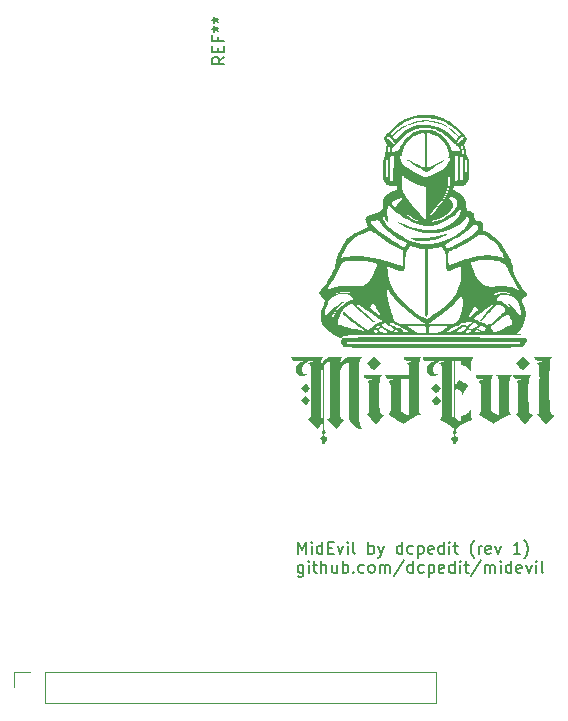
<source format=gto>
G04 #@! TF.GenerationSoftware,KiCad,Pcbnew,7.0.7*
G04 #@! TF.CreationDate,2023-09-16T21:00:12-07:00*
G04 #@! TF.ProjectId,pcb,7063622e-6b69-4636-9164-5f7063625858,rev?*
G04 #@! TF.SameCoordinates,Original*
G04 #@! TF.FileFunction,Legend,Top*
G04 #@! TF.FilePolarity,Positive*
%FSLAX46Y46*%
G04 Gerber Fmt 4.6, Leading zero omitted, Abs format (unit mm)*
G04 Created by KiCad (PCBNEW 7.0.7) date 2023-09-16 21:00:12*
%MOMM*%
%LPD*%
G01*
G04 APERTURE LIST*
%ADD10C,0.150000*%
%ADD11C,0.120000*%
%ADD12O,1.800000X1.800000*%
%ADD13O,1.500000X1.500000*%
%ADD14O,1.700000X1.700000*%
%ADD15R,1.700000X1.700000*%
%ADD16C,0.800000*%
%ADD17C,3.987800*%
%ADD18C,3.048000*%
%ADD19C,1.750000*%
%ADD20C,3.000000*%
G04 APERTURE END LIST*
D10*
X-16808220Y-352970819D02*
X-16808220Y-351970819D01*
X-16808220Y-351970819D02*
X-16474887Y-352685104D01*
X-16474887Y-352685104D02*
X-16141554Y-351970819D01*
X-16141554Y-351970819D02*
X-16141554Y-352970819D01*
X-15665363Y-352970819D02*
X-15665363Y-352304152D01*
X-15665363Y-351970819D02*
X-15712982Y-352018438D01*
X-15712982Y-352018438D02*
X-15665363Y-352066057D01*
X-15665363Y-352066057D02*
X-15617744Y-352018438D01*
X-15617744Y-352018438D02*
X-15665363Y-351970819D01*
X-15665363Y-351970819D02*
X-15665363Y-352066057D01*
X-14760602Y-352970819D02*
X-14760602Y-351970819D01*
X-14760602Y-352923200D02*
X-14855840Y-352970819D01*
X-14855840Y-352970819D02*
X-15046316Y-352970819D01*
X-15046316Y-352970819D02*
X-15141554Y-352923200D01*
X-15141554Y-352923200D02*
X-15189173Y-352875580D01*
X-15189173Y-352875580D02*
X-15236792Y-352780342D01*
X-15236792Y-352780342D02*
X-15236792Y-352494628D01*
X-15236792Y-352494628D02*
X-15189173Y-352399390D01*
X-15189173Y-352399390D02*
X-15141554Y-352351771D01*
X-15141554Y-352351771D02*
X-15046316Y-352304152D01*
X-15046316Y-352304152D02*
X-14855840Y-352304152D01*
X-14855840Y-352304152D02*
X-14760602Y-352351771D01*
X-14284411Y-352447009D02*
X-13951078Y-352447009D01*
X-13808221Y-352970819D02*
X-14284411Y-352970819D01*
X-14284411Y-352970819D02*
X-14284411Y-351970819D01*
X-14284411Y-351970819D02*
X-13808221Y-351970819D01*
X-13474887Y-352304152D02*
X-13236792Y-352970819D01*
X-13236792Y-352970819D02*
X-12998697Y-352304152D01*
X-12617744Y-352970819D02*
X-12617744Y-352304152D01*
X-12617744Y-351970819D02*
X-12665363Y-352018438D01*
X-12665363Y-352018438D02*
X-12617744Y-352066057D01*
X-12617744Y-352066057D02*
X-12570125Y-352018438D01*
X-12570125Y-352018438D02*
X-12617744Y-351970819D01*
X-12617744Y-351970819D02*
X-12617744Y-352066057D01*
X-11998697Y-352970819D02*
X-12093935Y-352923200D01*
X-12093935Y-352923200D02*
X-12141554Y-352827961D01*
X-12141554Y-352827961D02*
X-12141554Y-351970819D01*
X-10855839Y-352970819D02*
X-10855839Y-351970819D01*
X-10855839Y-352351771D02*
X-10760601Y-352304152D01*
X-10760601Y-352304152D02*
X-10570125Y-352304152D01*
X-10570125Y-352304152D02*
X-10474887Y-352351771D01*
X-10474887Y-352351771D02*
X-10427268Y-352399390D01*
X-10427268Y-352399390D02*
X-10379649Y-352494628D01*
X-10379649Y-352494628D02*
X-10379649Y-352780342D01*
X-10379649Y-352780342D02*
X-10427268Y-352875580D01*
X-10427268Y-352875580D02*
X-10474887Y-352923200D01*
X-10474887Y-352923200D02*
X-10570125Y-352970819D01*
X-10570125Y-352970819D02*
X-10760601Y-352970819D01*
X-10760601Y-352970819D02*
X-10855839Y-352923200D01*
X-10046315Y-352304152D02*
X-9808220Y-352970819D01*
X-9570125Y-352304152D02*
X-9808220Y-352970819D01*
X-9808220Y-352970819D02*
X-9903458Y-353208914D01*
X-9903458Y-353208914D02*
X-9951077Y-353256533D01*
X-9951077Y-353256533D02*
X-10046315Y-353304152D01*
X-7998696Y-352970819D02*
X-7998696Y-351970819D01*
X-7998696Y-352923200D02*
X-8093934Y-352970819D01*
X-8093934Y-352970819D02*
X-8284410Y-352970819D01*
X-8284410Y-352970819D02*
X-8379648Y-352923200D01*
X-8379648Y-352923200D02*
X-8427267Y-352875580D01*
X-8427267Y-352875580D02*
X-8474886Y-352780342D01*
X-8474886Y-352780342D02*
X-8474886Y-352494628D01*
X-8474886Y-352494628D02*
X-8427267Y-352399390D01*
X-8427267Y-352399390D02*
X-8379648Y-352351771D01*
X-8379648Y-352351771D02*
X-8284410Y-352304152D01*
X-8284410Y-352304152D02*
X-8093934Y-352304152D01*
X-8093934Y-352304152D02*
X-7998696Y-352351771D01*
X-7093934Y-352923200D02*
X-7189172Y-352970819D01*
X-7189172Y-352970819D02*
X-7379648Y-352970819D01*
X-7379648Y-352970819D02*
X-7474886Y-352923200D01*
X-7474886Y-352923200D02*
X-7522505Y-352875580D01*
X-7522505Y-352875580D02*
X-7570124Y-352780342D01*
X-7570124Y-352780342D02*
X-7570124Y-352494628D01*
X-7570124Y-352494628D02*
X-7522505Y-352399390D01*
X-7522505Y-352399390D02*
X-7474886Y-352351771D01*
X-7474886Y-352351771D02*
X-7379648Y-352304152D01*
X-7379648Y-352304152D02*
X-7189172Y-352304152D01*
X-7189172Y-352304152D02*
X-7093934Y-352351771D01*
X-6665362Y-352304152D02*
X-6665362Y-353304152D01*
X-6665362Y-352351771D02*
X-6570124Y-352304152D01*
X-6570124Y-352304152D02*
X-6379648Y-352304152D01*
X-6379648Y-352304152D02*
X-6284410Y-352351771D01*
X-6284410Y-352351771D02*
X-6236791Y-352399390D01*
X-6236791Y-352399390D02*
X-6189172Y-352494628D01*
X-6189172Y-352494628D02*
X-6189172Y-352780342D01*
X-6189172Y-352780342D02*
X-6236791Y-352875580D01*
X-6236791Y-352875580D02*
X-6284410Y-352923200D01*
X-6284410Y-352923200D02*
X-6379648Y-352970819D01*
X-6379648Y-352970819D02*
X-6570124Y-352970819D01*
X-6570124Y-352970819D02*
X-6665362Y-352923200D01*
X-5379648Y-352923200D02*
X-5474886Y-352970819D01*
X-5474886Y-352970819D02*
X-5665362Y-352970819D01*
X-5665362Y-352970819D02*
X-5760600Y-352923200D01*
X-5760600Y-352923200D02*
X-5808219Y-352827961D01*
X-5808219Y-352827961D02*
X-5808219Y-352447009D01*
X-5808219Y-352447009D02*
X-5760600Y-352351771D01*
X-5760600Y-352351771D02*
X-5665362Y-352304152D01*
X-5665362Y-352304152D02*
X-5474886Y-352304152D01*
X-5474886Y-352304152D02*
X-5379648Y-352351771D01*
X-5379648Y-352351771D02*
X-5332029Y-352447009D01*
X-5332029Y-352447009D02*
X-5332029Y-352542247D01*
X-5332029Y-352542247D02*
X-5808219Y-352637485D01*
X-4474886Y-352970819D02*
X-4474886Y-351970819D01*
X-4474886Y-352923200D02*
X-4570124Y-352970819D01*
X-4570124Y-352970819D02*
X-4760600Y-352970819D01*
X-4760600Y-352970819D02*
X-4855838Y-352923200D01*
X-4855838Y-352923200D02*
X-4903457Y-352875580D01*
X-4903457Y-352875580D02*
X-4951076Y-352780342D01*
X-4951076Y-352780342D02*
X-4951076Y-352494628D01*
X-4951076Y-352494628D02*
X-4903457Y-352399390D01*
X-4903457Y-352399390D02*
X-4855838Y-352351771D01*
X-4855838Y-352351771D02*
X-4760600Y-352304152D01*
X-4760600Y-352304152D02*
X-4570124Y-352304152D01*
X-4570124Y-352304152D02*
X-4474886Y-352351771D01*
X-3998695Y-352970819D02*
X-3998695Y-352304152D01*
X-3998695Y-351970819D02*
X-4046314Y-352018438D01*
X-4046314Y-352018438D02*
X-3998695Y-352066057D01*
X-3998695Y-352066057D02*
X-3951076Y-352018438D01*
X-3951076Y-352018438D02*
X-3998695Y-351970819D01*
X-3998695Y-351970819D02*
X-3998695Y-352066057D01*
X-3665362Y-352304152D02*
X-3284410Y-352304152D01*
X-3522505Y-351970819D02*
X-3522505Y-352827961D01*
X-3522505Y-352827961D02*
X-3474886Y-352923200D01*
X-3474886Y-352923200D02*
X-3379648Y-352970819D01*
X-3379648Y-352970819D02*
X-3284410Y-352970819D01*
X-1903457Y-353351771D02*
X-1951076Y-353304152D01*
X-1951076Y-353304152D02*
X-2046314Y-353161295D01*
X-2046314Y-353161295D02*
X-2093933Y-353066057D01*
X-2093933Y-353066057D02*
X-2141552Y-352923200D01*
X-2141552Y-352923200D02*
X-2189171Y-352685104D01*
X-2189171Y-352685104D02*
X-2189171Y-352494628D01*
X-2189171Y-352494628D02*
X-2141552Y-352256533D01*
X-2141552Y-352256533D02*
X-2093933Y-352113676D01*
X-2093933Y-352113676D02*
X-2046314Y-352018438D01*
X-2046314Y-352018438D02*
X-1951076Y-351875580D01*
X-1951076Y-351875580D02*
X-1903457Y-351827961D01*
X-1522504Y-352970819D02*
X-1522504Y-352304152D01*
X-1522504Y-352494628D02*
X-1474885Y-352399390D01*
X-1474885Y-352399390D02*
X-1427266Y-352351771D01*
X-1427266Y-352351771D02*
X-1332028Y-352304152D01*
X-1332028Y-352304152D02*
X-1236790Y-352304152D01*
X-522504Y-352923200D02*
X-617742Y-352970819D01*
X-617742Y-352970819D02*
X-808218Y-352970819D01*
X-808218Y-352970819D02*
X-903456Y-352923200D01*
X-903456Y-352923200D02*
X-951075Y-352827961D01*
X-951075Y-352827961D02*
X-951075Y-352447009D01*
X-951075Y-352447009D02*
X-903456Y-352351771D01*
X-903456Y-352351771D02*
X-808218Y-352304152D01*
X-808218Y-352304152D02*
X-617742Y-352304152D01*
X-617742Y-352304152D02*
X-522504Y-352351771D01*
X-522504Y-352351771D02*
X-474885Y-352447009D01*
X-474885Y-352447009D02*
X-474885Y-352542247D01*
X-474885Y-352542247D02*
X-951075Y-352637485D01*
X-141551Y-352304152D02*
X96543Y-352970819D01*
X96543Y-352970819D02*
X334638Y-352304152D01*
X2001305Y-352970819D02*
X1429877Y-352970819D01*
X1715591Y-352970819D02*
X1715591Y-351970819D01*
X1715591Y-351970819D02*
X1620353Y-352113676D01*
X1620353Y-352113676D02*
X1525115Y-352208914D01*
X1525115Y-352208914D02*
X1429877Y-352256533D01*
X2334639Y-353351771D02*
X2382258Y-353304152D01*
X2382258Y-353304152D02*
X2477496Y-353161295D01*
X2477496Y-353161295D02*
X2525115Y-353066057D01*
X2525115Y-353066057D02*
X2572734Y-352923200D01*
X2572734Y-352923200D02*
X2620353Y-352685104D01*
X2620353Y-352685104D02*
X2620353Y-352494628D01*
X2620353Y-352494628D02*
X2572734Y-352256533D01*
X2572734Y-352256533D02*
X2525115Y-352113676D01*
X2525115Y-352113676D02*
X2477496Y-352018438D01*
X2477496Y-352018438D02*
X2382258Y-351875580D01*
X2382258Y-351875580D02*
X2334639Y-351827961D01*
X-16379649Y-353914152D02*
X-16379649Y-354723676D01*
X-16379649Y-354723676D02*
X-16427268Y-354818914D01*
X-16427268Y-354818914D02*
X-16474887Y-354866533D01*
X-16474887Y-354866533D02*
X-16570125Y-354914152D01*
X-16570125Y-354914152D02*
X-16712982Y-354914152D01*
X-16712982Y-354914152D02*
X-16808220Y-354866533D01*
X-16379649Y-354533200D02*
X-16474887Y-354580819D01*
X-16474887Y-354580819D02*
X-16665363Y-354580819D01*
X-16665363Y-354580819D02*
X-16760601Y-354533200D01*
X-16760601Y-354533200D02*
X-16808220Y-354485580D01*
X-16808220Y-354485580D02*
X-16855839Y-354390342D01*
X-16855839Y-354390342D02*
X-16855839Y-354104628D01*
X-16855839Y-354104628D02*
X-16808220Y-354009390D01*
X-16808220Y-354009390D02*
X-16760601Y-353961771D01*
X-16760601Y-353961771D02*
X-16665363Y-353914152D01*
X-16665363Y-353914152D02*
X-16474887Y-353914152D01*
X-16474887Y-353914152D02*
X-16379649Y-353961771D01*
X-15903458Y-354580819D02*
X-15903458Y-353914152D01*
X-15903458Y-353580819D02*
X-15951077Y-353628438D01*
X-15951077Y-353628438D02*
X-15903458Y-353676057D01*
X-15903458Y-353676057D02*
X-15855839Y-353628438D01*
X-15855839Y-353628438D02*
X-15903458Y-353580819D01*
X-15903458Y-353580819D02*
X-15903458Y-353676057D01*
X-15570125Y-353914152D02*
X-15189173Y-353914152D01*
X-15427268Y-353580819D02*
X-15427268Y-354437961D01*
X-15427268Y-354437961D02*
X-15379649Y-354533200D01*
X-15379649Y-354533200D02*
X-15284411Y-354580819D01*
X-15284411Y-354580819D02*
X-15189173Y-354580819D01*
X-14855839Y-354580819D02*
X-14855839Y-353580819D01*
X-14427268Y-354580819D02*
X-14427268Y-354057009D01*
X-14427268Y-354057009D02*
X-14474887Y-353961771D01*
X-14474887Y-353961771D02*
X-14570125Y-353914152D01*
X-14570125Y-353914152D02*
X-14712982Y-353914152D01*
X-14712982Y-353914152D02*
X-14808220Y-353961771D01*
X-14808220Y-353961771D02*
X-14855839Y-354009390D01*
X-13522506Y-353914152D02*
X-13522506Y-354580819D01*
X-13951077Y-353914152D02*
X-13951077Y-354437961D01*
X-13951077Y-354437961D02*
X-13903458Y-354533200D01*
X-13903458Y-354533200D02*
X-13808220Y-354580819D01*
X-13808220Y-354580819D02*
X-13665363Y-354580819D01*
X-13665363Y-354580819D02*
X-13570125Y-354533200D01*
X-13570125Y-354533200D02*
X-13522506Y-354485580D01*
X-13046315Y-354580819D02*
X-13046315Y-353580819D01*
X-13046315Y-353961771D02*
X-12951077Y-353914152D01*
X-12951077Y-353914152D02*
X-12760601Y-353914152D01*
X-12760601Y-353914152D02*
X-12665363Y-353961771D01*
X-12665363Y-353961771D02*
X-12617744Y-354009390D01*
X-12617744Y-354009390D02*
X-12570125Y-354104628D01*
X-12570125Y-354104628D02*
X-12570125Y-354390342D01*
X-12570125Y-354390342D02*
X-12617744Y-354485580D01*
X-12617744Y-354485580D02*
X-12665363Y-354533200D01*
X-12665363Y-354533200D02*
X-12760601Y-354580819D01*
X-12760601Y-354580819D02*
X-12951077Y-354580819D01*
X-12951077Y-354580819D02*
X-13046315Y-354533200D01*
X-12141553Y-354485580D02*
X-12093934Y-354533200D01*
X-12093934Y-354533200D02*
X-12141553Y-354580819D01*
X-12141553Y-354580819D02*
X-12189172Y-354533200D01*
X-12189172Y-354533200D02*
X-12141553Y-354485580D01*
X-12141553Y-354485580D02*
X-12141553Y-354580819D01*
X-11236792Y-354533200D02*
X-11332030Y-354580819D01*
X-11332030Y-354580819D02*
X-11522506Y-354580819D01*
X-11522506Y-354580819D02*
X-11617744Y-354533200D01*
X-11617744Y-354533200D02*
X-11665363Y-354485580D01*
X-11665363Y-354485580D02*
X-11712982Y-354390342D01*
X-11712982Y-354390342D02*
X-11712982Y-354104628D01*
X-11712982Y-354104628D02*
X-11665363Y-354009390D01*
X-11665363Y-354009390D02*
X-11617744Y-353961771D01*
X-11617744Y-353961771D02*
X-11522506Y-353914152D01*
X-11522506Y-353914152D02*
X-11332030Y-353914152D01*
X-11332030Y-353914152D02*
X-11236792Y-353961771D01*
X-10665363Y-354580819D02*
X-10760601Y-354533200D01*
X-10760601Y-354533200D02*
X-10808220Y-354485580D01*
X-10808220Y-354485580D02*
X-10855839Y-354390342D01*
X-10855839Y-354390342D02*
X-10855839Y-354104628D01*
X-10855839Y-354104628D02*
X-10808220Y-354009390D01*
X-10808220Y-354009390D02*
X-10760601Y-353961771D01*
X-10760601Y-353961771D02*
X-10665363Y-353914152D01*
X-10665363Y-353914152D02*
X-10522506Y-353914152D01*
X-10522506Y-353914152D02*
X-10427268Y-353961771D01*
X-10427268Y-353961771D02*
X-10379649Y-354009390D01*
X-10379649Y-354009390D02*
X-10332030Y-354104628D01*
X-10332030Y-354104628D02*
X-10332030Y-354390342D01*
X-10332030Y-354390342D02*
X-10379649Y-354485580D01*
X-10379649Y-354485580D02*
X-10427268Y-354533200D01*
X-10427268Y-354533200D02*
X-10522506Y-354580819D01*
X-10522506Y-354580819D02*
X-10665363Y-354580819D01*
X-9903458Y-354580819D02*
X-9903458Y-353914152D01*
X-9903458Y-354009390D02*
X-9855839Y-353961771D01*
X-9855839Y-353961771D02*
X-9760601Y-353914152D01*
X-9760601Y-353914152D02*
X-9617744Y-353914152D01*
X-9617744Y-353914152D02*
X-9522506Y-353961771D01*
X-9522506Y-353961771D02*
X-9474887Y-354057009D01*
X-9474887Y-354057009D02*
X-9474887Y-354580819D01*
X-9474887Y-354057009D02*
X-9427268Y-353961771D01*
X-9427268Y-353961771D02*
X-9332030Y-353914152D01*
X-9332030Y-353914152D02*
X-9189173Y-353914152D01*
X-9189173Y-353914152D02*
X-9093934Y-353961771D01*
X-9093934Y-353961771D02*
X-9046315Y-354057009D01*
X-9046315Y-354057009D02*
X-9046315Y-354580819D01*
X-7855840Y-353533200D02*
X-8712982Y-354818914D01*
X-7093935Y-354580819D02*
X-7093935Y-353580819D01*
X-7093935Y-354533200D02*
X-7189173Y-354580819D01*
X-7189173Y-354580819D02*
X-7379649Y-354580819D01*
X-7379649Y-354580819D02*
X-7474887Y-354533200D01*
X-7474887Y-354533200D02*
X-7522506Y-354485580D01*
X-7522506Y-354485580D02*
X-7570125Y-354390342D01*
X-7570125Y-354390342D02*
X-7570125Y-354104628D01*
X-7570125Y-354104628D02*
X-7522506Y-354009390D01*
X-7522506Y-354009390D02*
X-7474887Y-353961771D01*
X-7474887Y-353961771D02*
X-7379649Y-353914152D01*
X-7379649Y-353914152D02*
X-7189173Y-353914152D01*
X-7189173Y-353914152D02*
X-7093935Y-353961771D01*
X-6189173Y-354533200D02*
X-6284411Y-354580819D01*
X-6284411Y-354580819D02*
X-6474887Y-354580819D01*
X-6474887Y-354580819D02*
X-6570125Y-354533200D01*
X-6570125Y-354533200D02*
X-6617744Y-354485580D01*
X-6617744Y-354485580D02*
X-6665363Y-354390342D01*
X-6665363Y-354390342D02*
X-6665363Y-354104628D01*
X-6665363Y-354104628D02*
X-6617744Y-354009390D01*
X-6617744Y-354009390D02*
X-6570125Y-353961771D01*
X-6570125Y-353961771D02*
X-6474887Y-353914152D01*
X-6474887Y-353914152D02*
X-6284411Y-353914152D01*
X-6284411Y-353914152D02*
X-6189173Y-353961771D01*
X-5760601Y-353914152D02*
X-5760601Y-354914152D01*
X-5760601Y-353961771D02*
X-5665363Y-353914152D01*
X-5665363Y-353914152D02*
X-5474887Y-353914152D01*
X-5474887Y-353914152D02*
X-5379649Y-353961771D01*
X-5379649Y-353961771D02*
X-5332030Y-354009390D01*
X-5332030Y-354009390D02*
X-5284411Y-354104628D01*
X-5284411Y-354104628D02*
X-5284411Y-354390342D01*
X-5284411Y-354390342D02*
X-5332030Y-354485580D01*
X-5332030Y-354485580D02*
X-5379649Y-354533200D01*
X-5379649Y-354533200D02*
X-5474887Y-354580819D01*
X-5474887Y-354580819D02*
X-5665363Y-354580819D01*
X-5665363Y-354580819D02*
X-5760601Y-354533200D01*
X-4474887Y-354533200D02*
X-4570125Y-354580819D01*
X-4570125Y-354580819D02*
X-4760601Y-354580819D01*
X-4760601Y-354580819D02*
X-4855839Y-354533200D01*
X-4855839Y-354533200D02*
X-4903458Y-354437961D01*
X-4903458Y-354437961D02*
X-4903458Y-354057009D01*
X-4903458Y-354057009D02*
X-4855839Y-353961771D01*
X-4855839Y-353961771D02*
X-4760601Y-353914152D01*
X-4760601Y-353914152D02*
X-4570125Y-353914152D01*
X-4570125Y-353914152D02*
X-4474887Y-353961771D01*
X-4474887Y-353961771D02*
X-4427268Y-354057009D01*
X-4427268Y-354057009D02*
X-4427268Y-354152247D01*
X-4427268Y-354152247D02*
X-4903458Y-354247485D01*
X-3570125Y-354580819D02*
X-3570125Y-353580819D01*
X-3570125Y-354533200D02*
X-3665363Y-354580819D01*
X-3665363Y-354580819D02*
X-3855839Y-354580819D01*
X-3855839Y-354580819D02*
X-3951077Y-354533200D01*
X-3951077Y-354533200D02*
X-3998696Y-354485580D01*
X-3998696Y-354485580D02*
X-4046315Y-354390342D01*
X-4046315Y-354390342D02*
X-4046315Y-354104628D01*
X-4046315Y-354104628D02*
X-3998696Y-354009390D01*
X-3998696Y-354009390D02*
X-3951077Y-353961771D01*
X-3951077Y-353961771D02*
X-3855839Y-353914152D01*
X-3855839Y-353914152D02*
X-3665363Y-353914152D01*
X-3665363Y-353914152D02*
X-3570125Y-353961771D01*
X-3093934Y-354580819D02*
X-3093934Y-353914152D01*
X-3093934Y-353580819D02*
X-3141553Y-353628438D01*
X-3141553Y-353628438D02*
X-3093934Y-353676057D01*
X-3093934Y-353676057D02*
X-3046315Y-353628438D01*
X-3046315Y-353628438D02*
X-3093934Y-353580819D01*
X-3093934Y-353580819D02*
X-3093934Y-353676057D01*
X-2760601Y-353914152D02*
X-2379649Y-353914152D01*
X-2617744Y-353580819D02*
X-2617744Y-354437961D01*
X-2617744Y-354437961D02*
X-2570125Y-354533200D01*
X-2570125Y-354533200D02*
X-2474887Y-354580819D01*
X-2474887Y-354580819D02*
X-2379649Y-354580819D01*
X-1332030Y-353533200D02*
X-2189172Y-354818914D01*
X-998696Y-354580819D02*
X-998696Y-353914152D01*
X-998696Y-354009390D02*
X-951077Y-353961771D01*
X-951077Y-353961771D02*
X-855839Y-353914152D01*
X-855839Y-353914152D02*
X-712982Y-353914152D01*
X-712982Y-353914152D02*
X-617744Y-353961771D01*
X-617744Y-353961771D02*
X-570125Y-354057009D01*
X-570125Y-354057009D02*
X-570125Y-354580819D01*
X-570125Y-354057009D02*
X-522506Y-353961771D01*
X-522506Y-353961771D02*
X-427268Y-353914152D01*
X-427268Y-353914152D02*
X-284411Y-353914152D01*
X-284411Y-353914152D02*
X-189172Y-353961771D01*
X-189172Y-353961771D02*
X-141553Y-354057009D01*
X-141553Y-354057009D02*
X-141553Y-354580819D01*
X334636Y-354580819D02*
X334636Y-353914152D01*
X334636Y-353580819D02*
X287017Y-353628438D01*
X287017Y-353628438D02*
X334636Y-353676057D01*
X334636Y-353676057D02*
X382255Y-353628438D01*
X382255Y-353628438D02*
X334636Y-353580819D01*
X334636Y-353580819D02*
X334636Y-353676057D01*
X1239397Y-354580819D02*
X1239397Y-353580819D01*
X1239397Y-354533200D02*
X1144159Y-354580819D01*
X1144159Y-354580819D02*
X953683Y-354580819D01*
X953683Y-354580819D02*
X858445Y-354533200D01*
X858445Y-354533200D02*
X810826Y-354485580D01*
X810826Y-354485580D02*
X763207Y-354390342D01*
X763207Y-354390342D02*
X763207Y-354104628D01*
X763207Y-354104628D02*
X810826Y-354009390D01*
X810826Y-354009390D02*
X858445Y-353961771D01*
X858445Y-353961771D02*
X953683Y-353914152D01*
X953683Y-353914152D02*
X1144159Y-353914152D01*
X1144159Y-353914152D02*
X1239397Y-353961771D01*
X2096540Y-354533200D02*
X2001302Y-354580819D01*
X2001302Y-354580819D02*
X1810826Y-354580819D01*
X1810826Y-354580819D02*
X1715588Y-354533200D01*
X1715588Y-354533200D02*
X1667969Y-354437961D01*
X1667969Y-354437961D02*
X1667969Y-354057009D01*
X1667969Y-354057009D02*
X1715588Y-353961771D01*
X1715588Y-353961771D02*
X1810826Y-353914152D01*
X1810826Y-353914152D02*
X2001302Y-353914152D01*
X2001302Y-353914152D02*
X2096540Y-353961771D01*
X2096540Y-353961771D02*
X2144159Y-354057009D01*
X2144159Y-354057009D02*
X2144159Y-354152247D01*
X2144159Y-354152247D02*
X1667969Y-354247485D01*
X2477493Y-353914152D02*
X2715588Y-354580819D01*
X2715588Y-354580819D02*
X2953683Y-353914152D01*
X3334636Y-354580819D02*
X3334636Y-353914152D01*
X3334636Y-353580819D02*
X3287017Y-353628438D01*
X3287017Y-353628438D02*
X3334636Y-353676057D01*
X3334636Y-353676057D02*
X3382255Y-353628438D01*
X3382255Y-353628438D02*
X3334636Y-353580819D01*
X3334636Y-353580819D02*
X3334636Y-353676057D01*
X3953683Y-354580819D02*
X3858445Y-354533200D01*
X3858445Y-354533200D02*
X3810826Y-354437961D01*
X3810826Y-354437961D02*
X3810826Y-353580819D01*
X-23063930Y-310895833D02*
X-23540121Y-311229166D01*
X-23063930Y-311467261D02*
X-24063930Y-311467261D01*
X-24063930Y-311467261D02*
X-24063930Y-311086309D01*
X-24063930Y-311086309D02*
X-24016311Y-310991071D01*
X-24016311Y-310991071D02*
X-23968692Y-310943452D01*
X-23968692Y-310943452D02*
X-23873454Y-310895833D01*
X-23873454Y-310895833D02*
X-23730597Y-310895833D01*
X-23730597Y-310895833D02*
X-23635359Y-310943452D01*
X-23635359Y-310943452D02*
X-23587740Y-310991071D01*
X-23587740Y-310991071D02*
X-23540121Y-311086309D01*
X-23540121Y-311086309D02*
X-23540121Y-311467261D01*
X-23587740Y-310467261D02*
X-23587740Y-310133928D01*
X-23063930Y-309991071D02*
X-23063930Y-310467261D01*
X-23063930Y-310467261D02*
X-24063930Y-310467261D01*
X-24063930Y-310467261D02*
X-24063930Y-309991071D01*
X-23587740Y-309229166D02*
X-23587740Y-309562499D01*
X-23063930Y-309562499D02*
X-24063930Y-309562499D01*
X-24063930Y-309562499D02*
X-24063930Y-309086309D01*
X-24063930Y-308562499D02*
X-23825835Y-308562499D01*
X-23921073Y-308800594D02*
X-23825835Y-308562499D01*
X-23825835Y-308562499D02*
X-23921073Y-308324404D01*
X-23635359Y-308705356D02*
X-23825835Y-308562499D01*
X-23825835Y-308562499D02*
X-23635359Y-308419642D01*
X-24063930Y-307800594D02*
X-23825835Y-307800594D01*
X-23921073Y-308038689D02*
X-23825835Y-307800594D01*
X-23825835Y-307800594D02*
X-23921073Y-307562499D01*
X-23635359Y-307943451D02*
X-23825835Y-307800594D01*
X-23825835Y-307800594D02*
X-23635359Y-307657737D01*
D11*
X-38248750Y-365617500D02*
X-5168750Y-365617500D01*
X-38248750Y-365617500D02*
X-38248750Y-362957500D01*
X-5168750Y-365617500D02*
X-5168750Y-362957500D01*
X-40848750Y-364287500D02*
X-40848750Y-362957500D01*
X-40848750Y-362957500D02*
X-39518750Y-362957500D01*
X-38248750Y-362957500D02*
X-5168750Y-362957500D01*
G36*
X-15781753Y-336283813D02*
G01*
X-15542010Y-336284629D01*
X-15322973Y-336285922D01*
X-15129338Y-336287639D01*
X-14965804Y-336289726D01*
X-14837065Y-336292128D01*
X-14747821Y-336294792D01*
X-14702767Y-336297663D01*
X-14698150Y-336298944D01*
X-14713041Y-336326568D01*
X-14749945Y-336375668D01*
X-14761108Y-336389179D01*
X-14810705Y-336463239D01*
X-14846667Y-336556014D01*
X-14872000Y-336678099D01*
X-14889712Y-336840093D01*
X-14889980Y-336843449D01*
X-14905157Y-337034331D01*
X-14821301Y-336881626D01*
X-14727787Y-336738384D01*
X-14611222Y-336600837D01*
X-14482860Y-336479840D01*
X-14353957Y-336386251D01*
X-14258167Y-336338466D01*
X-14203247Y-336319568D01*
X-14148405Y-336305540D01*
X-14085012Y-336295671D01*
X-14004438Y-336289248D01*
X-13898052Y-336285558D01*
X-13757223Y-336283891D01*
X-13592529Y-336283529D01*
X-13074188Y-336283529D01*
X-13146041Y-336417147D01*
X-13205606Y-336559496D01*
X-13249462Y-336726515D01*
X-13271471Y-336892882D01*
X-13272899Y-336940724D01*
X-13272899Y-337028649D01*
X-13202909Y-336897890D01*
X-13067720Y-336687445D01*
X-12909958Y-336516784D01*
X-12733395Y-336389517D01*
X-12612263Y-336332503D01*
X-12561560Y-336315471D01*
X-12506226Y-336302836D01*
X-12437943Y-336293970D01*
X-12348392Y-336288242D01*
X-12229253Y-336285025D01*
X-12072209Y-336283690D01*
X-11964353Y-336283529D01*
X-11445330Y-336283529D01*
X-11517183Y-336417147D01*
X-11564106Y-336523134D01*
X-11603152Y-336643428D01*
X-11616539Y-336701781D01*
X-11621048Y-336752359D01*
X-11625153Y-336849400D01*
X-11628852Y-336988465D01*
X-11632144Y-337165116D01*
X-11635027Y-337374916D01*
X-11637501Y-337613426D01*
X-11639564Y-337876208D01*
X-11641214Y-338158825D01*
X-11642451Y-338456838D01*
X-11643272Y-338765809D01*
X-11643678Y-339081301D01*
X-11643665Y-339398875D01*
X-11643234Y-339714094D01*
X-11642383Y-340022519D01*
X-11641110Y-340319713D01*
X-11639413Y-340601237D01*
X-11637293Y-340862654D01*
X-11634747Y-341099525D01*
X-11631775Y-341307413D01*
X-11628374Y-341481880D01*
X-11624543Y-341618487D01*
X-11620282Y-341712797D01*
X-11618035Y-341742239D01*
X-11594929Y-341928732D01*
X-11564702Y-342072521D01*
X-11524600Y-342181620D01*
X-11471863Y-342264039D01*
X-11421249Y-342314086D01*
X-11329648Y-342389590D01*
X-11404129Y-342418335D01*
X-11534335Y-342442135D01*
X-11674314Y-342419603D01*
X-11820299Y-342353473D01*
X-11968522Y-342246481D01*
X-12115217Y-342101360D01*
X-12256614Y-341920845D01*
X-12388947Y-341707673D01*
X-12392809Y-341700672D01*
X-12483921Y-341534913D01*
X-12483921Y-339122795D01*
X-12483921Y-336710677D01*
X-12553911Y-336728124D01*
X-12699171Y-336786224D01*
X-12847127Y-336884339D01*
X-12987526Y-337013259D01*
X-13110113Y-337163770D01*
X-13192716Y-337301941D01*
X-13272899Y-337462401D01*
X-13272899Y-339349894D01*
X-13272935Y-339720913D01*
X-13272841Y-340044539D01*
X-13272314Y-340324286D01*
X-13271051Y-340563661D01*
X-13268748Y-340766177D01*
X-13265104Y-340935342D01*
X-13259816Y-341074669D01*
X-13252579Y-341187666D01*
X-13243092Y-341277845D01*
X-13231052Y-341348715D01*
X-13216155Y-341403787D01*
X-13198099Y-341446571D01*
X-13176580Y-341480578D01*
X-13151296Y-341509318D01*
X-13121944Y-341536301D01*
X-13088221Y-341565038D01*
X-13081226Y-341571046D01*
X-12970752Y-341666395D01*
X-13257793Y-342032212D01*
X-13350178Y-342148607D01*
X-13432470Y-342249747D01*
X-13499349Y-342329297D01*
X-13545493Y-342380922D01*
X-13565287Y-342398330D01*
X-13587854Y-342380552D01*
X-13639489Y-342330642D01*
X-13714894Y-342254019D01*
X-13808770Y-342156100D01*
X-13915816Y-342042302D01*
X-13959524Y-341995290D01*
X-14333307Y-341591946D01*
X-14254857Y-341539211D01*
X-14191888Y-341477810D01*
X-14147227Y-341401635D01*
X-14146029Y-341398279D01*
X-14141700Y-341361202D01*
X-14137613Y-341278671D01*
X-14133781Y-341155018D01*
X-14130216Y-340994576D01*
X-14126933Y-340801677D01*
X-14123943Y-340580653D01*
X-14121261Y-340335835D01*
X-14118899Y-340071556D01*
X-14116870Y-339792147D01*
X-14115188Y-339501942D01*
X-14113866Y-339205271D01*
X-14112916Y-338906467D01*
X-14112352Y-338609862D01*
X-14112188Y-338319789D01*
X-14112435Y-338040578D01*
X-14113107Y-337776562D01*
X-14114217Y-337532074D01*
X-14115779Y-337311445D01*
X-14117806Y-337119006D01*
X-14120309Y-336959092D01*
X-14123304Y-336836032D01*
X-14126802Y-336754160D01*
X-14130817Y-336717807D01*
X-14131867Y-336716337D01*
X-14217667Y-336733300D01*
X-14322775Y-336777894D01*
X-14430025Y-336842252D01*
X-14467905Y-336870361D01*
X-14596346Y-336971887D01*
X-14596346Y-339741499D01*
X-14596332Y-340176459D01*
X-14596255Y-340563382D01*
X-14596063Y-340905131D01*
X-14595705Y-341204572D01*
X-14595128Y-341464567D01*
X-14594281Y-341687982D01*
X-14593112Y-341877682D01*
X-14591570Y-342036529D01*
X-14589602Y-342167389D01*
X-14587157Y-342273125D01*
X-14584183Y-342356603D01*
X-14580628Y-342420686D01*
X-14576441Y-342468238D01*
X-14571570Y-342502124D01*
X-14565962Y-342525209D01*
X-14559566Y-342540356D01*
X-14552331Y-342550429D01*
X-14545444Y-342557177D01*
X-14506189Y-342617705D01*
X-14494543Y-342671706D01*
X-14513132Y-342741328D01*
X-14545444Y-342786235D01*
X-14585920Y-342851455D01*
X-14596297Y-342911071D01*
X-14589283Y-342961136D01*
X-14561640Y-343003969D01*
X-14503356Y-343052508D01*
X-14467383Y-343077673D01*
X-14397034Y-343127507D01*
X-14345082Y-343167813D01*
X-14325374Y-343186771D01*
X-14333815Y-343213613D01*
X-14363987Y-343272435D01*
X-14409503Y-343352788D01*
X-14463980Y-343444221D01*
X-14521030Y-343536283D01*
X-14574268Y-343618522D01*
X-14617310Y-343680490D01*
X-14643768Y-343711734D01*
X-14647248Y-343713547D01*
X-14664966Y-343693794D01*
X-14703861Y-343639141D01*
X-14758226Y-343557909D01*
X-14822351Y-343458421D01*
X-14823544Y-343456539D01*
X-14987115Y-343198383D01*
X-14912622Y-343137531D01*
X-14840868Y-343083071D01*
X-14770246Y-343035423D01*
X-14768140Y-343034136D01*
X-14713057Y-342974862D01*
X-14696863Y-342898913D01*
X-14720958Y-342824047D01*
X-14749052Y-342792140D01*
X-14790824Y-342726427D01*
X-14796635Y-342645439D01*
X-14766547Y-342569863D01*
X-14748309Y-342549222D01*
X-14727575Y-342526228D01*
X-14713567Y-342496703D01*
X-14705256Y-342451531D01*
X-14701617Y-342381595D01*
X-14701621Y-342277780D01*
X-14703770Y-342153807D01*
X-14710875Y-341806507D01*
X-14922632Y-342084767D01*
X-15002365Y-342188440D01*
X-15072972Y-342278204D01*
X-15127866Y-342345831D01*
X-15160457Y-342383093D01*
X-15164415Y-342386753D01*
X-15188808Y-342381089D01*
X-15238481Y-342343428D01*
X-15315254Y-342272069D01*
X-15420950Y-342165310D01*
X-15557388Y-342021447D01*
X-15572507Y-342005260D01*
X-15950572Y-341600042D01*
X-15852467Y-341515243D01*
X-15754362Y-341430444D01*
X-15749092Y-339746532D01*
X-14875203Y-339746532D01*
X-14875054Y-340062618D01*
X-14874559Y-340334706D01*
X-14873652Y-340566244D01*
X-14872270Y-340760685D01*
X-14870347Y-340921478D01*
X-14867817Y-341052075D01*
X-14864615Y-341155926D01*
X-14860678Y-341236483D01*
X-14855938Y-341297197D01*
X-14850332Y-341341517D01*
X-14843794Y-341372895D01*
X-14837159Y-341392684D01*
X-14801843Y-341463066D01*
X-14760385Y-341526728D01*
X-14723328Y-341568719D01*
X-14706931Y-341577317D01*
X-14705634Y-341552474D01*
X-14704423Y-341480377D01*
X-14703310Y-341364675D01*
X-14702307Y-341209014D01*
X-14701427Y-341017042D01*
X-14700682Y-340792409D01*
X-14700084Y-340538760D01*
X-14699646Y-340259745D01*
X-14699380Y-339959011D01*
X-14699299Y-339640207D01*
X-14699385Y-339356726D01*
X-14700620Y-337136135D01*
X-14787228Y-337301566D01*
X-14873836Y-337466996D01*
X-14875071Y-339382994D01*
X-14875203Y-339746532D01*
X-15749092Y-339746532D01*
X-15747562Y-339257838D01*
X-15746463Y-338847679D01*
X-15745907Y-338486015D01*
X-15745919Y-338170442D01*
X-15746524Y-337898558D01*
X-15747748Y-337667958D01*
X-15749614Y-337476238D01*
X-15752150Y-337320994D01*
X-15755378Y-337199824D01*
X-15759325Y-337110322D01*
X-15764016Y-337050086D01*
X-15769476Y-337016712D01*
X-15770985Y-337012233D01*
X-15814656Y-336947063D01*
X-15876974Y-336893157D01*
X-15952740Y-336847081D01*
X-15713571Y-336732973D01*
X-15474402Y-336618866D01*
X-15603400Y-336616629D01*
X-15796223Y-336634746D01*
X-15977225Y-336692192D01*
X-16139972Y-336783374D01*
X-16278027Y-336902705D01*
X-16384956Y-337044592D01*
X-16454325Y-337203446D01*
X-16479698Y-337373677D01*
X-16479713Y-337377918D01*
X-16462504Y-337527400D01*
X-16412376Y-337642244D01*
X-16331578Y-337719628D01*
X-16222359Y-337756729D01*
X-16175566Y-337759682D01*
X-16115376Y-337769539D01*
X-16099219Y-337794908D01*
X-16125140Y-337829482D01*
X-16191185Y-337866955D01*
X-16211373Y-337875141D01*
X-16342321Y-337904850D01*
X-16492433Y-337907818D01*
X-16639211Y-337885265D01*
X-16746108Y-337846135D01*
X-16826610Y-337791891D01*
X-16904556Y-337720369D01*
X-16922997Y-337699191D01*
X-16966198Y-337638393D01*
X-16991454Y-337577186D01*
X-17004860Y-337496437D01*
X-17010016Y-337426050D01*
X-17003524Y-337252547D01*
X-16960660Y-337102645D01*
X-16878036Y-336971387D01*
X-16752263Y-336853817D01*
X-16579953Y-336744978D01*
X-16524837Y-336716358D01*
X-16321113Y-336614391D01*
X-16744374Y-336614391D01*
X-17167635Y-336614391D01*
X-17256408Y-336531676D01*
X-17318399Y-336458194D01*
X-17357043Y-336381818D01*
X-17361019Y-336366245D01*
X-17376857Y-336283529D01*
X-16037504Y-336283529D01*
X-15781753Y-336283813D01*
G37*
G36*
X-1981585Y-336355875D02*
G01*
X-2040259Y-336427173D01*
X-2084322Y-336507470D01*
X-2115590Y-336604875D01*
X-2135882Y-336727495D01*
X-2147015Y-336883437D01*
X-2150807Y-337080808D01*
X-2150855Y-337110957D01*
X-2152067Y-337250663D01*
X-2155422Y-337370668D01*
X-2160496Y-337462581D01*
X-2166866Y-337518013D01*
X-2172006Y-337530624D01*
X-2197831Y-337510575D01*
X-2228764Y-337464089D01*
X-2305396Y-337360786D01*
X-2418948Y-337257582D01*
X-2556177Y-337163198D01*
X-2703837Y-337086357D01*
X-2848682Y-337035783D01*
X-2893418Y-337026376D01*
X-3003461Y-337007710D01*
X-3011333Y-336884591D01*
X-3010749Y-336793698D01*
X-2999949Y-336711238D01*
X-2993568Y-336687932D01*
X-2967932Y-336614391D01*
X-3233843Y-336614391D01*
X-3499753Y-336614391D01*
X-3499753Y-337632427D01*
X-3499529Y-337854460D01*
X-3498889Y-338059793D01*
X-3497882Y-338243040D01*
X-3496557Y-338398813D01*
X-3494965Y-338521724D01*
X-3493154Y-338606386D01*
X-3491173Y-338647411D01*
X-3490451Y-338650463D01*
X-3471350Y-338632161D01*
X-3427489Y-338582911D01*
X-3366299Y-338511196D01*
X-3323258Y-338459582D01*
X-3253759Y-338378012D01*
X-3195219Y-338313832D01*
X-3155669Y-338275609D01*
X-3144362Y-338268700D01*
X-3118684Y-338280451D01*
X-3057761Y-338312371D01*
X-2970591Y-338359459D01*
X-2866174Y-338416714D01*
X-2753509Y-338479136D01*
X-2641593Y-338541723D01*
X-2539426Y-338599475D01*
X-2456005Y-338647390D01*
X-2400331Y-338680469D01*
X-2383261Y-338691664D01*
X-2393782Y-338712936D01*
X-2430273Y-338762152D01*
X-2485075Y-338829047D01*
X-2490335Y-338835222D01*
X-2639101Y-339032535D01*
X-2764452Y-339244852D01*
X-2845322Y-339426716D01*
X-2901657Y-339579421D01*
X-2914382Y-339428400D01*
X-2927108Y-339277378D01*
X-3194342Y-339105277D01*
X-3297624Y-339039591D01*
X-3385536Y-338985235D01*
X-3449238Y-338947566D01*
X-3479890Y-338931939D01*
X-3480665Y-338931800D01*
X-3484365Y-338956180D01*
X-3487809Y-339026686D01*
X-3490929Y-339138540D01*
X-3493655Y-339286968D01*
X-3495920Y-339467192D01*
X-3497653Y-339674437D01*
X-3498788Y-339903926D01*
X-3499253Y-340150883D01*
X-3499254Y-340222057D01*
X-3498756Y-341513690D01*
X-3281454Y-341650081D01*
X-3189491Y-341706240D01*
X-3114632Y-341749010D01*
X-3066442Y-341773098D01*
X-3053768Y-341776088D01*
X-3047660Y-341747854D01*
X-3039669Y-341680344D01*
X-3031039Y-341585085D01*
X-3026028Y-341518805D01*
X-3008673Y-341271906D01*
X-2937031Y-341271906D01*
X-2874237Y-341262989D01*
X-2786650Y-341239954D01*
X-2718192Y-341216832D01*
X-2595341Y-341153861D01*
X-2468678Y-341060646D01*
X-2353351Y-340950648D01*
X-2264507Y-340837326D01*
X-2237694Y-340789851D01*
X-2189032Y-340689442D01*
X-2176306Y-341059996D01*
X-2163581Y-341430550D01*
X-2069528Y-341511794D01*
X-1975474Y-341593038D01*
X-2253093Y-341702454D01*
X-2389050Y-341760859D01*
X-2539656Y-341833724D01*
X-2698456Y-341917074D01*
X-2858994Y-342006930D01*
X-3014816Y-342099316D01*
X-3159466Y-342190254D01*
X-3286490Y-342275769D01*
X-3389433Y-342351881D01*
X-3461839Y-342414615D01*
X-3497253Y-342459994D01*
X-3499722Y-342470517D01*
X-3482088Y-342517174D01*
X-3448851Y-342557177D01*
X-3409596Y-342617705D01*
X-3397950Y-342671706D01*
X-3416539Y-342741328D01*
X-3448851Y-342786235D01*
X-3489325Y-342851448D01*
X-3499708Y-342911071D01*
X-3491850Y-342964448D01*
X-3460916Y-343007614D01*
X-3395755Y-343055449D01*
X-3387656Y-343060602D01*
X-3312808Y-343108942D01*
X-3265693Y-343148303D01*
X-3246073Y-343188485D01*
X-3253706Y-343239287D01*
X-3288352Y-343310508D01*
X-3349770Y-343411948D01*
X-3377923Y-343457008D01*
X-3441193Y-343556732D01*
X-3494893Y-343638493D01*
X-3533312Y-343693795D01*
X-3550697Y-343714141D01*
X-3568343Y-343694287D01*
X-3606882Y-343639478D01*
X-3660595Y-343558149D01*
X-3722491Y-343460770D01*
X-3784606Y-343360433D01*
X-3835361Y-343276621D01*
X-3869435Y-343218247D01*
X-3881517Y-343194338D01*
X-3862630Y-343174380D01*
X-3813053Y-343133449D01*
X-3743409Y-343080305D01*
X-3741537Y-343078920D01*
X-3647086Y-342995171D01*
X-3602234Y-342919402D01*
X-3606550Y-342850219D01*
X-3652459Y-342792140D01*
X-3693114Y-342729129D01*
X-3703360Y-342671706D01*
X-3684681Y-342594331D01*
X-3652459Y-342551271D01*
X-3611321Y-342486573D01*
X-3602533Y-342430629D01*
X-3605504Y-342401740D01*
X-3617564Y-342374667D01*
X-3644620Y-342344731D01*
X-3692584Y-342307258D01*
X-3767363Y-342257572D01*
X-3874866Y-342190996D01*
X-4003385Y-342113432D01*
X-4151674Y-342024195D01*
X-4304005Y-341932206D01*
X-4447301Y-341845383D01*
X-4568487Y-341771643D01*
X-4629157Y-341734509D01*
X-4855054Y-341595724D01*
X-4788369Y-341555262D01*
X-4763589Y-341540534D01*
X-4741840Y-341526187D01*
X-4722925Y-341508992D01*
X-4706646Y-341485717D01*
X-4692805Y-341453134D01*
X-4681206Y-341408013D01*
X-4671651Y-341347123D01*
X-4666266Y-341291317D01*
X-3779713Y-341291317D01*
X-3698529Y-341370690D01*
X-3648086Y-341418443D01*
X-3615112Y-341446734D01*
X-3609451Y-341450063D01*
X-3608321Y-341425194D01*
X-3607239Y-341352920D01*
X-3606218Y-341236736D01*
X-3605267Y-341080138D01*
X-3604399Y-340886622D01*
X-3603625Y-340659683D01*
X-3602957Y-340402818D01*
X-3602405Y-340119523D01*
X-3601982Y-339813293D01*
X-3601698Y-339487624D01*
X-3601565Y-339146013D01*
X-3601557Y-339032227D01*
X-3601557Y-336614391D01*
X-3675186Y-336614391D01*
X-3737176Y-336627751D01*
X-3764265Y-336654649D01*
X-3766536Y-336685516D01*
X-3768706Y-336763615D01*
X-3770751Y-336885276D01*
X-3772648Y-337046829D01*
X-3774371Y-337244603D01*
X-3775897Y-337474930D01*
X-3777201Y-337734139D01*
X-3778258Y-338018559D01*
X-3779046Y-338324522D01*
X-3779539Y-338648357D01*
X-3779713Y-338986394D01*
X-3779713Y-338993112D01*
X-3779713Y-341291317D01*
X-4666266Y-341291317D01*
X-4663942Y-341267235D01*
X-4657881Y-341165119D01*
X-4653272Y-341037545D01*
X-4649916Y-340881282D01*
X-4647616Y-340693102D01*
X-4646174Y-340469773D01*
X-4645394Y-340208067D01*
X-4645077Y-339904753D01*
X-4645026Y-339556601D01*
X-4645044Y-339211636D01*
X-4645016Y-338822005D01*
X-4645068Y-338480058D01*
X-4645402Y-338182574D01*
X-4646218Y-337926337D01*
X-4647720Y-337708126D01*
X-4650109Y-337524723D01*
X-4653587Y-337372909D01*
X-4658356Y-337249466D01*
X-4664618Y-337151176D01*
X-4672575Y-337074818D01*
X-4682428Y-337017175D01*
X-4694379Y-336975028D01*
X-4708631Y-336945158D01*
X-4725385Y-336924346D01*
X-4744843Y-336909374D01*
X-4767207Y-336897023D01*
X-4790983Y-336884967D01*
X-4859930Y-336848843D01*
X-4618870Y-336733854D01*
X-4377809Y-336618866D01*
X-4506807Y-336616629D01*
X-4700090Y-336634779D01*
X-4881346Y-336692352D01*
X-5044171Y-336783772D01*
X-5182164Y-336903466D01*
X-5288920Y-337045857D01*
X-5358037Y-337205371D01*
X-5383111Y-337376433D01*
X-5383120Y-337379617D01*
X-5365378Y-337526020D01*
X-5314305Y-337640341D01*
X-5233133Y-337718544D01*
X-5125093Y-337756591D01*
X-5078973Y-337759682D01*
X-5018782Y-337769539D01*
X-5002626Y-337794908D01*
X-5028547Y-337829482D01*
X-5094592Y-337866955D01*
X-5114779Y-337875141D01*
X-5245728Y-337904850D01*
X-5395840Y-337907818D01*
X-5542618Y-337885265D01*
X-5649515Y-337846135D01*
X-5730017Y-337791891D01*
X-5807963Y-337720369D01*
X-5826404Y-337699191D01*
X-5869605Y-337638393D01*
X-5894861Y-337577186D01*
X-5908267Y-337496437D01*
X-5913423Y-337426050D01*
X-5906930Y-337252547D01*
X-5864067Y-337102645D01*
X-5781443Y-336971387D01*
X-5655670Y-336853817D01*
X-5483360Y-336744978D01*
X-5428243Y-336716358D01*
X-5224520Y-336614391D01*
X-5647781Y-336614391D01*
X-6071042Y-336614391D01*
X-6159815Y-336531676D01*
X-6221805Y-336458194D01*
X-6260450Y-336381818D01*
X-6264426Y-336366245D01*
X-6280264Y-336283529D01*
X-4096269Y-336283529D01*
X-1912274Y-336283529D01*
X-1981585Y-336355875D01*
G37*
G36*
X-10492915Y-337836034D02*
G01*
X-10488474Y-337836034D01*
X-9740120Y-337836034D01*
X-9812313Y-337969652D01*
X-9840339Y-338024682D01*
X-9864001Y-338080606D01*
X-9883628Y-338142028D01*
X-9899553Y-338213548D01*
X-9912106Y-338299768D01*
X-9921619Y-338405290D01*
X-9928423Y-338534717D01*
X-9932849Y-338692649D01*
X-9935229Y-338883690D01*
X-9935894Y-339112441D01*
X-9935176Y-339383503D01*
X-9933692Y-339655774D01*
X-9931874Y-339937130D01*
X-9930081Y-340172144D01*
X-9928105Y-340365374D01*
X-9925740Y-340521380D01*
X-9922778Y-340644721D01*
X-9919010Y-340739955D01*
X-9914229Y-340811642D01*
X-9908227Y-340864341D01*
X-9900797Y-340902610D01*
X-9891731Y-340931009D01*
X-9880821Y-340954097D01*
X-9873995Y-340966122D01*
X-9823611Y-341031736D01*
X-9750247Y-341104967D01*
X-9669968Y-341171683D01*
X-9598837Y-341217751D01*
X-9577587Y-341226890D01*
X-9582428Y-341248681D01*
X-9620017Y-341303409D01*
X-9687562Y-341387572D01*
X-9782269Y-341497667D01*
X-9884067Y-341611249D01*
X-9988146Y-341725265D01*
X-10079997Y-341825223D01*
X-10154355Y-341905448D01*
X-10205955Y-341960265D01*
X-10229531Y-341983997D01*
X-10230372Y-341984531D01*
X-10248756Y-341966686D01*
X-10296573Y-341916714D01*
X-10368806Y-341839958D01*
X-10460436Y-341741763D01*
X-10566447Y-341627474D01*
X-10617911Y-341571778D01*
X-10998858Y-341159025D01*
X-10920598Y-341106418D01*
X-10888704Y-341083421D01*
X-10862099Y-341058038D01*
X-10840304Y-341025713D01*
X-10822840Y-340981885D01*
X-10809229Y-340921997D01*
X-10798991Y-340841490D01*
X-10791648Y-340735805D01*
X-10786720Y-340600385D01*
X-10783730Y-340430670D01*
X-10782198Y-340222101D01*
X-10781645Y-339970122D01*
X-10781584Y-339783028D01*
X-10781756Y-339500401D01*
X-10782596Y-339264137D01*
X-10784589Y-339069695D01*
X-10788223Y-338912539D01*
X-10793981Y-338788128D01*
X-10802352Y-338691923D01*
X-10813820Y-338619386D01*
X-10828872Y-338565977D01*
X-10847993Y-338527159D01*
X-10871670Y-338498390D01*
X-10900389Y-338475134D01*
X-10923228Y-338460035D01*
X-11004117Y-338408680D01*
X-10757797Y-338289798D01*
X-10511477Y-338170916D01*
X-10768916Y-338168906D01*
X-10914091Y-338163646D01*
X-11019156Y-338147586D01*
X-11094496Y-338116353D01*
X-11150494Y-338065576D01*
X-11197536Y-337990881D01*
X-11199159Y-337987757D01*
X-11221274Y-337945178D01*
X-11235499Y-337911405D01*
X-11237063Y-337885419D01*
X-11221198Y-337866202D01*
X-11183135Y-337852736D01*
X-11118103Y-337844003D01*
X-11021335Y-337838985D01*
X-10888061Y-337836662D01*
X-10713511Y-337836018D01*
X-10492915Y-337836034D01*
G37*
G36*
X-6452794Y-336417147D02*
G01*
X-6497550Y-336519113D01*
X-6535981Y-336639467D01*
X-6553118Y-336716195D01*
X-6558949Y-336773536D01*
X-6563887Y-336872427D01*
X-6567942Y-337014001D01*
X-6571124Y-337199388D01*
X-6573443Y-337429720D01*
X-6574911Y-337706130D01*
X-6575538Y-338029748D01*
X-6575335Y-338401708D01*
X-6574312Y-338823140D01*
X-6573918Y-338939703D01*
X-6566587Y-340997780D01*
X-6471979Y-341079556D01*
X-6377371Y-341161332D01*
X-6512446Y-341203911D01*
X-6673735Y-341263903D01*
X-6862669Y-341349126D01*
X-7067097Y-341453073D01*
X-7274866Y-341569240D01*
X-7473827Y-341691119D01*
X-7651828Y-341812204D01*
X-7660976Y-341818863D01*
X-7745149Y-341879980D01*
X-7815277Y-341930163D01*
X-7859954Y-341961277D01*
X-7867662Y-341966274D01*
X-7895428Y-341957354D01*
X-7960405Y-341923873D01*
X-8057137Y-341869030D01*
X-8180171Y-341796027D01*
X-8324051Y-341708065D01*
X-8483325Y-341608344D01*
X-8551908Y-341564740D01*
X-8736555Y-341446585D01*
X-8882123Y-341352601D01*
X-8992587Y-341279801D01*
X-9071918Y-341225197D01*
X-9124089Y-341185801D01*
X-9153073Y-341158625D01*
X-9162843Y-341140681D01*
X-9157372Y-341128982D01*
X-9141894Y-341121013D01*
X-9080406Y-341081448D01*
X-9030293Y-341026054D01*
X-9019240Y-341006007D01*
X-9010040Y-340979499D01*
X-9002481Y-340941849D01*
X-8996357Y-340888376D01*
X-8991457Y-340814398D01*
X-8987573Y-340715234D01*
X-8984495Y-340586204D01*
X-8982016Y-340422625D01*
X-8979925Y-340219817D01*
X-8978014Y-339973099D01*
X-8977074Y-339833741D01*
X-8976571Y-339749221D01*
X-8131668Y-339749221D01*
X-8130870Y-339975208D01*
X-8128801Y-340187794D01*
X-8125503Y-340380975D01*
X-8121022Y-340548748D01*
X-8115401Y-340685109D01*
X-8108683Y-340784054D01*
X-8100913Y-340839580D01*
X-8098856Y-340845874D01*
X-8063413Y-340891780D01*
X-7989625Y-340959826D01*
X-7882596Y-341045636D01*
X-7762779Y-341133931D01*
X-7457368Y-341351728D01*
X-7438235Y-341203651D01*
X-7434779Y-341150762D01*
X-7431750Y-341052150D01*
X-7429190Y-340912990D01*
X-7427141Y-340738459D01*
X-7425644Y-340533733D01*
X-7424741Y-340303988D01*
X-7424473Y-340054401D01*
X-7424882Y-339790149D01*
X-7425510Y-339617598D01*
X-7431917Y-338179622D01*
X-7765100Y-338172548D01*
X-8098282Y-338165475D01*
X-8115050Y-338628382D01*
X-8121267Y-338831325D01*
X-8125994Y-339050884D01*
X-8129274Y-339281055D01*
X-8131151Y-339515835D01*
X-8131668Y-339749221D01*
X-8976571Y-339749221D01*
X-8975359Y-339545334D01*
X-8974617Y-339303370D01*
X-8975298Y-339103393D01*
X-8977855Y-338940946D01*
X-8982738Y-338811573D01*
X-8990398Y-338710817D01*
X-9001288Y-338634223D01*
X-9015858Y-338577334D01*
X-9034561Y-338535694D01*
X-9057847Y-338504846D01*
X-9086167Y-338480335D01*
X-9116214Y-338460085D01*
X-9197103Y-338408680D01*
X-8950783Y-338289798D01*
X-8704463Y-338170916D01*
X-8961902Y-338168906D01*
X-9107077Y-338163646D01*
X-9212142Y-338147586D01*
X-9287482Y-338116353D01*
X-9343480Y-338065576D01*
X-9390522Y-337990881D01*
X-9392145Y-337987757D01*
X-9412057Y-337950269D01*
X-9426484Y-337919510D01*
X-9431183Y-337894815D01*
X-9421913Y-337875522D01*
X-9394430Y-337860967D01*
X-9344492Y-337850486D01*
X-9267856Y-337843416D01*
X-9160279Y-337839094D01*
X-9017519Y-337836857D01*
X-8835333Y-337836040D01*
X-8609479Y-337835980D01*
X-8421836Y-337836034D01*
X-7413859Y-337836034D01*
X-7422888Y-337430483D01*
X-7431917Y-337024931D01*
X-7506669Y-336946916D01*
X-7562356Y-336897532D01*
X-7610451Y-336869150D01*
X-7621198Y-336866693D01*
X-7616094Y-336855728D01*
X-7572314Y-336827593D01*
X-7497310Y-336786647D01*
X-7406467Y-336741085D01*
X-7151958Y-336617683D01*
X-7413203Y-336616037D01*
X-7531298Y-336614727D01*
X-7610844Y-336610596D01*
X-7664193Y-336600667D01*
X-7703697Y-336581961D01*
X-7741709Y-336551503D01*
X-7763222Y-336531676D01*
X-7825212Y-336458194D01*
X-7863857Y-336381818D01*
X-7867833Y-336366245D01*
X-7883671Y-336283529D01*
X-7132136Y-336283529D01*
X-6380601Y-336283529D01*
X-6452794Y-336417147D01*
G37*
G36*
X-1050631Y-337836034D02*
G01*
X-1046189Y-337836034D01*
X-297835Y-337836034D01*
X-370028Y-337969652D01*
X-398199Y-338025042D01*
X-421952Y-338081433D01*
X-441623Y-338143466D01*
X-457551Y-338215783D01*
X-470074Y-338303025D01*
X-479529Y-338409835D01*
X-486254Y-338540854D01*
X-490587Y-338700725D01*
X-492866Y-338894088D01*
X-493428Y-339125587D01*
X-492611Y-339399862D01*
X-491299Y-339636125D01*
X-483821Y-340838120D01*
X-420194Y-340901267D01*
X-375077Y-340940219D01*
X-298669Y-341000172D01*
X-201482Y-341073087D01*
X-94030Y-341150926D01*
X-89332Y-341154266D01*
X177902Y-341344117D01*
X198150Y-341174394D01*
X201855Y-341116592D01*
X205007Y-341013322D01*
X207568Y-340870015D01*
X209497Y-340692102D01*
X210754Y-340485014D01*
X211301Y-340254183D01*
X211096Y-340005039D01*
X210102Y-339743014D01*
X209438Y-339630323D01*
X207239Y-339311968D01*
X204852Y-339040274D01*
X201875Y-338811000D01*
X197911Y-338619907D01*
X192559Y-338462753D01*
X185420Y-338335298D01*
X176095Y-338233302D01*
X164185Y-338152524D01*
X149289Y-338088724D01*
X131010Y-338037662D01*
X108947Y-337995096D01*
X82701Y-337956788D01*
X51873Y-337918495D01*
X47758Y-337913594D01*
X-17504Y-337836034D01*
X618583Y-337836034D01*
X1254670Y-337836034D01*
X1182817Y-337969652D01*
X1155718Y-338022826D01*
X1132759Y-338076478D01*
X1113600Y-338135161D01*
X1097900Y-338203424D01*
X1085320Y-338285820D01*
X1075519Y-338386900D01*
X1068159Y-338511217D01*
X1062898Y-338663320D01*
X1059397Y-338847763D01*
X1057315Y-339069096D01*
X1056314Y-339331871D01*
X1056053Y-339640639D01*
X1056053Y-339666811D01*
X1056152Y-339953307D01*
X1056511Y-340193348D01*
X1057295Y-340391384D01*
X1058667Y-340551862D01*
X1060791Y-340679230D01*
X1063832Y-340777935D01*
X1067954Y-340852426D01*
X1073321Y-340907150D01*
X1080097Y-340946555D01*
X1088447Y-340975090D01*
X1098533Y-340997202D01*
X1105593Y-341009410D01*
X1154166Y-341072542D01*
X1206299Y-341117769D01*
X1210806Y-341120347D01*
X1231142Y-341134875D01*
X1229920Y-341149980D01*
X1200897Y-341169561D01*
X1137825Y-341197518D01*
X1034461Y-341237748D01*
X1004684Y-341249014D01*
X707802Y-341376883D01*
X399333Y-341538809D01*
X94951Y-341725860D01*
X-189668Y-341929106D01*
X-191380Y-341930430D01*
X-255251Y-341979862D01*
X-913497Y-341562817D01*
X-1098751Y-341445200D01*
X-1244830Y-341351613D01*
X-1355711Y-341279092D01*
X-1435374Y-341224671D01*
X-1487797Y-341185384D01*
X-1516956Y-341158266D01*
X-1526832Y-341140351D01*
X-1521401Y-341128675D01*
X-1506318Y-341120897D01*
X-1445073Y-341081435D01*
X-1395022Y-341026054D01*
X-1383970Y-341006007D01*
X-1374769Y-340979499D01*
X-1367211Y-340941849D01*
X-1361086Y-340888376D01*
X-1356186Y-340814398D01*
X-1352302Y-340715234D01*
X-1349225Y-340586204D01*
X-1346745Y-340422625D01*
X-1344654Y-340219817D01*
X-1342744Y-339973099D01*
X-1341803Y-339833741D01*
X-1340089Y-339545334D01*
X-1339346Y-339303370D01*
X-1340028Y-339103393D01*
X-1342584Y-338940946D01*
X-1347467Y-338811573D01*
X-1355128Y-338710817D01*
X-1366017Y-338634223D01*
X-1380588Y-338577334D01*
X-1399290Y-338535694D01*
X-1422576Y-338504846D01*
X-1450896Y-338480335D01*
X-1480943Y-338460085D01*
X-1561832Y-338408680D01*
X-1315512Y-338289798D01*
X-1069192Y-338170916D01*
X-1326631Y-338168906D01*
X-1471807Y-338163646D01*
X-1576872Y-338147586D01*
X-1652212Y-338116353D01*
X-1708210Y-338065576D01*
X-1755251Y-337990881D01*
X-1756875Y-337987757D01*
X-1778990Y-337945178D01*
X-1793214Y-337911405D01*
X-1794778Y-337885419D01*
X-1778913Y-337866202D01*
X-1740850Y-337852736D01*
X-1675819Y-337844003D01*
X-1579051Y-337838985D01*
X-1445776Y-337836662D01*
X-1271226Y-337836018D01*
X-1050631Y-337836034D01*
G37*
G36*
X2130732Y-337836034D02*
G01*
X2135174Y-337836034D01*
X2883527Y-337836034D01*
X2811334Y-337969652D01*
X2783308Y-338024682D01*
X2759647Y-338080606D01*
X2740019Y-338142028D01*
X2724095Y-338213548D01*
X2711542Y-338299768D01*
X2702029Y-338405290D01*
X2695225Y-338534717D01*
X2690798Y-338692649D01*
X2688418Y-338883690D01*
X2687753Y-339112441D01*
X2688472Y-339383503D01*
X2689955Y-339655774D01*
X2691774Y-339937130D01*
X2693567Y-340172144D01*
X2695542Y-340365374D01*
X2697907Y-340521380D01*
X2700870Y-340644721D01*
X2704638Y-340739955D01*
X2709419Y-340811642D01*
X2715420Y-340864341D01*
X2722850Y-340902610D01*
X2731916Y-340931009D01*
X2742826Y-340954097D01*
X2749652Y-340966122D01*
X2800037Y-341031736D01*
X2873400Y-341104967D01*
X2953679Y-341171683D01*
X3024810Y-341217751D01*
X3046060Y-341226890D01*
X3041219Y-341248681D01*
X3003630Y-341303409D01*
X2936086Y-341387572D01*
X2841378Y-341497667D01*
X2739580Y-341611249D01*
X2635502Y-341725265D01*
X2543651Y-341825223D01*
X2469293Y-341905448D01*
X2417693Y-341960265D01*
X2394116Y-341983997D01*
X2393275Y-341984531D01*
X2374892Y-341966686D01*
X2327074Y-341916714D01*
X2254842Y-341839958D01*
X2163211Y-341741763D01*
X2057200Y-341627474D01*
X2005736Y-341571778D01*
X1624789Y-341159025D01*
X1703049Y-341106418D01*
X1734943Y-341083421D01*
X1761548Y-341058038D01*
X1783343Y-341025713D01*
X1800807Y-340981885D01*
X1814418Y-340921997D01*
X1824656Y-340841490D01*
X1831999Y-340735805D01*
X1836927Y-340600385D01*
X1839917Y-340430670D01*
X1841449Y-340222101D01*
X1842002Y-339970122D01*
X1842063Y-339783028D01*
X1841891Y-339500401D01*
X1841052Y-339264137D01*
X1839058Y-339069695D01*
X1835425Y-338912539D01*
X1829666Y-338788128D01*
X1821295Y-338691923D01*
X1809827Y-338619386D01*
X1794775Y-338565977D01*
X1775654Y-338527159D01*
X1751977Y-338498390D01*
X1723259Y-338475134D01*
X1700420Y-338460035D01*
X1619530Y-338408680D01*
X1865851Y-338289798D01*
X2112171Y-338170916D01*
X1854731Y-338168906D01*
X1709556Y-338163646D01*
X1604491Y-338147586D01*
X1529151Y-338116353D01*
X1473153Y-338065576D01*
X1426112Y-337990881D01*
X1424488Y-337987757D01*
X1402373Y-337945178D01*
X1388149Y-337911405D01*
X1386584Y-337885419D01*
X1402449Y-337866202D01*
X1440513Y-337852736D01*
X1505544Y-337844003D01*
X1602312Y-337838985D01*
X1735587Y-337836662D01*
X1910137Y-337836018D01*
X2130732Y-337836034D01*
G37*
G36*
X3912295Y-336283529D02*
G01*
X3916737Y-336283529D01*
X4665091Y-336283529D01*
X4593238Y-336417147D01*
X4546315Y-336523134D01*
X4507269Y-336643428D01*
X4493882Y-336701781D01*
X4488429Y-336757249D01*
X4483550Y-336857423D01*
X4479242Y-336997518D01*
X4475502Y-337172753D01*
X4472328Y-337378343D01*
X4469716Y-337609506D01*
X4467665Y-337861457D01*
X4466172Y-338129414D01*
X4465233Y-338408592D01*
X4464847Y-338694210D01*
X4465011Y-338981483D01*
X4465721Y-339265628D01*
X4466976Y-339541861D01*
X4468773Y-339805400D01*
X4471108Y-340051461D01*
X4473980Y-340275261D01*
X4477386Y-340472016D01*
X4481322Y-340636943D01*
X4485787Y-340765258D01*
X4490778Y-340852179D01*
X4496216Y-340892708D01*
X4558817Y-341020628D01*
X4654303Y-341124283D01*
X4735590Y-341182693D01*
X4800331Y-341226922D01*
X4827160Y-341257325D01*
X4823244Y-341283714D01*
X4816364Y-341293291D01*
X4761201Y-341358774D01*
X4686573Y-341443524D01*
X4599137Y-341540409D01*
X4505552Y-341642293D01*
X4412474Y-341742045D01*
X4326560Y-341832530D01*
X4254470Y-341906614D01*
X4202859Y-341957163D01*
X4178386Y-341977045D01*
X4178218Y-341977081D01*
X4152977Y-341960649D01*
X4099069Y-341911707D01*
X4021856Y-341835598D01*
X3926701Y-341737667D01*
X3818967Y-341623257D01*
X3770872Y-341571157D01*
X3646034Y-341434239D01*
X3553005Y-341329738D01*
X3488411Y-341253281D01*
X3448879Y-341200498D01*
X3431037Y-341167018D01*
X3431512Y-341148469D01*
X3440010Y-341142363D01*
X3488516Y-341112178D01*
X3544706Y-341062060D01*
X3550147Y-341056319D01*
X3613774Y-340987870D01*
X3620901Y-339072704D01*
X3622274Y-338699930D01*
X3623287Y-338374658D01*
X3623722Y-338093488D01*
X3623361Y-337853021D01*
X3621986Y-337649857D01*
X3619379Y-337480597D01*
X3615322Y-337341840D01*
X3609596Y-337230187D01*
X3601983Y-337142238D01*
X3592266Y-337074594D01*
X3580226Y-337023855D01*
X3565644Y-336986622D01*
X3548304Y-336959495D01*
X3527986Y-336939073D01*
X3504473Y-336921959D01*
X3481983Y-336907580D01*
X3401093Y-336856175D01*
X3647414Y-336737293D01*
X3893734Y-336618411D01*
X3636294Y-336616401D01*
X3491119Y-336611141D01*
X3386054Y-336595081D01*
X3310714Y-336563848D01*
X3254716Y-336513071D01*
X3207675Y-336438376D01*
X3206051Y-336435252D01*
X3183936Y-336392673D01*
X3169712Y-336358900D01*
X3168147Y-336332914D01*
X3184012Y-336313697D01*
X3222076Y-336300231D01*
X3287107Y-336291498D01*
X3383875Y-336286480D01*
X3517150Y-336284157D01*
X3691700Y-336283513D01*
X3912295Y-336283529D01*
G37*
G36*
X-16158575Y-339609213D02*
G01*
X-16104301Y-339655441D01*
X-16031421Y-339723372D01*
X-15963736Y-339789954D01*
X-15767089Y-339987761D01*
X-15977605Y-340197183D01*
X-16188121Y-340406606D01*
X-16397577Y-340196056D01*
X-16607033Y-339985507D01*
X-16409193Y-339788827D01*
X-16326833Y-339709135D01*
X-16256312Y-339644949D01*
X-16206051Y-339603682D01*
X-16185868Y-339592147D01*
X-16158575Y-339609213D01*
G37*
G36*
X-4919036Y-339789381D02*
G01*
X-4709462Y-339998956D01*
X-4912077Y-340202766D01*
X-4993965Y-340283970D01*
X-5062573Y-340349819D01*
X-5110176Y-340393037D01*
X-5128611Y-340406576D01*
X-5151032Y-340389601D01*
X-5201334Y-340343526D01*
X-5271789Y-340275625D01*
X-5345145Y-340202766D01*
X-5547760Y-339998956D01*
X-5338185Y-339789381D01*
X-5128611Y-339579807D01*
X-4919036Y-339789381D01*
G37*
G36*
X-15976478Y-338759179D02*
G01*
X-15767022Y-338969729D01*
X-15964863Y-339166409D01*
X-16047223Y-339246100D01*
X-16117743Y-339310286D01*
X-16168005Y-339351553D01*
X-16188188Y-339363089D01*
X-16215481Y-339346022D01*
X-16269755Y-339299794D01*
X-16342634Y-339231863D01*
X-16410320Y-339165282D01*
X-16606966Y-338967475D01*
X-16396450Y-338758052D01*
X-16185934Y-338548629D01*
X-15976478Y-338759179D01*
G37*
G36*
X-4919036Y-338745894D02*
G01*
X-4709462Y-338955469D01*
X-4912077Y-339159279D01*
X-4993965Y-339240483D01*
X-5062573Y-339306332D01*
X-5110176Y-339349550D01*
X-5128611Y-339363089D01*
X-5151032Y-339346114D01*
X-5201334Y-339300039D01*
X-5271789Y-339232138D01*
X-5345145Y-339159279D01*
X-5547760Y-338955469D01*
X-5338185Y-338745894D01*
X-5128611Y-338536320D01*
X-4919036Y-338745894D01*
G37*
G36*
X-10104254Y-336563498D02*
G01*
X-9811560Y-336855361D01*
X-10097476Y-337142091D01*
X-10195318Y-337239400D01*
X-10280476Y-337322561D01*
X-10346582Y-337385476D01*
X-10387269Y-337422049D01*
X-10396948Y-337428820D01*
X-10418600Y-337411719D01*
X-10469636Y-337364481D01*
X-10543686Y-337293203D01*
X-10634383Y-337203982D01*
X-10696419Y-337142091D01*
X-10982335Y-336855361D01*
X-10689641Y-336563498D01*
X-10396948Y-336271634D01*
X-10104254Y-336563498D01*
G37*
G36*
X2519394Y-336563498D02*
G01*
X2812087Y-336855361D01*
X2526172Y-337142091D01*
X2428329Y-337239400D01*
X2343171Y-337322561D01*
X2277065Y-337385476D01*
X2236378Y-337422049D01*
X2226700Y-337428820D01*
X2205047Y-337411719D01*
X2154012Y-337364481D01*
X2079961Y-337293203D01*
X1989264Y-337203982D01*
X1927228Y-337142091D01*
X1641312Y-336855361D01*
X1934006Y-336563498D01*
X2226700Y-336271634D01*
X2519394Y-336563498D01*
G37*
G36*
X-7999091Y-334658209D02*
G01*
X-7299783Y-334658433D01*
X-6551135Y-334658853D01*
X-5752555Y-334659466D01*
X-5221848Y-334659954D01*
X2434715Y-334667397D01*
X2496138Y-334738806D01*
X2540893Y-334803428D01*
X2558795Y-334868775D01*
X2547943Y-334942782D01*
X2506439Y-335033382D01*
X2432383Y-335148510D01*
X2380944Y-335219938D01*
X2304832Y-335318180D01*
X2232599Y-335402582D01*
X2172990Y-335463431D01*
X2137963Y-335489765D01*
X2119567Y-335492883D01*
X2077628Y-335495798D01*
X2010815Y-335498517D01*
X1917796Y-335501044D01*
X1797240Y-335503385D01*
X1647815Y-335505545D01*
X1468189Y-335507529D01*
X1257031Y-335509343D01*
X1013010Y-335510993D01*
X734794Y-335512483D01*
X421052Y-335513818D01*
X70451Y-335515005D01*
X-318339Y-335516048D01*
X-746649Y-335516953D01*
X-1215813Y-335517725D01*
X-1727160Y-335518369D01*
X-2282022Y-335518891D01*
X-2881732Y-335519296D01*
X-3527620Y-335519589D01*
X-4221018Y-335519776D01*
X-4963257Y-335519862D01*
X-5390680Y-335519868D01*
X-6121828Y-335519844D01*
X-6803799Y-335519792D01*
X-7438317Y-335519702D01*
X-8027107Y-335519564D01*
X-8571893Y-335519367D01*
X-9074400Y-335519102D01*
X-9536353Y-335518757D01*
X-9959475Y-335518324D01*
X-10345492Y-335517791D01*
X-10696128Y-335517149D01*
X-11013107Y-335516387D01*
X-11298155Y-335515495D01*
X-11552995Y-335514464D01*
X-11779352Y-335513282D01*
X-11978951Y-335511939D01*
X-12153516Y-335510426D01*
X-12304772Y-335508733D01*
X-12434443Y-335506848D01*
X-12544254Y-335504762D01*
X-12635929Y-335502464D01*
X-12711194Y-335499945D01*
X-12771771Y-335497194D01*
X-12819387Y-335494201D01*
X-12855765Y-335490956D01*
X-12882630Y-335487448D01*
X-12901706Y-335483668D01*
X-12914719Y-335479605D01*
X-12923265Y-335475329D01*
X-12980926Y-335422732D01*
X-13046581Y-335338614D01*
X-13111871Y-335237076D01*
X-13168437Y-335132223D01*
X-13175020Y-335116539D01*
X-12683236Y-335116539D01*
X-12678325Y-335176415D01*
X-12672813Y-335180217D01*
X-12658172Y-335183761D01*
X-12632717Y-335187058D01*
X-12594763Y-335190115D01*
X-12542625Y-335192942D01*
X-12474618Y-335195547D01*
X-12389058Y-335197939D01*
X-12284260Y-335200127D01*
X-12158538Y-335202119D01*
X-12010208Y-335203925D01*
X-11837584Y-335205553D01*
X-11638983Y-335207012D01*
X-11412719Y-335208311D01*
X-11157106Y-335209457D01*
X-10870461Y-335210462D01*
X-10551098Y-335211332D01*
X-10197333Y-335212076D01*
X-9807480Y-335212705D01*
X-9379855Y-335213225D01*
X-8912772Y-335213647D01*
X-8404548Y-335213979D01*
X-7853496Y-335214229D01*
X-7257932Y-335214406D01*
X-6616172Y-335214520D01*
X-5926529Y-335214578D01*
X-5344943Y-335214592D01*
X-4618577Y-335214574D01*
X-3941405Y-335214516D01*
X-3311724Y-335214407D01*
X-2727826Y-335214238D01*
X-2188007Y-335214001D01*
X-1690559Y-335213685D01*
X-1233776Y-335213281D01*
X-815953Y-335212781D01*
X-435384Y-335212173D01*
X-90363Y-335211451D01*
X220816Y-335210603D01*
X499860Y-335209620D01*
X748475Y-335208494D01*
X968365Y-335207215D01*
X1161238Y-335205773D01*
X1328800Y-335204160D01*
X1472755Y-335202365D01*
X1594812Y-335200380D01*
X1696674Y-335198195D01*
X1780049Y-335195801D01*
X1846643Y-335193189D01*
X1898160Y-335190348D01*
X1936309Y-335187271D01*
X1962794Y-335183947D01*
X1979321Y-335180367D01*
X1987597Y-335176522D01*
X1989195Y-335174442D01*
X1985086Y-335126818D01*
X1962038Y-335091726D01*
X1955394Y-335087470D01*
X1943105Y-335083500D01*
X1923427Y-335079803D01*
X1894615Y-335076367D01*
X1854926Y-335073180D01*
X1802616Y-335070230D01*
X1735940Y-335067505D01*
X1653156Y-335064993D01*
X1552518Y-335062682D01*
X1432284Y-335060559D01*
X1290709Y-335058613D01*
X1126048Y-335056832D01*
X936559Y-335055203D01*
X720498Y-335053715D01*
X476119Y-335052355D01*
X201680Y-335051111D01*
X-104564Y-335049971D01*
X-444356Y-335048924D01*
X-819441Y-335047956D01*
X-1231562Y-335047057D01*
X-1682463Y-335046213D01*
X-2173889Y-335045413D01*
X-2707583Y-335044645D01*
X-3285290Y-335043896D01*
X-3908752Y-335043155D01*
X-4579715Y-335042410D01*
X-5263136Y-335041686D01*
X-5865707Y-335041114D01*
X-6455638Y-335040662D01*
X-7030859Y-335040329D01*
X-7589301Y-335040112D01*
X-8128893Y-335040009D01*
X-8647566Y-335040016D01*
X-9143251Y-335040133D01*
X-9613876Y-335040357D01*
X-10057373Y-335040685D01*
X-10471671Y-335041115D01*
X-10854701Y-335041644D01*
X-11204393Y-335042272D01*
X-11518678Y-335042994D01*
X-11795485Y-335043809D01*
X-12032745Y-335044715D01*
X-12228388Y-335045709D01*
X-12380344Y-335046789D01*
X-12486543Y-335047952D01*
X-12544916Y-335049197D01*
X-12555394Y-335049830D01*
X-12642804Y-335074246D01*
X-12683236Y-335116539D01*
X-13175020Y-335116539D01*
X-13207922Y-335038157D01*
X-13221998Y-334971282D01*
X-13199478Y-334881384D01*
X-13140157Y-334792682D01*
X-13056395Y-334719578D01*
X-12971491Y-334679356D01*
X-12941066Y-334676465D01*
X-12870202Y-334673792D01*
X-12758307Y-334671336D01*
X-12604787Y-334669094D01*
X-12409048Y-334667066D01*
X-12170498Y-334665251D01*
X-11888542Y-334663646D01*
X-11562587Y-334662250D01*
X-11192040Y-334661061D01*
X-10776308Y-334660079D01*
X-10314796Y-334659302D01*
X-9806912Y-334658728D01*
X-9252062Y-334658355D01*
X-8649653Y-334658183D01*
X-7999091Y-334658209D01*
G37*
G36*
X-5702416Y-315809362D02*
G01*
X-5281444Y-315864472D01*
X-4870766Y-315965439D01*
X-4517789Y-316094399D01*
X-4252299Y-316219131D01*
X-3997756Y-316363449D01*
X-3748316Y-316531874D01*
X-3498139Y-316728926D01*
X-3241380Y-316959125D01*
X-2972199Y-317226991D01*
X-2758302Y-317455708D01*
X-2651306Y-317576698D01*
X-2578976Y-317671577D01*
X-2539367Y-317749600D01*
X-2530534Y-317820020D01*
X-2550531Y-317892090D01*
X-2597414Y-317975066D01*
X-2636968Y-318032981D01*
X-2709479Y-318154997D01*
X-2740026Y-318261591D01*
X-2730240Y-318363619D01*
X-2698390Y-318441789D01*
X-2676314Y-318504918D01*
X-2654519Y-318601570D01*
X-2636654Y-318714479D01*
X-2631740Y-318757221D01*
X-2613213Y-318922205D01*
X-2594048Y-319047542D01*
X-2571142Y-319144428D01*
X-2541387Y-319224056D01*
X-2501679Y-319297623D01*
X-2467258Y-319350113D01*
X-2396692Y-319471197D01*
X-2355424Y-319595934D01*
X-2343243Y-319660280D01*
X-2333919Y-319746637D01*
X-2326633Y-319869897D01*
X-2321355Y-320021354D01*
X-2318055Y-320192301D01*
X-2316702Y-320374031D01*
X-2317267Y-320557838D01*
X-2319717Y-320735014D01*
X-2324024Y-320896853D01*
X-2330157Y-321034649D01*
X-2338084Y-321139694D01*
X-2347777Y-321203283D01*
X-2348643Y-321206369D01*
X-2380905Y-321284960D01*
X-2434888Y-321388117D01*
X-2501123Y-321500182D01*
X-2570139Y-321605494D01*
X-2632467Y-321688394D01*
X-2655690Y-321714096D01*
X-2751552Y-321778020D01*
X-2893697Y-321824546D01*
X-3080432Y-321853283D01*
X-3308757Y-321863836D01*
X-3614054Y-321865594D01*
X-3645337Y-321961073D01*
X-3663591Y-322033702D01*
X-3660955Y-322092263D01*
X-3631884Y-322143601D01*
X-3570833Y-322194565D01*
X-3472254Y-322252002D01*
X-3366511Y-322305326D01*
X-3131329Y-322440295D01*
X-2940728Y-322595453D01*
X-2792130Y-322774710D01*
X-2682958Y-322981975D01*
X-2610634Y-323221160D01*
X-2572581Y-323496172D01*
X-2571521Y-323511076D01*
X-2563114Y-323622477D01*
X-2554291Y-323719825D01*
X-2546469Y-323788176D01*
X-2543598Y-323805762D01*
X-2505962Y-323865702D01*
X-2423113Y-323913583D01*
X-2299860Y-323946774D01*
X-2279675Y-323950096D01*
X-2158193Y-323982398D01*
X-2049466Y-324035955D01*
X-1968727Y-324102261D01*
X-1943449Y-324137842D01*
X-1923706Y-324203806D01*
X-1914756Y-324295762D01*
X-1915135Y-324338437D01*
X-1905750Y-324494142D01*
X-1861598Y-324613567D01*
X-1781950Y-324698281D01*
X-1734978Y-324725194D01*
X-1641390Y-324759901D01*
X-1534950Y-324786908D01*
X-1502193Y-324792441D01*
X-1357013Y-324826177D01*
X-1255101Y-324880425D01*
X-1206373Y-324937657D01*
X-1191255Y-324997388D01*
X-1186316Y-325102461D01*
X-1191323Y-325253006D01*
X-1197031Y-325373900D01*
X-1197130Y-325454529D01*
X-1190633Y-325505318D01*
X-1176553Y-325536694D01*
X-1163063Y-325551440D01*
X-1124225Y-325577539D01*
X-1050226Y-325620016D01*
X-951684Y-325672994D01*
X-839220Y-325730600D01*
X-839032Y-325730694D01*
X-495401Y-325924415D01*
X-190008Y-326144071D01*
X85904Y-326396037D01*
X112094Y-326423134D01*
X268925Y-326597896D01*
X411596Y-326781346D01*
X547751Y-326984594D01*
X685032Y-327218749D01*
X775998Y-327388015D01*
X855244Y-327536049D01*
X946399Y-327700772D01*
X1037057Y-327860012D01*
X1101149Y-327968997D01*
X1188806Y-328117899D01*
X1252507Y-328236704D01*
X1296194Y-328337891D01*
X1323806Y-328433942D01*
X1339283Y-328537337D01*
X1346566Y-328660556D01*
X1348706Y-328753151D01*
X1353532Y-329048924D01*
X1560637Y-329446279D01*
X1729290Y-329759928D01*
X1886372Y-330030407D01*
X2035553Y-330263108D01*
X2180508Y-330463427D01*
X2324910Y-330636756D01*
X2472430Y-330788491D01*
X2478500Y-330794236D01*
X2543396Y-330861344D01*
X2589730Y-330920483D01*
X2607695Y-330959091D01*
X2607696Y-330959667D01*
X2590148Y-330992728D01*
X2542656Y-331053001D01*
X2472049Y-331132498D01*
X2385153Y-331223233D01*
X2365912Y-331242531D01*
X2253057Y-331358727D01*
X2177102Y-331446181D01*
X2135397Y-331508196D01*
X2124896Y-331542877D01*
X2134600Y-331591595D01*
X2160684Y-331673284D01*
X2198609Y-331774511D01*
X2224411Y-331837282D01*
X2304647Y-332033035D01*
X2364539Y-332197272D01*
X2408157Y-332343138D01*
X2439574Y-332483782D01*
X2456578Y-332586786D01*
X2470350Y-332856187D01*
X2435376Y-333128637D01*
X2353264Y-333399755D01*
X2225624Y-333665158D01*
X2054067Y-333920462D01*
X1901284Y-334098723D01*
X1820356Y-334190064D01*
X1768865Y-334260379D01*
X1750813Y-334304028D01*
X1751693Y-334309409D01*
X1784064Y-334337306D01*
X1846201Y-334359525D01*
X1862687Y-334362805D01*
X1962359Y-334381592D01*
X2020312Y-334398276D01*
X2045462Y-334415941D01*
X2048543Y-334427116D01*
X2023295Y-334429418D01*
X1948363Y-334431672D01*
X1824963Y-334433872D01*
X1654313Y-334436013D01*
X1437630Y-334438090D01*
X1176132Y-334440099D01*
X871035Y-334442033D01*
X523557Y-334443889D01*
X134916Y-334445661D01*
X-293673Y-334447344D01*
X-760990Y-334448934D01*
X-1265820Y-334450425D01*
X-1806945Y-334451812D01*
X-2383147Y-334453091D01*
X-2993210Y-334454256D01*
X-3635916Y-334455303D01*
X-4310049Y-334456227D01*
X-5014389Y-334457022D01*
X-5364032Y-334457357D01*
X-6098205Y-334457991D01*
X-6783210Y-334458540D01*
X-7420778Y-334459041D01*
X-8012643Y-334459531D01*
X-8560538Y-334460047D01*
X-9066195Y-334460626D01*
X-9531347Y-334461304D01*
X-9957727Y-334462118D01*
X-10347067Y-334463105D01*
X-10701101Y-334464302D01*
X-11021561Y-334465746D01*
X-11310180Y-334467473D01*
X-11568691Y-334469520D01*
X-11798826Y-334471924D01*
X-12002319Y-334474722D01*
X-12180901Y-334477950D01*
X-12336307Y-334481646D01*
X-12470268Y-334485846D01*
X-12584518Y-334490587D01*
X-12680789Y-334495906D01*
X-12760814Y-334501839D01*
X-12826326Y-334508424D01*
X-12879057Y-334515697D01*
X-12920741Y-334523695D01*
X-12953110Y-334532454D01*
X-12977897Y-334542012D01*
X-12996834Y-334552406D01*
X-13011656Y-334563672D01*
X-13024093Y-334575846D01*
X-13035880Y-334588967D01*
X-13048748Y-334603070D01*
X-13064431Y-334618192D01*
X-13067611Y-334620961D01*
X-13136660Y-334670325D01*
X-13201001Y-334700631D01*
X-13226043Y-334705220D01*
X-13272562Y-334693351D01*
X-13351087Y-334661583D01*
X-13449392Y-334615200D01*
X-13525374Y-334575821D01*
X-13763101Y-334441003D01*
X-13965092Y-334310012D01*
X-14144678Y-334173140D01*
X-14233033Y-334094138D01*
X-10394612Y-334094138D01*
X-10383192Y-334167335D01*
X-10341040Y-334227511D01*
X-10320595Y-334241163D01*
X-10249625Y-334260501D01*
X-10171402Y-334257695D01*
X-10107729Y-334235159D01*
X-10086829Y-334215260D01*
X-10067297Y-334144826D01*
X-10089453Y-334077090D01*
X-10144814Y-334023342D01*
X-10199251Y-334003992D01*
X-9964282Y-334003992D01*
X-9946521Y-334046399D01*
X-9890725Y-334097819D01*
X-9793126Y-334161259D01*
X-9706584Y-334209776D01*
X-9564794Y-334272490D01*
X-9443526Y-334298138D01*
X-9347404Y-334286289D01*
X-9290629Y-334248336D01*
X-9261991Y-334211088D01*
X-9266482Y-334186979D01*
X-8717188Y-334186979D01*
X-8694356Y-334209510D01*
X-8636167Y-334227455D01*
X-8558076Y-334239188D01*
X-8475543Y-334243084D01*
X-8404024Y-334237516D01*
X-8363529Y-334224185D01*
X-8339024Y-334187316D01*
X-8360711Y-334141095D01*
X-8425763Y-334089889D01*
X-8464330Y-334068459D01*
X-8570264Y-334014415D01*
X-8643726Y-334084796D01*
X-8690681Y-334137173D01*
X-8715845Y-334179642D01*
X-8717188Y-334186979D01*
X-9266482Y-334186979D01*
X-9267133Y-334183483D01*
X-9305772Y-334147242D01*
X-9451280Y-334027128D01*
X-9565730Y-333939667D01*
X-9654104Y-333881566D01*
X-9721384Y-333849531D01*
X-9770184Y-333840243D01*
X-9815257Y-333856635D01*
X-9873110Y-333896427D01*
X-9927059Y-333945546D01*
X-9960421Y-333989916D01*
X-9964282Y-334003992D01*
X-10199251Y-334003992D01*
X-10224899Y-333994875D01*
X-10253851Y-333992948D01*
X-10321789Y-334003182D01*
X-10368798Y-334027973D01*
X-10370219Y-334029586D01*
X-10394612Y-334094138D01*
X-14233033Y-334094138D01*
X-14315192Y-334020676D01*
X-14392739Y-333944168D01*
X-14546922Y-333779179D01*
X-14666148Y-333629454D01*
X-14758527Y-333483128D01*
X-14798385Y-333399354D01*
X-13459584Y-333399354D01*
X-13450343Y-333472319D01*
X-13416649Y-333525088D01*
X-13356427Y-333566770D01*
X-13315095Y-333586578D01*
X-13203883Y-333629246D01*
X-13049910Y-333678624D01*
X-12860566Y-333732715D01*
X-12643241Y-333789521D01*
X-12405326Y-333847045D01*
X-12154211Y-333903290D01*
X-12102158Y-333914399D01*
X-11936975Y-333949358D01*
X-11776990Y-333983227D01*
X-11633378Y-334013640D01*
X-11517313Y-334038229D01*
X-11440434Y-334054530D01*
X-11313856Y-334079599D01*
X-11232348Y-334091254D01*
X-11192004Y-334089935D01*
X-11185925Y-334083353D01*
X-11206164Y-334066553D01*
X-11262698Y-334026158D01*
X-11349253Y-333966481D01*
X-11459554Y-333891834D01*
X-11587326Y-333806529D01*
X-11624954Y-333781602D01*
X-11947204Y-333562291D01*
X-12239536Y-333350705D01*
X-12497200Y-333150469D01*
X-12715448Y-332965204D01*
X-12810809Y-332876921D01*
X-12895298Y-332794061D01*
X-12948797Y-332734769D01*
X-12978217Y-332688635D01*
X-12990470Y-332645248D01*
X-12992550Y-332603146D01*
X-12989143Y-332523246D01*
X-12976279Y-332476645D01*
X-12948852Y-332464048D01*
X-12901757Y-332486165D01*
X-12829891Y-332543702D01*
X-12728148Y-332637368D01*
X-12725131Y-332640222D01*
X-12564431Y-332787554D01*
X-12387410Y-332940198D01*
X-12187812Y-333103232D01*
X-11959378Y-333281732D01*
X-11695850Y-333480773D01*
X-11614221Y-333541396D01*
X-11429580Y-333677655D01*
X-11281084Y-333786105D01*
X-11164329Y-333869702D01*
X-11074909Y-333931404D01*
X-11008418Y-333974167D01*
X-10960452Y-334000947D01*
X-10926605Y-334014703D01*
X-10903520Y-334018399D01*
X-10866431Y-334001185D01*
X-10804170Y-333954734D01*
X-10726499Y-333886830D01*
X-10668278Y-333830793D01*
X-10654572Y-333818709D01*
X-10218791Y-333818709D01*
X-10212918Y-333852923D01*
X-10185846Y-333863738D01*
X-10123947Y-333856963D01*
X-10040993Y-333833164D01*
X-9968538Y-333796317D01*
X-9964879Y-333793671D01*
X-9916193Y-333745564D01*
X-9891714Y-333700231D01*
X-9892589Y-333672261D01*
X-9918331Y-333662777D01*
X-9980931Y-333667872D01*
X-9988125Y-333668823D01*
X-10095527Y-333695528D01*
X-10174305Y-333739792D01*
X-10215151Y-333795567D01*
X-10218791Y-333818709D01*
X-10654572Y-333818709D01*
X-10473850Y-333659377D01*
X-10358654Y-333583371D01*
X-9709773Y-333583371D01*
X-9706409Y-333607249D01*
X-9692613Y-333631818D01*
X-9662826Y-333661221D01*
X-9611491Y-333699602D01*
X-9533049Y-333751105D01*
X-9421944Y-333819873D01*
X-9272616Y-333910050D01*
X-9267386Y-333913190D01*
X-9120691Y-333998176D01*
X-9008132Y-334054924D01*
X-8922768Y-334085249D01*
X-8857653Y-334090970D01*
X-8805843Y-334073903D01*
X-8768090Y-334043850D01*
X-8730100Y-333990347D01*
X-8717188Y-333946808D01*
X-8739925Y-333888023D01*
X-8745323Y-333882339D01*
X-8076189Y-333882339D01*
X-8050821Y-333941395D01*
X-7990872Y-334031511D01*
X-7975602Y-334052342D01*
X-7925423Y-334117465D01*
X-7881243Y-334162080D01*
X-7831509Y-334190976D01*
X-7764669Y-334208947D01*
X-7669171Y-334220784D01*
X-7546447Y-334230348D01*
X-7471420Y-334236038D01*
X-7417501Y-334240682D01*
X-7406467Y-334241870D01*
X-7410654Y-334228405D01*
X-7445841Y-334189893D01*
X-7504489Y-334134547D01*
X-7507079Y-334132223D01*
X-7593840Y-334063131D01*
X-7697866Y-333993112D01*
X-7806830Y-333929085D01*
X-7908403Y-333877966D01*
X-7990258Y-333846674D01*
X-8027373Y-333840243D01*
X-8068024Y-333850052D01*
X-8076189Y-333882339D01*
X-8745323Y-333882339D01*
X-8801461Y-333823221D01*
X-8891782Y-333760818D01*
X-8998932Y-333709969D01*
X-9099473Y-333660448D01*
X-9202092Y-333592641D01*
X-9247416Y-333555180D01*
X-9314361Y-333497178D01*
X-9325555Y-333490732D01*
X-9061722Y-333490732D01*
X-9051627Y-333529044D01*
X-9020419Y-333551258D01*
X-8955078Y-333582830D01*
X-8869728Y-333616937D01*
X-8869462Y-333617034D01*
X-8760174Y-333664872D01*
X-8649129Y-333725953D01*
X-8581621Y-333771472D01*
X-8465558Y-333841888D01*
X-8355634Y-333865786D01*
X-8240970Y-333844621D01*
X-8190968Y-333823687D01*
X-8102447Y-333781681D01*
X-8209013Y-333725714D01*
X-7610074Y-333725714D01*
X-7333465Y-333872906D01*
X-7213182Y-333938697D01*
X-7097583Y-334005052D01*
X-7000810Y-334063677D01*
X-6942901Y-334101964D01*
X-6808265Y-334194139D01*
X-6696245Y-334256807D01*
X-6591697Y-334294602D01*
X-6479481Y-334312155D01*
X-6344455Y-334314099D01*
X-6261176Y-334310531D01*
X-6153397Y-334302496D01*
X-6083892Y-334290349D01*
X-6040039Y-334270768D01*
X-6013030Y-334245222D01*
X-5989825Y-334191662D01*
X-5974224Y-334106655D01*
X-5966516Y-334005285D01*
X-5966989Y-333902632D01*
X-5972107Y-333851786D01*
X-5760317Y-333851786D01*
X-5757891Y-333954471D01*
X-5752517Y-334037388D01*
X-5743520Y-334145365D01*
X-5734319Y-334233812D01*
X-5726262Y-334290712D01*
X-5722530Y-334304722D01*
X-5694185Y-334311795D01*
X-5624750Y-334317682D01*
X-5524032Y-334321846D01*
X-5401839Y-334323748D01*
X-5374736Y-334323810D01*
X-5038494Y-334323810D01*
X-4845356Y-334199126D01*
X-2659873Y-334199126D01*
X-2636801Y-334221073D01*
X-2576346Y-334236132D01*
X-2491651Y-334243592D01*
X-2395859Y-334242741D01*
X-2302112Y-334232868D01*
X-2248828Y-334221367D01*
X-2170601Y-334186499D01*
X-2141941Y-334147097D01*
X-1870895Y-334147097D01*
X-1866784Y-334170459D01*
X-1848065Y-334185051D01*
X-1805163Y-334192906D01*
X-1728503Y-334196056D01*
X-1637893Y-334196556D01*
X-1404890Y-334196556D01*
X-1453314Y-334143048D01*
X-1536174Y-334074737D01*
X-1631835Y-334029837D01*
X-1698538Y-334018399D01*
X-1772187Y-334035182D01*
X-1834680Y-334076950D01*
X-1868779Y-334130830D01*
X-1870895Y-334147097D01*
X-2141941Y-334147097D01*
X-2137408Y-334140865D01*
X-2151572Y-334089623D01*
X-2177568Y-334063161D01*
X-2249498Y-334030771D01*
X-2345099Y-334019131D01*
X-2441042Y-334029449D01*
X-2489753Y-334047031D01*
X-2548685Y-334084558D01*
X-2606552Y-334132073D01*
X-2648263Y-334176084D01*
X-2659873Y-334199126D01*
X-4845356Y-334199126D01*
X-4841375Y-334196556D01*
X-4273637Y-334196556D01*
X-4122116Y-334195951D01*
X-3931931Y-334171171D01*
X-3886695Y-334156178D01*
X-3382982Y-334156178D01*
X-3347048Y-334171105D01*
X-3208502Y-334192707D01*
X-3058853Y-334177912D01*
X-2992642Y-334159052D01*
X-2924254Y-334126936D01*
X-2841284Y-334076633D01*
X-2754813Y-334016451D01*
X-2675922Y-333954699D01*
X-2615696Y-333899685D01*
X-2585215Y-333859718D01*
X-2583521Y-333852330D01*
X-2585230Y-333848807D01*
X-2367188Y-333848807D01*
X-2344801Y-333875576D01*
X-2288644Y-333903945D01*
X-2215222Y-333927552D01*
X-2141041Y-333940037D01*
X-2128967Y-333940610D01*
X-2075231Y-333929626D01*
X-1996507Y-333899645D01*
X-1969977Y-333886788D01*
X-1645198Y-333886788D01*
X-1642568Y-333906736D01*
X-1606760Y-333925431D01*
X-1533467Y-333949935D01*
X-1433557Y-333987869D01*
X-1334587Y-334034836D01*
X-1298250Y-334055528D01*
X-1206519Y-334103528D01*
X-1135376Y-334114284D01*
X-1069789Y-334086920D01*
X-1013139Y-334038857D01*
X-962352Y-333981236D01*
X-932517Y-333931149D01*
X-929212Y-333916596D01*
X-948059Y-333873530D01*
X-996006Y-333814874D01*
X-1051035Y-333762495D01*
X-484981Y-333762495D01*
X-476229Y-333799948D01*
X-448341Y-333860166D01*
X-398727Y-333953862D01*
X-396017Y-333958897D01*
X-342952Y-334054297D01*
X-294303Y-334136165D01*
X-258120Y-334191148D01*
X-249533Y-334201970D01*
X-239554Y-334214983D01*
X-231188Y-334225344D01*
X-219760Y-334231298D01*
X-200595Y-334231087D01*
X-169020Y-334222955D01*
X-120361Y-334205146D01*
X-49943Y-334175905D01*
X46908Y-334133474D01*
X174866Y-334076098D01*
X338605Y-334002020D01*
X542799Y-333909484D01*
X610568Y-333878801D01*
X782421Y-333800651D01*
X939898Y-333728329D01*
X1076797Y-333664738D01*
X1186915Y-333612783D01*
X1264050Y-333575371D01*
X1302000Y-333555406D01*
X1304105Y-333553959D01*
X1330354Y-333509458D01*
X1335969Y-333474451D01*
X1325413Y-333420554D01*
X1296597Y-333334824D01*
X1253896Y-333226664D01*
X1201684Y-333105477D01*
X1144338Y-332980664D01*
X1086233Y-332861630D01*
X1031744Y-332757775D01*
X985246Y-332678504D01*
X951114Y-332633219D01*
X941429Y-332626567D01*
X917564Y-332640190D01*
X859507Y-332681192D01*
X772865Y-332745213D01*
X663241Y-332827893D01*
X536242Y-332924873D01*
X397471Y-333031793D01*
X252533Y-333144294D01*
X107035Y-333258017D01*
X-33420Y-333368601D01*
X-163227Y-333471688D01*
X-276781Y-333562917D01*
X-368476Y-333637930D01*
X-432708Y-333692367D01*
X-455426Y-333713041D01*
X-477183Y-333737097D01*
X-484981Y-333762495D01*
X-1051035Y-333762495D01*
X-1060163Y-333753807D01*
X-1127640Y-333703509D01*
X-1150234Y-333690591D01*
X-1255880Y-333663775D01*
X-1372401Y-333681698D01*
X-1492188Y-333741674D01*
X-1607630Y-333841015D01*
X-1622545Y-333857384D01*
X-1645198Y-333886788D01*
X-1969977Y-333886788D01*
X-1925360Y-333865166D01*
X-1827754Y-333807362D01*
X-1730788Y-333741230D01*
X-1680014Y-333701542D01*
X-1620924Y-333646944D01*
X-1596858Y-333609483D01*
X-1601115Y-333577138D01*
X-1605814Y-333568453D01*
X-1644777Y-333529370D01*
X-1713089Y-333481113D01*
X-1793477Y-333433830D01*
X-1868665Y-333397673D01*
X-1921381Y-333382791D01*
X-1921797Y-333382783D01*
X-1952876Y-333400422D01*
X-2008303Y-333447741D01*
X-2079417Y-333515678D01*
X-2157553Y-333595166D01*
X-2234050Y-333677142D01*
X-2300245Y-333752543D01*
X-2347473Y-333812302D01*
X-2367073Y-333847357D01*
X-2367188Y-333848807D01*
X-2585230Y-333848807D01*
X-2606099Y-333805784D01*
X-2675620Y-333763795D01*
X-2725199Y-333745082D01*
X-2814155Y-333732399D01*
X-2907659Y-333755641D01*
X-3011364Y-333817581D01*
X-3130921Y-333920988D01*
X-3176405Y-333966310D01*
X-3253956Y-334043059D01*
X-3320435Y-334103960D01*
X-3366705Y-334140896D01*
X-3381106Y-334148191D01*
X-3382982Y-334156178D01*
X-3886695Y-334156178D01*
X-3830615Y-334137591D01*
X-3780517Y-334115609D01*
X-3726315Y-334088553D01*
X-3662173Y-334052879D01*
X-3582253Y-334005039D01*
X-3480718Y-333941488D01*
X-3351731Y-333858681D01*
X-3189454Y-333753072D01*
X-3084544Y-333684407D01*
X-2962242Y-333612540D01*
X-2861588Y-333575644D01*
X-2769516Y-333571464D01*
X-2672957Y-333597746D01*
X-2646518Y-333608841D01*
X-2571734Y-333639422D01*
X-2513776Y-333658677D01*
X-2495199Y-333662087D01*
X-2455530Y-333647468D01*
X-2391060Y-333609334D01*
X-2313318Y-333556264D01*
X-2233833Y-333496837D01*
X-2164134Y-333439633D01*
X-2115749Y-333393233D01*
X-2099954Y-333367940D01*
X-2121098Y-333325400D01*
X-2182898Y-333310421D01*
X-2282898Y-333323495D01*
X-2300461Y-333327758D01*
X-2378628Y-333344909D01*
X-2488625Y-333365569D01*
X-2611855Y-333386333D01*
X-2668182Y-333395030D01*
X-2853482Y-333429334D01*
X-2997166Y-333472190D01*
X-3108274Y-333527181D01*
X-3195849Y-333597887D01*
X-3205467Y-333607876D01*
X-3261663Y-333657577D01*
X-3311669Y-333685396D01*
X-3323678Y-333687537D01*
X-3439946Y-333705812D01*
X-3584358Y-333758707D01*
X-3750650Y-333843330D01*
X-3932560Y-333956789D01*
X-3984673Y-333992789D01*
X-4273637Y-334196556D01*
X-4841375Y-334196556D01*
X-4792095Y-334164742D01*
X-4667529Y-334084704D01*
X-4533861Y-333999430D01*
X-4411107Y-333921665D01*
X-4352176Y-333884634D01*
X-4268435Y-333828639D01*
X-4206633Y-333780290D01*
X-4175631Y-333746881D01*
X-4174293Y-333738292D01*
X-4204367Y-333730604D01*
X-4282375Y-333724180D01*
X-4405364Y-333719116D01*
X-4570381Y-333715508D01*
X-4774470Y-333713453D01*
X-4948840Y-333712988D01*
X-5170157Y-333713316D01*
X-5345893Y-333714468D01*
X-5481365Y-333716702D01*
X-5581889Y-333720274D01*
X-5652785Y-333725439D01*
X-5699367Y-333732454D01*
X-5726955Y-333741575D01*
X-5739350Y-333751066D01*
X-5754259Y-333786639D01*
X-5760317Y-333851786D01*
X-5972107Y-333851786D01*
X-5975933Y-333813780D01*
X-5993637Y-333753810D01*
X-6003361Y-333741183D01*
X-6032724Y-333732266D01*
X-6098522Y-333725514D01*
X-6203555Y-333720850D01*
X-6350621Y-333718200D01*
X-6542521Y-333717486D01*
X-6782053Y-333718634D01*
X-6824153Y-333718979D01*
X-7610074Y-333725714D01*
X-8209013Y-333725714D01*
X-8486434Y-333580017D01*
X-8627312Y-333506483D01*
X-8731114Y-333454140D01*
X-8805625Y-333420126D01*
X-8858626Y-333401577D01*
X-8897904Y-333395630D01*
X-8931240Y-333399422D01*
X-8956985Y-333406922D01*
X-9032504Y-333444570D01*
X-9061722Y-333490732D01*
X-9325555Y-333490732D01*
X-9364362Y-333468384D01*
X-9415674Y-333461233D01*
X-9464320Y-333465319D01*
X-9591057Y-333489608D01*
X-9673324Y-333525559D01*
X-9708578Y-333571950D01*
X-9709773Y-333583371D01*
X-10358654Y-333583371D01*
X-10261240Y-333519098D01*
X-10017539Y-333401989D01*
X-9900655Y-333357018D01*
X-9799761Y-333319581D01*
X-9717343Y-333287135D01*
X-9664962Y-333264328D01*
X-9653090Y-333257527D01*
X-9666781Y-333239260D01*
X-9717206Y-333200866D01*
X-9796925Y-333147508D01*
X-9898497Y-333084349D01*
X-9928387Y-333066473D01*
X-10027863Y-333004599D01*
X-10159535Y-332918415D01*
X-10314671Y-332813874D01*
X-10484537Y-332696929D01*
X-10660402Y-332573532D01*
X-10833532Y-332449637D01*
X-10837676Y-332446638D01*
X-11046213Y-332296815D01*
X-11219530Y-332175147D01*
X-11320332Y-332107135D01*
X-10702358Y-332107135D01*
X-10683707Y-332147127D01*
X-10633801Y-332207407D01*
X-10561709Y-332277203D01*
X-10552113Y-332285607D01*
X-10474929Y-332350155D01*
X-10379103Y-332426820D01*
X-10272126Y-332510015D01*
X-10161488Y-332594153D01*
X-10054679Y-332673650D01*
X-9959190Y-332742917D01*
X-9882511Y-332796370D01*
X-9832133Y-332828421D01*
X-9815703Y-332834817D01*
X-9822676Y-332809655D01*
X-9849631Y-332750140D01*
X-9891788Y-332666389D01*
X-9923167Y-332607281D01*
X-9972534Y-332518802D01*
X-10035141Y-332410791D01*
X-10106380Y-332290730D01*
X-10181643Y-332166101D01*
X-10256321Y-332044387D01*
X-10325805Y-331933070D01*
X-10385488Y-331839633D01*
X-10430760Y-331771557D01*
X-10457014Y-331736326D01*
X-10461486Y-331733255D01*
X-10505299Y-331785911D01*
X-10558709Y-331859855D01*
X-10613389Y-331942160D01*
X-10661011Y-332019899D01*
X-10693246Y-332080143D01*
X-10702358Y-332107135D01*
X-11320332Y-332107135D01*
X-11362635Y-332078593D01*
X-11480530Y-332004114D01*
X-11578222Y-331948670D01*
X-11660716Y-331909223D01*
X-11733016Y-331882733D01*
X-11790384Y-331868094D01*
X-11848768Y-331861419D01*
X-11871433Y-331876415D01*
X-11873100Y-331889074D01*
X-11854595Y-331913622D01*
X-11801751Y-331967911D01*
X-11718573Y-332048210D01*
X-11609069Y-332150782D01*
X-11477242Y-332271896D01*
X-11327100Y-332407816D01*
X-11162648Y-332554809D01*
X-11085908Y-332622810D01*
X-10916759Y-332773029D01*
X-10760381Y-332913321D01*
X-10620729Y-333040031D01*
X-10501760Y-333149505D01*
X-10407430Y-333238088D01*
X-10341694Y-333302126D01*
X-10308508Y-333337965D01*
X-10305256Y-333343950D01*
X-10332556Y-333366047D01*
X-10373459Y-333376464D01*
X-10416509Y-333362003D01*
X-10492825Y-333314532D01*
X-10599284Y-333236638D01*
X-10732768Y-333130905D01*
X-10890155Y-332999921D01*
X-11068326Y-332846272D01*
X-11264159Y-332672542D01*
X-11474534Y-332481320D01*
X-11650846Y-332317823D01*
X-11810358Y-332169633D01*
X-11938570Y-332053663D01*
X-12040592Y-331966559D01*
X-12121533Y-331904969D01*
X-12186502Y-331865538D01*
X-12240608Y-331844915D01*
X-12288960Y-331839746D01*
X-12336667Y-331846677D01*
X-12359317Y-331852860D01*
X-12537773Y-331928872D01*
X-12717583Y-332046702D01*
X-12890137Y-332198247D01*
X-13046828Y-332375408D01*
X-13179044Y-332570083D01*
X-13236627Y-332678372D01*
X-13296033Y-332814872D01*
X-13354922Y-332971435D01*
X-13402838Y-333119720D01*
X-13412997Y-333156399D01*
X-13446444Y-333297084D01*
X-13459584Y-333399354D01*
X-14798385Y-333399354D01*
X-14832174Y-333328336D01*
X-14856550Y-333265871D01*
X-14882982Y-333184226D01*
X-14899860Y-333101019D01*
X-14909071Y-333001343D01*
X-14912210Y-332881393D01*
X-14545444Y-332881393D01*
X-14131867Y-332475295D01*
X-13913797Y-332266984D01*
X-13724222Y-332098405D01*
X-13561584Y-331968207D01*
X-13478303Y-331909295D01*
X-13356343Y-331830622D01*
X-13235825Y-331757446D01*
X-13124739Y-331694128D01*
X-13031073Y-331645025D01*
X-12962816Y-331614499D01*
X-12927956Y-331606907D01*
X-12926138Y-331607980D01*
X-12924431Y-331642396D01*
X-12966869Y-331694645D01*
X-13051045Y-331761968D01*
X-13075208Y-331778720D01*
X-13209806Y-331882750D01*
X-13357586Y-332018504D01*
X-13506240Y-332173646D01*
X-13643461Y-332335842D01*
X-13684681Y-332389541D01*
X-13800942Y-332554564D01*
X-13882327Y-332693894D01*
X-13932010Y-332815650D01*
X-13953163Y-332927952D01*
X-13948959Y-333038919D01*
X-13945960Y-333058181D01*
X-13933722Y-333122881D01*
X-13923733Y-333142759D01*
X-13910454Y-333123297D01*
X-13901522Y-333102167D01*
X-13879446Y-333052384D01*
X-13841252Y-332970256D01*
X-13793205Y-332869151D01*
X-13762189Y-332804806D01*
X-13582047Y-332490168D01*
X-13362971Y-332207494D01*
X-13107175Y-331958783D01*
X-12816872Y-331746033D01*
X-12494276Y-331571245D01*
X-12312128Y-331495124D01*
X-12218476Y-331457229D01*
X-12146346Y-331423385D01*
X-12106594Y-331398899D01*
X-12102158Y-331392487D01*
X-12118379Y-331363343D01*
X-12160815Y-331309632D01*
X-12217609Y-331245898D01*
X-12317842Y-331151475D01*
X-12422140Y-331083373D01*
X-12541673Y-331037455D01*
X-12687608Y-331009582D01*
X-12871115Y-330995617D01*
X-12895575Y-330994701D01*
X-13148945Y-330995109D01*
X-13364691Y-331016233D01*
X-13552312Y-331059540D01*
X-13708815Y-331120507D01*
X-13898210Y-331227822D01*
X-14051321Y-331356882D01*
X-14181732Y-331519226D01*
X-14186483Y-331526298D01*
X-14254930Y-331649577D01*
X-14324018Y-331810506D01*
X-14389901Y-331996030D01*
X-14448738Y-332193097D01*
X-14496685Y-332388650D01*
X-14529898Y-332569637D01*
X-14544534Y-332723003D01*
X-14544894Y-332743634D01*
X-14545444Y-332881393D01*
X-14912210Y-332881393D01*
X-14912500Y-332870291D01*
X-14912683Y-332822207D01*
X-14910232Y-332691481D01*
X-14900926Y-332575974D01*
X-14882028Y-332465740D01*
X-14850802Y-332350831D01*
X-14804510Y-332221300D01*
X-14740416Y-332067200D01*
X-14655783Y-331878585D01*
X-14648929Y-331863638D01*
X-14584206Y-331714714D01*
X-14546230Y-331608296D01*
X-14535099Y-331544671D01*
X-14537147Y-331533594D01*
X-14561049Y-331494695D01*
X-14610747Y-331428877D01*
X-14677851Y-331346937D01*
X-14722428Y-331295153D01*
X-14835295Y-331165063D01*
X-14917522Y-331066168D01*
X-14973165Y-330992418D01*
X-14987557Y-330968665D01*
X-13644641Y-330968665D01*
X-13640754Y-330984551D01*
X-13610826Y-330979259D01*
X-13562623Y-330966919D01*
X-13480474Y-330948681D01*
X-13380454Y-330928083D01*
X-13359493Y-330923947D01*
X-13179897Y-330899246D01*
X-12969165Y-330886881D01*
X-12745500Y-330886689D01*
X-12527107Y-330898508D01*
X-12332194Y-330922174D01*
X-12270621Y-330933701D01*
X-12164141Y-330954771D01*
X-12102360Y-330963408D01*
X-12080699Y-330959941D01*
X-12092022Y-330946524D01*
X-12185091Y-330898614D01*
X-12317371Y-330857818D01*
X-12333105Y-330854663D01*
X-9285024Y-330854663D01*
X-9284772Y-330866834D01*
X-9273067Y-331066947D01*
X-9245849Y-331283556D01*
X-9201909Y-331522279D01*
X-9140036Y-331788738D01*
X-9059021Y-332088552D01*
X-8957655Y-332427341D01*
X-8929621Y-332516796D01*
X-8867542Y-332712806D01*
X-8818077Y-332866629D01*
X-8778645Y-332984663D01*
X-8746664Y-333073300D01*
X-8719552Y-333138937D01*
X-8694728Y-333187967D01*
X-8669610Y-333226787D01*
X-8641616Y-333261790D01*
X-8618149Y-333288310D01*
X-8497052Y-333392492D01*
X-8348574Y-333463337D01*
X-8165625Y-333503922D01*
X-8106366Y-333510361D01*
X-8020997Y-333515704D01*
X-7899809Y-333520246D01*
X-7749287Y-333523987D01*
X-7575915Y-333526929D01*
X-7386177Y-333529070D01*
X-7186559Y-333530411D01*
X-6983544Y-333530953D01*
X-6783616Y-333530695D01*
X-6593261Y-333529638D01*
X-6418963Y-333527782D01*
X-6267207Y-333525127D01*
X-6144476Y-333521674D01*
X-6057255Y-333517423D01*
X-6012028Y-333512373D01*
X-6007227Y-333510287D01*
X-6019727Y-333486884D01*
X-6021777Y-333485344D01*
X-5711998Y-333485344D01*
X-5708494Y-333503151D01*
X-5707160Y-333504875D01*
X-5693531Y-333514411D01*
X-5667091Y-333521898D01*
X-5623141Y-333527421D01*
X-5556983Y-333531071D01*
X-5463918Y-333532934D01*
X-5339246Y-333533099D01*
X-5178270Y-333531653D01*
X-4976289Y-333528686D01*
X-4728607Y-333524286D01*
X-4700376Y-333523756D01*
X-4427673Y-333518135D01*
X-4201548Y-333512337D01*
X-4017674Y-333506145D01*
X-3871728Y-333499339D01*
X-3759383Y-333491700D01*
X-3676317Y-333483011D01*
X-3618202Y-333473053D01*
X-3599055Y-333468104D01*
X-3502183Y-333431628D01*
X-3418602Y-333380639D01*
X-3344295Y-333309379D01*
X-3275247Y-333212091D01*
X-3207443Y-333083016D01*
X-3193242Y-333049490D01*
X-1940856Y-333049490D01*
X-1922000Y-333066535D01*
X-1863624Y-333100045D01*
X-1773027Y-333146518D01*
X-1657511Y-333202453D01*
X-1524377Y-333264350D01*
X-1380928Y-333328708D01*
X-1234464Y-333392026D01*
X-1170996Y-333418634D01*
X-1052468Y-333470415D01*
X-944313Y-333522372D01*
X-859455Y-333568018D01*
X-814683Y-333597509D01*
X-751379Y-333644984D01*
X-713512Y-333658271D01*
X-690849Y-333639500D01*
X-684194Y-333624658D01*
X-688865Y-333580665D01*
X-719587Y-333524104D01*
X-723169Y-333519423D01*
X-764094Y-333460788D01*
X-774452Y-333431569D01*
X-755123Y-333436298D01*
X-714036Y-333472362D01*
X-677052Y-333506023D01*
X-641313Y-333526782D01*
X-602014Y-333531925D01*
X-554352Y-333518740D01*
X-493522Y-333484512D01*
X-414719Y-333426528D01*
X-313140Y-333342075D01*
X-183980Y-333228440D01*
X-22435Y-333082910D01*
X-19092Y-333079883D01*
X120628Y-332952860D01*
X252754Y-332831808D01*
X371060Y-332722501D01*
X469325Y-332630713D01*
X541324Y-332562219D01*
X577511Y-332526326D01*
X661055Y-332422456D01*
X713717Y-332321661D01*
X731079Y-332233936D01*
X724015Y-332194973D01*
X674412Y-332124859D01*
X581731Y-332052688D01*
X453298Y-331983499D01*
X360344Y-331944842D01*
X207000Y-331896178D01*
X82938Y-331881328D01*
X-22955Y-331903130D01*
X-121790Y-331964425D01*
X-224680Y-332068052D01*
X-252868Y-332101550D01*
X-376385Y-332248147D01*
X-510295Y-332400585D01*
X-649852Y-332554059D01*
X-790311Y-332703768D01*
X-926928Y-332844907D01*
X-1054955Y-332972673D01*
X-1169650Y-333082263D01*
X-1266265Y-333168875D01*
X-1340056Y-333227704D01*
X-1386277Y-333253948D01*
X-1392280Y-333254872D01*
X-1408510Y-333248512D01*
X-1407759Y-333227338D01*
X-1387654Y-333188212D01*
X-1345823Y-333127996D01*
X-1279892Y-333043550D01*
X-1187489Y-332931736D01*
X-1066241Y-332789416D01*
X-913775Y-332613450D01*
X-865585Y-332558201D01*
X-705600Y-332374385D01*
X-577120Y-332225245D01*
X-477624Y-332107603D01*
X-404588Y-332018280D01*
X-355490Y-331954094D01*
X-327808Y-331911868D01*
X-319021Y-331888421D01*
X-326605Y-331880573D01*
X-328008Y-331880523D01*
X-380659Y-331894379D01*
X-465350Y-331932358D01*
X-572642Y-331989077D01*
X-693096Y-332059154D01*
X-817274Y-332137204D01*
X-935738Y-332217846D01*
X-992839Y-332259691D01*
X-1056638Y-332309357D01*
X-1144569Y-332379846D01*
X-1250073Y-332465694D01*
X-1366593Y-332561439D01*
X-1487570Y-332661616D01*
X-1606448Y-332760762D01*
X-1716668Y-332853415D01*
X-1811672Y-332934111D01*
X-1884903Y-332997386D01*
X-1929802Y-333037776D01*
X-1940856Y-333049490D01*
X-3193242Y-333049490D01*
X-3137771Y-332918529D01*
X-2405364Y-332918529D01*
X-2383673Y-332922314D01*
X-2330977Y-332915474D01*
X-2326187Y-332914538D01*
X-2267461Y-332890148D01*
X-2188547Y-332841158D01*
X-2106185Y-332778002D01*
X-2103492Y-332775703D01*
X-2004265Y-332693529D01*
X-1893366Y-332605917D01*
X-1813748Y-332545857D01*
X-1695449Y-332449900D01*
X-1624053Y-332368692D01*
X-1598280Y-332300563D01*
X-1602435Y-332269896D01*
X-1627268Y-332228031D01*
X-1676418Y-332164295D01*
X-1732138Y-332100383D01*
X-1800646Y-332031503D01*
X-1846408Y-332000064D01*
X-1875832Y-332001785D01*
X-1877596Y-332003163D01*
X-1902514Y-332035694D01*
X-1944664Y-332102338D01*
X-1997398Y-332192256D01*
X-2036326Y-332261921D01*
X-2107806Y-332390783D01*
X-2187705Y-332532355D01*
X-2262178Y-332662172D01*
X-2284473Y-332700428D01*
X-2336917Y-332791084D01*
X-2377883Y-332864145D01*
X-2401670Y-332909324D01*
X-2405364Y-332918529D01*
X-3137771Y-332918529D01*
X-3136868Y-332916397D01*
X-3059506Y-332706476D01*
X-3051014Y-332682227D01*
X-2977308Y-332452639D01*
X-2925897Y-332245015D01*
X-2892156Y-332038121D01*
X-2876430Y-331880523D01*
X-2871425Y-331732116D01*
X-2877054Y-331571959D01*
X-2882934Y-331509656D01*
X-24949Y-331509656D01*
X-8451Y-331530228D01*
X37749Y-331545022D01*
X121338Y-331559494D01*
X200657Y-331571512D01*
X374531Y-331612139D01*
X542374Y-331682796D01*
X715674Y-331789042D01*
X835101Y-331878559D01*
X1062290Y-332088763D01*
X1266289Y-332337195D01*
X1439124Y-332613512D01*
X1507977Y-332751494D01*
X1543750Y-332825202D01*
X1571303Y-332874381D01*
X1583937Y-332888082D01*
X1581041Y-332861321D01*
X1564720Y-332799977D01*
X1539139Y-332719258D01*
X1443567Y-332483828D01*
X1319654Y-332267595D01*
X1160610Y-332060566D01*
X959644Y-331852751D01*
X933750Y-331828547D01*
X737822Y-331647078D01*
X892099Y-331726617D01*
X995303Y-331785592D01*
X1095627Y-331856350D01*
X1199282Y-331944687D01*
X1312481Y-332056400D01*
X1441433Y-332197285D01*
X1592350Y-332373141D01*
X1619282Y-332405308D01*
X1767439Y-332579923D01*
X1885894Y-332713289D01*
X1974699Y-332805462D01*
X2033906Y-332856493D01*
X2063566Y-332866438D01*
X2064424Y-332865712D01*
X2066895Y-332835848D01*
X2062272Y-332765918D01*
X2051854Y-332666060D01*
X2036942Y-332546413D01*
X2018833Y-332417114D01*
X1998827Y-332288303D01*
X1978224Y-332170118D01*
X1969541Y-332125276D01*
X1903095Y-331859015D01*
X1817806Y-331637485D01*
X1709777Y-331456759D01*
X1575111Y-331312910D01*
X1409913Y-331202011D01*
X1210285Y-331120135D01*
X972332Y-331063355D01*
X905025Y-331052415D01*
X679314Y-331031974D01*
X487972Y-331042873D01*
X333713Y-331084897D01*
X300715Y-331100526D01*
X208968Y-331165556D01*
X115335Y-331258794D01*
X37114Y-331361300D01*
X407Y-331429345D01*
X-19435Y-331477848D01*
X-24949Y-331509656D01*
X-2882934Y-331509656D01*
X-2891834Y-331415366D01*
X-2914284Y-331277652D01*
X-2942923Y-331174133D01*
X-2945353Y-331167992D01*
X-2978321Y-331087197D01*
X-3197173Y-331350243D01*
X-3527129Y-331721975D01*
X-3888011Y-332080128D01*
X-4284447Y-332428703D01*
X-4721064Y-332771703D01*
X-5202492Y-333113127D01*
X-5350637Y-333212080D01*
X-5489701Y-333304662D01*
X-5590487Y-333374270D01*
X-5657876Y-333424914D01*
X-5696753Y-333460602D01*
X-5711998Y-333485344D01*
X-6021777Y-333485344D01*
X-6067555Y-333450963D01*
X-6126473Y-333417629D01*
X-6297949Y-333324985D01*
X-6477491Y-333216079D01*
X-6669886Y-333087480D01*
X-6879918Y-332935753D01*
X-7112371Y-332757466D01*
X-7372032Y-332549187D01*
X-7602299Y-332358886D01*
X-7929718Y-332078047D01*
X-8215796Y-331816463D01*
X-8464400Y-331569999D01*
X-8679399Y-331334525D01*
X-8864663Y-331105906D01*
X-9024060Y-330880011D01*
X-9099768Y-330759326D01*
X-9157502Y-330665450D01*
X-9196499Y-330609722D01*
X-9222875Y-330585866D01*
X-9242746Y-330587608D01*
X-9255295Y-330599763D01*
X-9274160Y-330645124D01*
X-9283845Y-330728049D01*
X-9285024Y-330854663D01*
X-12333105Y-330854663D01*
X-12477475Y-330825714D01*
X-12654013Y-330803877D01*
X-12835599Y-330793884D01*
X-13010843Y-330797314D01*
X-13105775Y-330806160D01*
X-13241512Y-330828004D01*
X-13373225Y-330857480D01*
X-13490146Y-330891343D01*
X-13581506Y-330926344D01*
X-13636536Y-330959235D01*
X-13644641Y-330968665D01*
X-14987557Y-330968665D01*
X-15006281Y-330937761D01*
X-15020925Y-330896150D01*
X-15021156Y-330861532D01*
X-15019241Y-330852474D01*
X-14997355Y-330810307D01*
X-14948719Y-330739492D01*
X-14880286Y-330649528D01*
X-14836383Y-330595719D01*
X-14362593Y-330595719D01*
X-14362393Y-330604438D01*
X-14346526Y-330604645D01*
X-14308278Y-330594654D01*
X-14240936Y-330572781D01*
X-14137788Y-330537338D01*
X-14019971Y-330496339D01*
X-13873769Y-330449114D01*
X-13707191Y-330400942D01*
X-13548881Y-330359952D01*
X-13498227Y-330348254D01*
X-13410508Y-330329701D01*
X-13331936Y-330315775D01*
X-13253513Y-330305986D01*
X-13166243Y-330299844D01*
X-13061128Y-330296859D01*
X-12929173Y-330296541D01*
X-12761380Y-330298399D01*
X-12623901Y-330300627D01*
X-12345226Y-330305428D01*
X-12112646Y-330309248D01*
X-11921364Y-330311897D01*
X-11766581Y-330313184D01*
X-11643497Y-330312920D01*
X-11547313Y-330310914D01*
X-11473230Y-330306975D01*
X-11416449Y-330300913D01*
X-11372172Y-330292539D01*
X-11335598Y-330281661D01*
X-11301929Y-330268090D01*
X-11266365Y-330251635D01*
X-11255121Y-330246347D01*
X-11076454Y-330136822D01*
X-10901530Y-329978245D01*
X-10731594Y-329772402D01*
X-10567887Y-329521082D01*
X-10411654Y-329226071D01*
X-10264138Y-328889159D01*
X-10219783Y-328773888D01*
X-9249484Y-328773888D01*
X-9245826Y-328856848D01*
X-9240245Y-328934582D01*
X-9193160Y-329347309D01*
X-9115718Y-329726967D01*
X-9004769Y-330080457D01*
X-8857163Y-330414677D01*
X-8669750Y-330736528D01*
X-8439381Y-331052909D01*
X-8162906Y-331370719D01*
X-8096138Y-331440938D01*
X-7826008Y-331710684D01*
X-7545803Y-331971331D01*
X-7262155Y-332217528D01*
X-6981693Y-332443925D01*
X-6711051Y-332645171D01*
X-6456859Y-332815917D01*
X-6225748Y-332950812D01*
X-6223000Y-332952266D01*
X-6095033Y-333016072D01*
X-5994523Y-333052363D01*
X-5907062Y-333060693D01*
X-5818243Y-333040617D01*
X-5713657Y-332991690D01*
X-5612178Y-332933398D01*
X-5268610Y-332710282D01*
X-4912379Y-332443346D01*
X-4548387Y-332136546D01*
X-4181538Y-331793835D01*
X-4103154Y-331716232D01*
X-3893889Y-331500459D01*
X-3720566Y-331306547D01*
X-3577433Y-331127150D01*
X-3532891Y-331062517D01*
X-262499Y-331062517D01*
X-256332Y-331109081D01*
X-237525Y-331137265D01*
X-222936Y-331137202D01*
X-192078Y-331121934D01*
X-128824Y-331090672D01*
X-46416Y-331049962D01*
X-40085Y-331046835D01*
X68130Y-330999555D01*
X183562Y-330958566D01*
X265326Y-330936468D01*
X376205Y-330922786D01*
X520770Y-330918134D01*
X682751Y-330921784D01*
X845878Y-330933005D01*
X993881Y-330951067D01*
X1106860Y-330974228D01*
X1182661Y-330994048D01*
X1216250Y-330999034D01*
X1214074Y-330989299D01*
X1197461Y-330975823D01*
X1079109Y-330909776D01*
X924136Y-330856333D01*
X745786Y-330817891D01*
X557305Y-330796846D01*
X371938Y-330795594D01*
X260618Y-330806349D01*
X126741Y-330833596D01*
X-3504Y-330873680D01*
X-118183Y-330921664D01*
X-205360Y-330972609D01*
X-251162Y-331018096D01*
X-262499Y-331062517D01*
X-3532891Y-331062517D01*
X-3458743Y-330954923D01*
X-3358744Y-330782522D01*
X-3332702Y-330732006D01*
X-3234823Y-330520647D01*
X-3157087Y-330312661D01*
X-3097258Y-330097910D01*
X-3053099Y-329866255D01*
X-3022376Y-329607556D01*
X-3002852Y-329311677D01*
X-2999017Y-329218891D01*
X-2993198Y-329030154D01*
X-2991829Y-328886557D01*
X-2995524Y-328782484D01*
X-3004897Y-328712318D01*
X-3020562Y-328670443D01*
X-3043134Y-328651242D01*
X-3061418Y-328648259D01*
X-3098996Y-328658179D01*
X-3173904Y-328685567D01*
X-3277117Y-328726859D01*
X-3399611Y-328778494D01*
X-3477530Y-328812482D01*
X-3665766Y-328893881D01*
X-3814663Y-328953835D01*
X-3930198Y-328994078D01*
X-4018351Y-329016343D01*
X-4085098Y-329022363D01*
X-4136420Y-329013872D01*
X-4151577Y-329007915D01*
X-4190905Y-328984887D01*
X-4222153Y-328951804D01*
X-4246368Y-328902906D01*
X-4264599Y-328832434D01*
X-4277892Y-328734631D01*
X-4287294Y-328603738D01*
X-4293854Y-328433996D01*
X-4298619Y-328219647D01*
X-4299006Y-328197391D01*
X-4303758Y-327976712D01*
X-4310269Y-327810926D01*
X-4094690Y-327810926D01*
X-4092588Y-327955552D01*
X-4088597Y-328101402D01*
X-4082943Y-328238837D01*
X-4075853Y-328358215D01*
X-4067557Y-328449894D01*
X-4058279Y-328504235D01*
X-4054282Y-328513436D01*
X-4026630Y-328527914D01*
X-3975798Y-328520001D01*
X-3911214Y-328496920D01*
X-3827385Y-328463628D01*
X-3718861Y-328420484D01*
X-3608236Y-328376470D01*
X-3601557Y-328373811D01*
X-3506667Y-328337716D01*
X-2201757Y-328337716D01*
X-2192161Y-328386749D01*
X-2165724Y-328473277D01*
X-2125976Y-328588144D01*
X-2076446Y-328722196D01*
X-2020663Y-328866279D01*
X-1962155Y-329011237D01*
X-1904453Y-329147917D01*
X-1851084Y-329267164D01*
X-1813937Y-329343748D01*
X-1646817Y-329632399D01*
X-1465159Y-329872764D01*
X-1268171Y-330065567D01*
X-1055059Y-330211532D01*
X-825030Y-330311383D01*
X-723236Y-330339731D01*
X-572972Y-330367202D01*
X-422283Y-330376431D01*
X-255803Y-330367371D01*
X-58168Y-330339977D01*
X-44629Y-330337689D01*
X95648Y-330318178D01*
X241903Y-330307773D01*
X410046Y-330305746D01*
X569345Y-330309608D01*
X828161Y-330326621D01*
X1058623Y-330360812D01*
X1280475Y-330416551D01*
X1513462Y-330498206D01*
X1622887Y-330542753D01*
X1735165Y-330589527D01*
X1807450Y-330617269D01*
X1846525Y-330627017D01*
X1859178Y-330619805D01*
X1852193Y-330596671D01*
X1841711Y-330576165D01*
X1817106Y-330533049D01*
X1772097Y-330456996D01*
X1712916Y-330358443D01*
X1645795Y-330247829D01*
X1640372Y-330238940D01*
X1531918Y-330055954D01*
X1432885Y-329876407D01*
X1337707Y-329689074D01*
X1240822Y-329482727D01*
X1136663Y-329246138D01*
X1067834Y-329083737D01*
X976164Y-328875465D01*
X892021Y-328709741D01*
X810266Y-328579814D01*
X725756Y-328478931D01*
X633352Y-328400341D01*
X527913Y-328337292D01*
X483313Y-328315983D01*
X235495Y-328225136D01*
X-49107Y-328157593D01*
X-361885Y-328113613D01*
X-694237Y-328093459D01*
X-1037555Y-328097390D01*
X-1383235Y-328125669D01*
X-1722672Y-328178556D01*
X-1991840Y-328240881D01*
X-2104678Y-328274655D01*
X-2172420Y-328303592D01*
X-2200350Y-328330127D01*
X-2201757Y-328337716D01*
X-3506667Y-328337716D01*
X-3462063Y-328320749D01*
X-3287492Y-328258129D01*
X-3089346Y-328189735D01*
X-2879126Y-328119354D01*
X-2668335Y-328050771D01*
X-2468475Y-327987773D01*
X-2291048Y-327934143D01*
X-2147555Y-327893670D01*
X-2124037Y-327887511D01*
X-1876980Y-327827199D01*
X-1660465Y-327782515D01*
X-1457474Y-327750942D01*
X-1250991Y-327729964D01*
X-1023999Y-327717064D01*
X-954663Y-327714563D01*
X-624677Y-327713177D01*
X-318234Y-327733192D01*
X-14315Y-327776904D01*
X308103Y-327846611D01*
X350373Y-327857170D01*
X463391Y-327885022D01*
X556755Y-327906608D01*
X620408Y-327919702D01*
X644183Y-327922262D01*
X636910Y-327898005D01*
X611173Y-327836916D01*
X570895Y-327747879D01*
X519998Y-327639777D01*
X513092Y-327625381D01*
X307277Y-327245151D01*
X76677Y-326909291D01*
X-178881Y-326617616D01*
X-459570Y-326369939D01*
X-765564Y-326166075D01*
X-925960Y-326081553D01*
X-1071725Y-326016131D01*
X-1189495Y-325976059D01*
X-1292595Y-325956964D01*
X-1310005Y-325955461D01*
X-1399225Y-325953764D01*
X-1477099Y-325966262D01*
X-1555334Y-325997901D01*
X-1645635Y-326053627D01*
X-1759709Y-326138387D01*
X-1779484Y-326153824D01*
X-2004264Y-326318370D01*
X-2266602Y-326490709D01*
X-2555168Y-326664454D01*
X-2858633Y-326833220D01*
X-3165667Y-326990621D01*
X-3464942Y-327130271D01*
X-3652459Y-327209514D01*
X-3798002Y-327268397D01*
X-3903457Y-327312346D01*
X-3976044Y-327345214D01*
X-4022984Y-327370853D01*
X-4051494Y-327393117D01*
X-4068796Y-327415858D01*
X-4079654Y-327437500D01*
X-4087384Y-327480813D01*
X-4092316Y-327563916D01*
X-4094675Y-327677167D01*
X-4094690Y-327810926D01*
X-4310269Y-327810926D01*
X-4310726Y-327799298D01*
X-4321515Y-327657518D01*
X-4337730Y-327543739D01*
X-4360976Y-327450328D01*
X-4392860Y-327369654D01*
X-4434985Y-327294083D01*
X-4488956Y-327215985D01*
X-4511819Y-327185486D01*
X-4580439Y-327099211D01*
X-4639164Y-327042072D01*
X-4699366Y-327011174D01*
X-4772413Y-327003622D01*
X-4869675Y-327016523D01*
X-5002523Y-327046981D01*
X-5029481Y-327053701D01*
X-5174265Y-327086632D01*
X-5330842Y-327116887D01*
X-5475734Y-327140143D01*
X-5546060Y-327148813D01*
X-5672419Y-327164903D01*
X-5755025Y-327183522D01*
X-5801023Y-327206476D01*
X-5809422Y-327215359D01*
X-5814618Y-327232339D01*
X-5819256Y-327270102D01*
X-5823365Y-327331024D01*
X-5826971Y-327417480D01*
X-5830101Y-327531844D01*
X-5832781Y-327676494D01*
X-5835038Y-327853803D01*
X-5836898Y-328066147D01*
X-5838388Y-328315902D01*
X-5839536Y-328605443D01*
X-5840366Y-328937145D01*
X-5840907Y-329313384D01*
X-5841184Y-329736535D01*
X-5841236Y-330052027D01*
X-5841249Y-330488953D01*
X-5841322Y-330877809D01*
X-5841506Y-331221428D01*
X-5841852Y-331522643D01*
X-5842411Y-331784284D01*
X-5843234Y-332009185D01*
X-5844373Y-332200179D01*
X-5845879Y-332360096D01*
X-5847802Y-332491770D01*
X-5850194Y-332598033D01*
X-5853106Y-332681718D01*
X-5856589Y-332745656D01*
X-5860693Y-332792679D01*
X-5865471Y-332825621D01*
X-5870974Y-332847313D01*
X-5877251Y-332860588D01*
X-5884355Y-332868278D01*
X-5892138Y-332873109D01*
X-5957220Y-332886427D01*
X-5993941Y-332873109D01*
X-6004031Y-332866673D01*
X-6012700Y-332856519D01*
X-6020067Y-332838978D01*
X-6026248Y-332810378D01*
X-6031359Y-332767052D01*
X-6035516Y-332705328D01*
X-6038838Y-332621537D01*
X-6041440Y-332512009D01*
X-6043438Y-332373073D01*
X-6044951Y-332201061D01*
X-6046093Y-331992303D01*
X-6046982Y-331743128D01*
X-6047734Y-331449866D01*
X-6048358Y-331160640D01*
X-6049277Y-330829282D01*
X-6050661Y-330479529D01*
X-6052450Y-330120365D01*
X-6054584Y-329760776D01*
X-6057001Y-329409747D01*
X-6059641Y-329076265D01*
X-6062444Y-328769313D01*
X-6065349Y-328497879D01*
X-6067446Y-328331173D01*
X-6083020Y-327186932D01*
X-6337529Y-327155078D01*
X-6463015Y-327136394D01*
X-6618387Y-327108831D01*
X-6784196Y-327076050D01*
X-6940993Y-327041713D01*
X-6946150Y-327040511D01*
X-7300263Y-326957799D01*
X-7431500Y-327102210D01*
X-7509767Y-327198068D01*
X-7584577Y-327305794D01*
X-7635378Y-327393883D01*
X-7658102Y-327441546D01*
X-7675912Y-327486046D01*
X-7689788Y-327534779D01*
X-7700708Y-327595144D01*
X-7709654Y-327674538D01*
X-7717604Y-327780359D01*
X-7725539Y-327920003D01*
X-7734438Y-328100869D01*
X-7737461Y-328164692D01*
X-7748898Y-328386980D01*
X-7760720Y-328564072D01*
X-7774159Y-328701667D01*
X-7790444Y-328805463D01*
X-7810804Y-328881159D01*
X-7836468Y-328934453D01*
X-7868667Y-328971046D01*
X-7908630Y-328996634D01*
X-7917909Y-329001045D01*
X-7975925Y-329020517D01*
X-8043688Y-329027706D01*
X-8127820Y-329021429D01*
X-8234945Y-329000503D01*
X-8371684Y-328963745D01*
X-8544661Y-328909971D01*
X-8681876Y-328864592D01*
X-8833291Y-328814382D01*
X-8970025Y-328770303D01*
X-9084114Y-328734820D01*
X-9167595Y-328710397D01*
X-9212508Y-328699500D01*
X-9216214Y-328699161D01*
X-9235629Y-328704359D01*
X-9246402Y-328726163D01*
X-9249484Y-328773888D01*
X-10219783Y-328773888D01*
X-10205940Y-328737914D01*
X-10159916Y-328605841D01*
X-10135359Y-328514794D01*
X-10131169Y-328460173D01*
X-10136022Y-328445616D01*
X-10164087Y-328419631D01*
X-10218104Y-328394067D01*
X-10303303Y-328367455D01*
X-10424919Y-328338321D01*
X-10588181Y-328305197D01*
X-10727809Y-328279253D01*
X-11106702Y-328221660D01*
X-11492348Y-328183701D01*
X-11872323Y-328165878D01*
X-12234205Y-328168693D01*
X-12565570Y-328192649D01*
X-12641414Y-328201897D01*
X-12797650Y-328225291D01*
X-12917811Y-328253002D01*
X-13010780Y-328292097D01*
X-13085438Y-328349645D01*
X-13150668Y-328432716D01*
X-13215349Y-328548377D01*
X-13288366Y-328703697D01*
X-13297553Y-328724099D01*
X-13441187Y-329024988D01*
X-13614029Y-329354728D01*
X-13811120Y-329704438D01*
X-14027502Y-330065239D01*
X-14193179Y-330328018D01*
X-14254371Y-330423326D01*
X-14306533Y-330505021D01*
X-14342597Y-330562006D01*
X-14353839Y-330580174D01*
X-14362593Y-330595719D01*
X-14836383Y-330595719D01*
X-14799010Y-330549914D01*
X-14789805Y-330539035D01*
X-14583076Y-330286085D01*
X-14404252Y-330044647D01*
X-14245312Y-329801824D01*
X-14098230Y-329544720D01*
X-13954985Y-329260439D01*
X-13843971Y-329018778D01*
X-13776859Y-328864964D01*
X-13727964Y-328743978D01*
X-13693181Y-328642899D01*
X-13668407Y-328548807D01*
X-13649539Y-328448783D01*
X-13637849Y-328369780D01*
X-13573892Y-328051201D01*
X-13535421Y-327928845D01*
X-13186368Y-327928845D01*
X-13158728Y-327927247D01*
X-13095648Y-327913317D01*
X-13010247Y-327889993D01*
X-13001740Y-327887482D01*
X-12665885Y-327809788D01*
X-12292977Y-327764738D01*
X-11884832Y-327752105D01*
X-11443266Y-327771667D01*
X-10970094Y-327823198D01*
X-10467133Y-327906475D01*
X-9936197Y-328021272D01*
X-9379103Y-328167365D01*
X-8797665Y-328344530D01*
X-8500855Y-328443844D01*
X-8358833Y-328492040D01*
X-8231365Y-328533996D01*
X-8127088Y-328566974D01*
X-8054639Y-328588233D01*
X-8024136Y-328595068D01*
X-7983634Y-328574837D01*
X-7968335Y-328540093D01*
X-7964254Y-328498740D01*
X-7959327Y-328414627D01*
X-7953910Y-328295883D01*
X-7948357Y-328150636D01*
X-7943022Y-327987014D01*
X-7940675Y-327905544D01*
X-7935763Y-327719038D01*
X-7932878Y-327576710D01*
X-7932369Y-327471865D01*
X-7934581Y-327397807D01*
X-7939861Y-327347841D01*
X-7948555Y-327315272D01*
X-7961010Y-327293402D01*
X-7973038Y-327279985D01*
X-8011770Y-327251664D01*
X-8086680Y-327205457D01*
X-8188645Y-327146692D01*
X-8308540Y-327080696D01*
X-8375613Y-327044935D01*
X-8843950Y-326790791D01*
X-9266608Y-326545974D01*
X-9647438Y-326308082D01*
X-9990292Y-326074710D01*
X-10287493Y-325852532D01*
X-10388807Y-325775140D01*
X-10479120Y-325710140D01*
X-10549310Y-325663825D01*
X-10590253Y-325642486D01*
X-10592903Y-325641882D01*
X-10674459Y-325645583D01*
X-10796382Y-325673722D01*
X-10955104Y-325725028D01*
X-11147058Y-325798234D01*
X-11368677Y-325892071D01*
X-11616392Y-326005271D01*
X-11621017Y-326007454D01*
X-11906742Y-326155726D01*
X-12148061Y-326311133D01*
X-12351436Y-326478892D01*
X-12523328Y-326664221D01*
X-12647498Y-326836336D01*
X-12687135Y-326902947D01*
X-12739836Y-326998845D01*
X-12801860Y-327116449D01*
X-12869468Y-327248178D01*
X-12938922Y-327386451D01*
X-13006482Y-327523687D01*
X-13068408Y-327652305D01*
X-13120962Y-327764724D01*
X-13160403Y-327853363D01*
X-13182994Y-327910640D01*
X-13186368Y-327928845D01*
X-13535421Y-327928845D01*
X-13469679Y-327719754D01*
X-13329203Y-327387730D01*
X-13298134Y-327324382D01*
X-13219215Y-327170859D01*
X-13132522Y-327008570D01*
X-13042442Y-326845120D01*
X-12953361Y-326688113D01*
X-12869666Y-326545152D01*
X-12795744Y-326423842D01*
X-12735981Y-326331786D01*
X-12694763Y-326276587D01*
X-12691838Y-326273396D01*
X-12613936Y-326205603D01*
X-12496345Y-326122410D01*
X-12346413Y-326027862D01*
X-12171491Y-325926008D01*
X-11978928Y-325820894D01*
X-11776075Y-325716567D01*
X-11570281Y-325617076D01*
X-11368896Y-325526466D01*
X-11231654Y-325469357D01*
X-11120384Y-325422825D01*
X-11025380Y-325379289D01*
X-10957513Y-325343974D01*
X-10928840Y-325323812D01*
X-10915822Y-325292276D01*
X-10924585Y-325244801D01*
X-10957801Y-325168882D01*
X-10965021Y-325154340D01*
X-11016934Y-325033545D01*
X-11061768Y-324897892D01*
X-11080444Y-324822132D01*
X-10669328Y-324822132D01*
X-10662898Y-324866039D01*
X-10626674Y-324938571D01*
X-10566279Y-325031794D01*
X-10487338Y-325137775D01*
X-10395476Y-325248581D01*
X-10296316Y-325356277D01*
X-10276311Y-325376537D01*
X-10090443Y-325553212D01*
X-9888299Y-325726766D01*
X-9664323Y-325901242D01*
X-9412958Y-326080680D01*
X-9128648Y-326269122D01*
X-8805836Y-326470608D01*
X-8610705Y-326587951D01*
X-8454812Y-326680734D01*
X-8311301Y-326766330D01*
X-8186631Y-326840872D01*
X-8087261Y-326900492D01*
X-8019651Y-326941324D01*
X-7991837Y-326958460D01*
X-7911294Y-326988627D01*
X-7830132Y-326984913D01*
X-7769689Y-326949411D01*
X-7734195Y-326899327D01*
X-7691791Y-326826720D01*
X-7687460Y-326818421D01*
X-4399045Y-326818421D01*
X-4397558Y-326822568D01*
X-4373463Y-326859736D01*
X-4331713Y-326924351D01*
X-4290916Y-326987588D01*
X-4229278Y-327070511D01*
X-4177419Y-327115120D01*
X-4156560Y-327121205D01*
X-4121610Y-327110108D01*
X-4047874Y-327078841D01*
X-3941872Y-327030441D01*
X-3810121Y-326967946D01*
X-3659141Y-326894393D01*
X-3505004Y-326817629D01*
X-3234082Y-326679759D01*
X-3002551Y-326558224D01*
X-2803214Y-326448843D01*
X-2628877Y-326347437D01*
X-2472346Y-326249826D01*
X-2326425Y-326151829D01*
X-2189032Y-326053054D01*
X-1964770Y-325876147D01*
X-1788005Y-325712502D01*
X-1657444Y-325560874D01*
X-1617661Y-325502984D01*
X-1562506Y-325402503D01*
X-1544004Y-325326038D01*
X-1561712Y-325262750D01*
X-1605711Y-325210461D01*
X-1655223Y-325173394D01*
X-1714084Y-325154678D01*
X-1801250Y-325148859D01*
X-1820249Y-325148760D01*
X-1969108Y-325148760D01*
X-2193599Y-325366793D01*
X-2480904Y-325623146D01*
X-2812045Y-325878106D01*
X-3180060Y-326127029D01*
X-3577985Y-326365271D01*
X-3998859Y-326588186D01*
X-4094815Y-326635180D01*
X-4234028Y-326704425D01*
X-4329063Y-326756763D01*
X-4383031Y-326794119D01*
X-4399045Y-326818421D01*
X-7687460Y-326818421D01*
X-7677062Y-326798495D01*
X-7623590Y-326692117D01*
X-7780806Y-326613556D01*
X-7938285Y-326529790D01*
X-8122838Y-326423446D01*
X-8321089Y-326302849D01*
X-8519664Y-326176323D01*
X-8705189Y-326052194D01*
X-8861396Y-325940938D01*
X-9081954Y-325764427D01*
X-9301730Y-325565196D01*
X-9508873Y-325355126D01*
X-9691529Y-325146100D01*
X-9811096Y-324988982D01*
X-9873588Y-324899318D01*
X-9922399Y-324834390D01*
X-9967046Y-324790796D01*
X-10017042Y-324765134D01*
X-10081902Y-324754001D01*
X-10171142Y-324753996D01*
X-10294275Y-324761716D01*
X-10420813Y-324770972D01*
X-10549695Y-324783324D01*
X-10630855Y-324798976D01*
X-10667404Y-324818568D01*
X-10669328Y-324822132D01*
X-11080444Y-324822132D01*
X-11094245Y-324766149D01*
X-11109087Y-324657082D01*
X-11109478Y-324640757D01*
X-11087091Y-324538678D01*
X-11028425Y-324441207D01*
X-10945864Y-324367887D01*
X-10942293Y-324365883D01*
X-9652108Y-324365883D01*
X-9634968Y-324470213D01*
X-9594949Y-324597340D01*
X-9535690Y-324738157D01*
X-9460829Y-324883556D01*
X-9374001Y-325024432D01*
X-9321238Y-325098308D01*
X-9278249Y-325153763D01*
X-9235316Y-325204988D01*
X-9188488Y-325255020D01*
X-9133810Y-325306895D01*
X-9067331Y-325363649D01*
X-8985098Y-325428318D01*
X-8883159Y-325503939D01*
X-8757560Y-325593548D01*
X-8604350Y-325700182D01*
X-8419575Y-325826875D01*
X-8199283Y-325976665D01*
X-8017288Y-326099962D01*
X-7674339Y-326315151D01*
X-7344030Y-326485740D01*
X-7018598Y-326613766D01*
X-6690281Y-326701262D01*
X-6351318Y-326750265D01*
X-5993947Y-326762808D01*
X-5610407Y-326740929D01*
X-5583061Y-326738230D01*
X-5144186Y-326673988D01*
X-4714428Y-326572328D01*
X-4299831Y-326435886D01*
X-3906439Y-326267300D01*
X-3540297Y-326069207D01*
X-3207450Y-325844245D01*
X-2913942Y-325595050D01*
X-2874412Y-325556469D01*
X-2688882Y-325358611D01*
X-2539565Y-325170866D01*
X-2428569Y-324996598D01*
X-2358003Y-324839171D01*
X-2329976Y-324701951D01*
X-2329571Y-324686917D01*
X-2335475Y-324614877D01*
X-2361477Y-324560887D01*
X-2418603Y-324502741D01*
X-2422936Y-324498921D01*
X-2516860Y-324416455D01*
X-2618020Y-324540824D01*
X-2889265Y-324837215D01*
X-3189485Y-325096832D01*
X-3513689Y-325316190D01*
X-3856886Y-325491805D01*
X-4126364Y-325593558D01*
X-4600062Y-325719832D01*
X-5077686Y-325795442D01*
X-5558638Y-325820424D01*
X-6042316Y-325794815D01*
X-6528123Y-325718650D01*
X-7015458Y-325591965D01*
X-7503720Y-325414797D01*
X-7571897Y-325386061D01*
X-7798730Y-325281273D01*
X-7998282Y-325173859D01*
X-8163572Y-325067979D01*
X-8287621Y-324967792D01*
X-8308603Y-324947011D01*
X-8355954Y-324895333D01*
X-8381349Y-324862388D01*
X-8382335Y-324856075D01*
X-8355263Y-324866300D01*
X-8291440Y-324894217D01*
X-8200096Y-324935691D01*
X-8090464Y-324986585D01*
X-8078294Y-324992295D01*
X-7692054Y-325160551D01*
X-7317759Y-325295086D01*
X-6935972Y-325402257D01*
X-6605608Y-325473805D01*
X-6506090Y-325491782D01*
X-6413088Y-325505502D01*
X-6317453Y-325515497D01*
X-6210037Y-325522303D01*
X-6081691Y-325526454D01*
X-5923269Y-325528483D01*
X-5725620Y-325528926D01*
X-5663080Y-325528840D01*
X-5462359Y-325528235D01*
X-5304243Y-325526844D01*
X-5180438Y-325524027D01*
X-5082648Y-325519145D01*
X-5002577Y-325511558D01*
X-4931928Y-325500626D01*
X-4862408Y-325485710D01*
X-4785719Y-325466170D01*
X-4759573Y-325459176D01*
X-4572652Y-325399988D01*
X-4372684Y-325321509D01*
X-4177091Y-325231530D01*
X-4003297Y-325137841D01*
X-3913507Y-325080877D01*
X-3801777Y-324994792D01*
X-3672730Y-324880966D01*
X-3539581Y-324752389D01*
X-3415545Y-324622050D01*
X-3313837Y-324502938D01*
X-3280300Y-324458466D01*
X-3212366Y-324351489D01*
X-3147593Y-324230020D01*
X-3106542Y-324136569D01*
X-3075957Y-324044803D01*
X-3046749Y-323939212D01*
X-3021503Y-323831963D01*
X-3002803Y-323735223D01*
X-2993234Y-323661159D01*
X-2995380Y-323621938D01*
X-2996788Y-323619894D01*
X-3014811Y-323634131D01*
X-3052365Y-323682349D01*
X-3102327Y-323755168D01*
X-3118633Y-323780350D01*
X-3263971Y-323978144D01*
X-3442420Y-324166678D01*
X-3657609Y-324348770D01*
X-3913164Y-324527239D01*
X-4212714Y-324704904D01*
X-4505064Y-324857606D01*
X-4731294Y-324966127D01*
X-4926075Y-325049802D01*
X-5100609Y-325111573D01*
X-5266095Y-325154380D01*
X-5433733Y-325181165D01*
X-5614724Y-325194868D01*
X-5803060Y-325198451D01*
X-5960060Y-325197517D01*
X-6080354Y-325193579D01*
X-6178117Y-325185041D01*
X-6267525Y-325170308D01*
X-6362753Y-325147785D01*
X-6439332Y-325126849D01*
X-6937339Y-324962413D01*
X-7179010Y-324857819D01*
X-5548551Y-324857819D01*
X-5376941Y-324843531D01*
X-5272176Y-324828481D01*
X-5142587Y-324800835D01*
X-5011077Y-324765695D01*
X-4969726Y-324752858D01*
X-4780947Y-324684083D01*
X-4580213Y-324597907D01*
X-4381622Y-324501324D01*
X-4199268Y-324401327D01*
X-4047246Y-324304911D01*
X-4004934Y-324274158D01*
X-3843256Y-324136457D01*
X-3695803Y-323982347D01*
X-3567049Y-323819035D01*
X-3461472Y-323653728D01*
X-3383547Y-323493632D01*
X-3337750Y-323345954D01*
X-3328559Y-323217900D01*
X-3332251Y-323191132D01*
X-3378223Y-323079394D01*
X-3472601Y-322969078D01*
X-3612901Y-322862663D01*
X-3727845Y-322796602D01*
X-3928980Y-322691960D01*
X-3968876Y-322748919D01*
X-4002494Y-322817723D01*
X-3998799Y-322883886D01*
X-3955098Y-322957085D01*
X-3892142Y-323024673D01*
X-3773117Y-323161072D01*
X-3701499Y-323295289D01*
X-3677298Y-323431413D01*
X-3700524Y-323573533D01*
X-3771186Y-323725740D01*
X-3889295Y-323892121D01*
X-3894273Y-323898232D01*
X-4073473Y-324084845D01*
X-4298591Y-324264487D01*
X-4564797Y-324434142D01*
X-4867261Y-324590793D01*
X-5201154Y-324731425D01*
X-5268591Y-324756391D01*
X-5548551Y-324857819D01*
X-7179010Y-324857819D01*
X-7212444Y-324843349D01*
X-6401156Y-324843349D01*
X-6388430Y-324856075D01*
X-6375705Y-324843349D01*
X-6388430Y-324830624D01*
X-6401156Y-324843349D01*
X-7212444Y-324843349D01*
X-7412479Y-324756775D01*
X-7860070Y-324512313D01*
X-8275428Y-324231403D01*
X-8412166Y-324125040D01*
X-8501640Y-324048478D01*
X-8613007Y-323946605D01*
X-8686652Y-323876215D01*
X-7963385Y-323876215D01*
X-7901259Y-323988692D01*
X-7852720Y-324061176D01*
X-7780720Y-324150795D01*
X-7699309Y-324240280D01*
X-7683851Y-324255927D01*
X-7539143Y-324385933D01*
X-7382783Y-324496135D01*
X-7205095Y-324591701D01*
X-6996403Y-324677795D01*
X-6747027Y-324759583D01*
X-6732018Y-324764036D01*
X-6609470Y-324798692D01*
X-6525466Y-324819278D01*
X-6482159Y-324825716D01*
X-6481703Y-324817924D01*
X-6526253Y-324795824D01*
X-6592038Y-324769216D01*
X-6972394Y-324599928D01*
X-7324637Y-324397479D01*
X-7641652Y-324166197D01*
X-7775526Y-324049622D01*
X-7963385Y-323876215D01*
X-8686652Y-323876215D01*
X-8713280Y-323850764D01*
X-7979112Y-323850764D01*
X-7966386Y-323863489D01*
X-7953661Y-323850764D01*
X-7966386Y-323838038D01*
X-7979112Y-323850764D01*
X-8713280Y-323850764D01*
X-8733527Y-323831412D01*
X-8850458Y-323714891D01*
X-8877500Y-323687100D01*
X-8972882Y-323590558D01*
X-9056667Y-323509865D01*
X-9122335Y-323450979D01*
X-9163370Y-323419856D01*
X-9173218Y-323416809D01*
X-9199686Y-323458504D01*
X-9221639Y-323542757D01*
X-9238786Y-323661400D01*
X-9250835Y-323806265D01*
X-9257493Y-323969184D01*
X-9258470Y-324141989D01*
X-9253473Y-324316512D01*
X-9242211Y-324484585D01*
X-9224390Y-324638039D01*
X-9218244Y-324676928D01*
X-9201624Y-324781066D01*
X-9190155Y-324864433D01*
X-9185297Y-324915690D01*
X-9186115Y-324926271D01*
X-9206234Y-324914051D01*
X-9245771Y-324865946D01*
X-9299095Y-324790378D01*
X-9360571Y-324695771D01*
X-9424567Y-324590551D01*
X-9485450Y-324483139D01*
X-9497840Y-324460102D01*
X-9552349Y-324359339D01*
X-9588962Y-324298110D01*
X-9612785Y-324270543D01*
X-9628924Y-324270765D01*
X-9642485Y-324292902D01*
X-9642732Y-324293455D01*
X-9652108Y-324365883D01*
X-10942293Y-324365883D01*
X-10931479Y-324359814D01*
X-10871274Y-324336259D01*
X-10777501Y-324308012D01*
X-10666605Y-324279842D01*
X-10619347Y-324269281D01*
X-10490621Y-324236865D01*
X-10357434Y-324195382D01*
X-10244029Y-324152559D01*
X-10221198Y-324142357D01*
X-10115310Y-324087036D01*
X-10000457Y-324017616D01*
X-9886280Y-323941061D01*
X-9782421Y-323864335D01*
X-9698519Y-323794402D01*
X-9644215Y-323738226D01*
X-9630411Y-323715595D01*
X-9622129Y-323668993D01*
X-9615226Y-323582872D01*
X-9610326Y-323468609D01*
X-9608055Y-323337581D01*
X-9607970Y-323306910D01*
X-9607565Y-323216459D01*
X-8861445Y-323216459D01*
X-8860776Y-323272033D01*
X-8824760Y-323353734D01*
X-8752162Y-323463750D01*
X-8643335Y-323602349D01*
X-8500855Y-323774411D01*
X-8486224Y-323604242D01*
X-8466292Y-323473744D01*
X-8428782Y-323373381D01*
X-8405725Y-323334540D01*
X-8356279Y-323272047D01*
X-8281091Y-323191049D01*
X-8193516Y-323105635D01*
X-8159485Y-323074701D01*
X-8059784Y-322980284D01*
X-8000589Y-322909681D01*
X-7979264Y-322859695D01*
X-7979112Y-322855975D01*
X-7987113Y-322804931D01*
X-7999757Y-322784796D01*
X-8030484Y-322790203D01*
X-8097001Y-322815706D01*
X-8190488Y-322856886D01*
X-8302127Y-322909325D01*
X-8423096Y-322968605D01*
X-8544577Y-323030307D01*
X-8657750Y-323090014D01*
X-8753795Y-323143306D01*
X-8823891Y-323185766D01*
X-8859220Y-323212975D01*
X-8861445Y-323216459D01*
X-9607565Y-323216459D01*
X-9607331Y-323164275D01*
X-9604361Y-323061149D01*
X-9597479Y-322986143D01*
X-9585104Y-322927870D01*
X-9565657Y-322874940D01*
X-9540705Y-322822270D01*
X-9458750Y-322704413D01*
X-9333119Y-322585909D01*
X-9170765Y-322471383D01*
X-8978640Y-322365463D01*
X-8763698Y-322272775D01*
X-8659910Y-322236130D01*
X-8561570Y-322197665D01*
X-8485656Y-322156360D01*
X-8449940Y-322125086D01*
X-8415275Y-322034642D01*
X-8424364Y-321937860D01*
X-8451101Y-321884404D01*
X-8475808Y-321855483D01*
X-8507590Y-321840281D01*
X-8559856Y-321836330D01*
X-8646012Y-321841161D01*
X-8673797Y-321843401D01*
X-8853355Y-321845615D01*
X-9028776Y-321825006D01*
X-9182642Y-321784242D01*
X-9250176Y-321755029D01*
X-9332385Y-321690412D01*
X-9402683Y-321584550D01*
X-9407266Y-321575551D01*
X-9458150Y-321486324D01*
X-9515066Y-321404052D01*
X-9544882Y-321368738D01*
X-9577780Y-321330177D01*
X-9600238Y-321288315D01*
X-9615593Y-321231042D01*
X-9627184Y-321146246D01*
X-9637445Y-321032873D01*
X-9658681Y-320672166D01*
X-9660204Y-320479665D01*
X-9401161Y-320479665D01*
X-9395856Y-320693292D01*
X-9381202Y-320873404D01*
X-9356436Y-321028394D01*
X-9320792Y-321166654D01*
X-9308637Y-321203870D01*
X-9265145Y-321331125D01*
X-9245835Y-320911185D01*
X-9239817Y-320743453D01*
X-9235301Y-320543081D01*
X-9232538Y-320328315D01*
X-9231785Y-320117401D01*
X-9232728Y-319969501D01*
X-9236182Y-319781028D01*
X-9241492Y-319632123D01*
X-9248475Y-319525790D01*
X-9256949Y-319465029D01*
X-9264382Y-319451189D01*
X-9284919Y-319475368D01*
X-9312799Y-319534828D01*
X-9337689Y-319603894D01*
X-9356745Y-319675290D01*
X-9371343Y-319760807D01*
X-9382342Y-319869280D01*
X-9390598Y-320009545D01*
X-9396970Y-320190439D01*
X-9397882Y-320224133D01*
X-9401161Y-320479665D01*
X-9660204Y-320479665D01*
X-9661313Y-320339584D01*
X-9645663Y-320039348D01*
X-9612052Y-319775675D01*
X-9560803Y-319552786D01*
X-9514779Y-319423695D01*
X-9511809Y-319414855D01*
X-9048050Y-319414855D01*
X-9045902Y-320245735D01*
X-9044702Y-320518168D01*
X-9042414Y-320744186D01*
X-9038704Y-320928271D01*
X-9033235Y-321074904D01*
X-9025673Y-321188567D01*
X-9015683Y-321273741D01*
X-9002929Y-321334908D01*
X-8987076Y-321376548D01*
X-8967790Y-321403145D01*
X-8958766Y-321410775D01*
X-8915175Y-321430926D01*
X-8859129Y-321444498D01*
X-8811449Y-321447913D01*
X-8792892Y-321439291D01*
X-8791850Y-321413016D01*
X-8789411Y-321344854D01*
X-8785889Y-321243793D01*
X-8781600Y-321118819D01*
X-8779983Y-321071268D01*
X-8055465Y-321071268D01*
X-8054989Y-321318679D01*
X-8053024Y-321521786D01*
X-8048759Y-321687184D01*
X-8041383Y-321821468D01*
X-8030087Y-321931232D01*
X-8014060Y-322023070D01*
X-7992493Y-322103576D01*
X-7964576Y-322179345D01*
X-7929499Y-322256970D01*
X-7903318Y-322309878D01*
X-7841446Y-322421462D01*
X-7753776Y-322564252D01*
X-7646219Y-322729635D01*
X-7524684Y-322908999D01*
X-7395083Y-323093732D01*
X-7263326Y-323275220D01*
X-7135324Y-323444851D01*
X-7049686Y-323553714D01*
X-6950826Y-323673285D01*
X-6838070Y-323803899D01*
X-6716202Y-323940583D01*
X-6590007Y-324078367D01*
X-6464271Y-324212276D01*
X-6343780Y-324337339D01*
X-6233318Y-324448584D01*
X-6137670Y-324541037D01*
X-6061623Y-324609728D01*
X-6009960Y-324649683D01*
X-5988103Y-324656809D01*
X-5983367Y-324627077D01*
X-5982306Y-324607928D01*
X-5892004Y-324607928D01*
X-5883812Y-324625916D01*
X-5856451Y-324616140D01*
X-5806389Y-324575790D01*
X-5730097Y-324502060D01*
X-5634159Y-324402807D01*
X-5405324Y-324153516D01*
X-5180306Y-323892673D01*
X-4964053Y-323626907D01*
X-4761509Y-323362844D01*
X-4577621Y-323107113D01*
X-4417335Y-322866339D01*
X-4285598Y-322647151D01*
X-4197256Y-322477479D01*
X-4137420Y-322347351D01*
X-4089308Y-322231776D01*
X-4051538Y-322122701D01*
X-4022726Y-322012076D01*
X-4001492Y-321891848D01*
X-3986452Y-321753966D01*
X-3976225Y-321590378D01*
X-3969427Y-321393031D01*
X-3964678Y-321153875D01*
X-3964143Y-321119586D01*
X-3961047Y-320880660D01*
X-3959950Y-320688486D01*
X-3961058Y-320538942D01*
X-3964576Y-320427909D01*
X-3970710Y-320351268D01*
X-3979667Y-320304898D01*
X-3991652Y-320284681D01*
X-4005806Y-320285805D01*
X-4018623Y-320318063D01*
X-4031333Y-320399177D01*
X-4043967Y-320529537D01*
X-4056555Y-320709535D01*
X-4069128Y-320939561D01*
X-4081717Y-321220006D01*
X-4084668Y-321292948D01*
X-4092779Y-321479693D01*
X-4101177Y-321625605D01*
X-4111045Y-321740745D01*
X-4123565Y-321835173D01*
X-4139919Y-321918951D01*
X-4161291Y-322002139D01*
X-4172608Y-322041215D01*
X-4219300Y-322188243D01*
X-4270816Y-322327131D01*
X-4330315Y-322462922D01*
X-4400960Y-322600660D01*
X-4485912Y-322745386D01*
X-4588331Y-322902143D01*
X-4711380Y-323075975D01*
X-4858219Y-323271923D01*
X-5032009Y-323495031D01*
X-5235911Y-323750342D01*
X-5272287Y-323795441D01*
X-5432902Y-323994652D01*
X-5564063Y-324158136D01*
X-5668561Y-324289553D01*
X-5749188Y-324392564D01*
X-5808735Y-324470827D01*
X-5849993Y-324528002D01*
X-5875754Y-324567749D01*
X-5888810Y-324593727D01*
X-5892004Y-324607928D01*
X-5982306Y-324607928D01*
X-5979125Y-324550528D01*
X-5975439Y-324431245D01*
X-5972372Y-324273311D01*
X-5969986Y-324080808D01*
X-5968344Y-323857820D01*
X-5967508Y-323608430D01*
X-5967540Y-323336721D01*
X-5967583Y-323313840D01*
X-5968410Y-323010153D01*
X-5969652Y-322753553D01*
X-5971414Y-322540226D01*
X-5973799Y-322366359D01*
X-5976912Y-322228137D01*
X-5980856Y-322121748D01*
X-5985735Y-322043377D01*
X-5991653Y-321989210D01*
X-5998715Y-321955435D01*
X-6004998Y-321940921D01*
X-6046965Y-321905255D01*
X-6128387Y-321870198D01*
X-6254805Y-321833385D01*
X-6260130Y-321832031D01*
X-6625027Y-321720859D01*
X-6991908Y-321573880D01*
X-7342872Y-321398994D01*
X-7617274Y-321232994D01*
X-7730225Y-321150845D01*
X-7811205Y-321070783D01*
X-7865953Y-320981420D01*
X-7900211Y-320871367D01*
X-7919721Y-320729234D01*
X-7926999Y-320618593D01*
X-7935565Y-320477831D01*
X-7946164Y-320380547D01*
X-7960781Y-320319316D01*
X-7981396Y-320286715D01*
X-8009994Y-320275318D01*
X-8018790Y-320274912D01*
X-8029194Y-320281220D01*
X-8037482Y-320303428D01*
X-8043879Y-320346469D01*
X-8048613Y-320415270D01*
X-8051912Y-320514762D01*
X-8054001Y-320649876D01*
X-8055109Y-320825540D01*
X-8055462Y-321046685D01*
X-8055465Y-321071268D01*
X-8779983Y-321071268D01*
X-8779299Y-321051165D01*
X-8772476Y-320881387D01*
X-8763285Y-320696040D01*
X-8752893Y-320516771D01*
X-8742470Y-320365228D01*
X-8741771Y-320356241D01*
X-8732531Y-320209544D01*
X-8724876Y-320032812D01*
X-8719533Y-319846906D01*
X-8718966Y-319804071D01*
X-8580217Y-319804071D01*
X-8579603Y-319906326D01*
X-8577858Y-319972012D01*
X-8575232Y-319996695D01*
X-8571976Y-319975941D01*
X-8571155Y-319964136D01*
X-8567568Y-319852857D01*
X-8568397Y-319727014D01*
X-8571064Y-319658725D01*
X-8574394Y-319621413D01*
X-8577188Y-319631035D01*
X-8579195Y-319683621D01*
X-8580166Y-319775205D01*
X-8580217Y-319804071D01*
X-8718966Y-319804071D01*
X-8717227Y-319672684D01*
X-8717188Y-319649979D01*
X-8717188Y-319372277D01*
X-8202420Y-319372277D01*
X-8197238Y-319421433D01*
X-8179504Y-319479123D01*
X-8145132Y-319566805D01*
X-8100350Y-319668996D01*
X-8081161Y-319709957D01*
X-7984676Y-319880804D01*
X-7862253Y-320040052D01*
X-7709352Y-320191540D01*
X-7521432Y-320339104D01*
X-7293955Y-320486581D01*
X-7022379Y-320637809D01*
X-6922899Y-320688893D01*
X-6792379Y-320752994D01*
X-6649412Y-320820277D01*
X-6502351Y-320887132D01*
X-6359548Y-320949948D01*
X-6229352Y-321005116D01*
X-6120118Y-321049024D01*
X-6040195Y-321078062D01*
X-5998262Y-321088616D01*
X-5963648Y-321079356D01*
X-5891739Y-321053426D01*
X-5791932Y-321014425D01*
X-5673623Y-320965952D01*
X-5629224Y-320947263D01*
X-5475908Y-320879952D01*
X-5298508Y-320798413D01*
X-5117835Y-320712402D01*
X-4954698Y-320631678D01*
X-4937729Y-320623035D01*
X-4787843Y-320544581D01*
X-4672873Y-320479072D01*
X-4581243Y-320418725D01*
X-4501380Y-320355759D01*
X-4421707Y-320282390D01*
X-4401418Y-320262458D01*
X-4310990Y-320167935D01*
X-4239917Y-320079414D01*
X-4176909Y-319980581D01*
X-4110676Y-319855121D01*
X-4089175Y-319811267D01*
X-4035289Y-319696361D01*
X-3992652Y-319598979D01*
X-3542776Y-319598979D01*
X-3542156Y-319739472D01*
X-3540283Y-319917245D01*
X-3537309Y-320137096D01*
X-3534080Y-320357154D01*
X-3529908Y-320621835D01*
X-3525854Y-320840136D01*
X-3521693Y-321016576D01*
X-3517200Y-321155674D01*
X-3512152Y-321261950D01*
X-3506324Y-321339923D01*
X-3499491Y-321394114D01*
X-3491428Y-321429042D01*
X-3481913Y-321449226D01*
X-3479707Y-321452016D01*
X-3426289Y-321492010D01*
X-3369327Y-321484384D01*
X-3350529Y-321473795D01*
X-3338493Y-321455804D01*
X-3329212Y-321415251D01*
X-3322308Y-321346535D01*
X-3317403Y-321244051D01*
X-3314116Y-321102197D01*
X-3312071Y-320915369D01*
X-3311984Y-320903292D01*
X-3310018Y-320740965D01*
X-3306686Y-320595964D01*
X-3302295Y-320475964D01*
X-3297150Y-320388644D01*
X-3291557Y-320341681D01*
X-3289415Y-320336050D01*
X-3283680Y-320305945D01*
X-3278656Y-320232974D01*
X-3274629Y-320125169D01*
X-3271887Y-319990565D01*
X-3270717Y-319837196D01*
X-3270695Y-319812554D01*
X-3270811Y-319747946D01*
X-3116574Y-319747946D01*
X-3116496Y-319777121D01*
X-3114591Y-320026292D01*
X-3110752Y-320272057D01*
X-3105218Y-320508941D01*
X-3098231Y-320731469D01*
X-3090030Y-320934166D01*
X-3080857Y-321111556D01*
X-3070951Y-321258164D01*
X-3060554Y-321368516D01*
X-3049905Y-321437135D01*
X-3042699Y-321457099D01*
X-2999040Y-321480759D01*
X-2953489Y-321462743D01*
X-2917137Y-321410593D01*
X-2903796Y-321362629D01*
X-2898820Y-321305821D01*
X-2894367Y-321207579D01*
X-2890471Y-321075092D01*
X-2887170Y-320915548D01*
X-2884500Y-320736137D01*
X-2882496Y-320544047D01*
X-2881290Y-320361071D01*
X-2710775Y-320361071D01*
X-2710380Y-320611420D01*
X-2709103Y-320814877D01*
X-2706803Y-320975446D01*
X-2703342Y-321097130D01*
X-2698580Y-321183934D01*
X-2692378Y-321239861D01*
X-2684597Y-321268915D01*
X-2678962Y-321275174D01*
X-2651287Y-321277397D01*
X-2628845Y-321257685D01*
X-2610533Y-321210922D01*
X-2595254Y-321131995D01*
X-2581908Y-321015786D01*
X-2569395Y-320857182D01*
X-2561046Y-320726590D01*
X-2551116Y-320563589D01*
X-2541460Y-320408701D01*
X-2532767Y-320272750D01*
X-2525731Y-320166558D01*
X-2521228Y-320103321D01*
X-2520081Y-320020173D01*
X-2525970Y-319913167D01*
X-2537292Y-319794709D01*
X-2552442Y-319677204D01*
X-2569817Y-319573057D01*
X-2587813Y-319494674D01*
X-2604825Y-319454460D01*
X-2605160Y-319454115D01*
X-2648644Y-319439427D01*
X-2670888Y-319443580D01*
X-2681520Y-319452403D01*
X-2690107Y-319473123D01*
X-2696861Y-319510616D01*
X-2701996Y-319569755D01*
X-2705721Y-319655416D01*
X-2708250Y-319772474D01*
X-2709794Y-319925802D01*
X-2710565Y-320120277D01*
X-2710775Y-320360771D01*
X-2710775Y-320361071D01*
X-2881290Y-320361071D01*
X-2881194Y-320346466D01*
X-2880632Y-320150583D01*
X-2880844Y-319963588D01*
X-2881868Y-319792667D01*
X-2883739Y-319645011D01*
X-2886493Y-319527808D01*
X-2890167Y-319448246D01*
X-2894007Y-319415704D01*
X-2929896Y-319343824D01*
X-2982358Y-319289863D01*
X-3026153Y-319266690D01*
X-3059556Y-319265118D01*
X-3083878Y-319289910D01*
X-3100430Y-319345826D01*
X-3110523Y-319437630D01*
X-3115467Y-319570082D01*
X-3116574Y-319747946D01*
X-3270811Y-319747946D01*
X-3271007Y-319639187D01*
X-3272389Y-319509433D01*
X-3275507Y-319416006D01*
X-3281030Y-319351618D01*
X-3289624Y-319308982D01*
X-3301958Y-319280813D01*
X-3318698Y-319259822D01*
X-3321597Y-319256876D01*
X-3386443Y-319212444D01*
X-3447959Y-319217582D01*
X-3499279Y-319256402D01*
X-3511680Y-319270260D01*
X-3521765Y-319287816D01*
X-3529687Y-319313868D01*
X-3535598Y-319353212D01*
X-3539648Y-319410647D01*
X-3541990Y-319490970D01*
X-3542776Y-319598979D01*
X-3992652Y-319598979D01*
X-3989127Y-319590929D01*
X-3955930Y-319507395D01*
X-3941493Y-319461317D01*
X-3935674Y-319407169D01*
X-3953254Y-319386537D01*
X-3978637Y-319384131D01*
X-4027717Y-319393751D01*
X-4045049Y-319406509D01*
X-4078918Y-319430974D01*
X-4108939Y-319441979D01*
X-4139757Y-319447716D01*
X-4141416Y-319434716D01*
X-4113135Y-319393072D01*
X-4104117Y-319380840D01*
X-4062941Y-319285507D01*
X-4053129Y-319152678D01*
X-4074690Y-318981410D01*
X-4110071Y-318832211D01*
X-4218945Y-318524794D01*
X-4368259Y-318247441D01*
X-4556040Y-318002062D01*
X-4780320Y-317790569D01*
X-5039129Y-317614876D01*
X-5330495Y-317476892D01*
X-5593182Y-317393006D01*
X-5710784Y-317365138D01*
X-5789773Y-317352890D01*
X-5839636Y-317355221D01*
X-5860416Y-317363742D01*
X-5869954Y-317372494D01*
X-5878068Y-317388405D01*
X-5884898Y-317415438D01*
X-5890582Y-317457557D01*
X-5895257Y-317518724D01*
X-5899063Y-317602904D01*
X-5902138Y-317714058D01*
X-5904619Y-317856151D01*
X-5906647Y-318033145D01*
X-5908357Y-318249004D01*
X-5909890Y-318507691D01*
X-5911384Y-318813168D01*
X-5911440Y-318825494D01*
X-5912464Y-319142706D01*
X-5912498Y-319426312D01*
X-5911573Y-319673836D01*
X-5909719Y-319882803D01*
X-5906965Y-320050739D01*
X-5903343Y-320175170D01*
X-5898882Y-320253619D01*
X-5893691Y-320283539D01*
X-5863239Y-320280273D01*
X-5789568Y-320254818D01*
X-5674823Y-320208077D01*
X-5521148Y-320140949D01*
X-5330691Y-320054336D01*
X-5174489Y-319981589D01*
X-4999499Y-319899376D01*
X-4839156Y-319823955D01*
X-4699328Y-319758094D01*
X-4585884Y-319704559D01*
X-4504692Y-319666118D01*
X-4461619Y-319645538D01*
X-4456592Y-319643044D01*
X-4445606Y-319647478D01*
X-4451010Y-319658990D01*
X-4477726Y-319682382D01*
X-4541165Y-319729316D01*
X-4635288Y-319795717D01*
X-4754058Y-319877513D01*
X-4891438Y-319970629D01*
X-5041390Y-320070992D01*
X-5197877Y-320174528D01*
X-5354862Y-320277164D01*
X-5506306Y-320374825D01*
X-5602939Y-320436249D01*
X-5747682Y-320524781D01*
X-5857314Y-320585021D01*
X-5937150Y-320619613D01*
X-5992500Y-320631202D01*
X-5994620Y-320631225D01*
X-6027872Y-320625065D01*
X-6077754Y-320605027D01*
X-6148268Y-320568776D01*
X-6243419Y-320513974D01*
X-6367209Y-320438286D01*
X-6523643Y-320339375D01*
X-6716725Y-320214906D01*
X-6792837Y-320165434D01*
X-6969797Y-320050275D01*
X-7138620Y-319940508D01*
X-7293140Y-319840136D01*
X-7427189Y-319753163D01*
X-7534600Y-319683589D01*
X-7609206Y-319635418D01*
X-7635525Y-319618539D01*
X-7709721Y-319568619D01*
X-7739924Y-319541666D01*
X-7727328Y-319537210D01*
X-7673125Y-319554779D01*
X-7578508Y-319593903D01*
X-7444668Y-319654111D01*
X-7272799Y-319734932D01*
X-7064093Y-319835896D01*
X-6978835Y-319877741D01*
X-6756169Y-319987020D01*
X-6574710Y-320075081D01*
X-6430276Y-320143745D01*
X-6318687Y-320194834D01*
X-6235759Y-320230170D01*
X-6177312Y-320251573D01*
X-6139163Y-320260865D01*
X-6117130Y-320259867D01*
X-6110634Y-320255867D01*
X-6107866Y-320228351D01*
X-6105264Y-320154564D01*
X-6102878Y-320039132D01*
X-6100755Y-319886687D01*
X-6098944Y-319701858D01*
X-6097492Y-319489272D01*
X-6096448Y-319253561D01*
X-6095860Y-318999352D01*
X-6095745Y-318823085D01*
X-6095893Y-318513760D01*
X-6096403Y-318251488D01*
X-6097374Y-318032423D01*
X-6098908Y-317852717D01*
X-6101103Y-317708522D01*
X-6104060Y-317595992D01*
X-6107879Y-317511278D01*
X-6112660Y-317450534D01*
X-6118502Y-317409912D01*
X-6125506Y-317385564D01*
X-6133388Y-317373952D01*
X-6180795Y-317362126D01*
X-6266260Y-317367426D01*
X-6380622Y-317387972D01*
X-6514718Y-317421881D01*
X-6659388Y-317467273D01*
X-6752119Y-317501028D01*
X-7024169Y-317632490D01*
X-7269476Y-317806068D01*
X-7486315Y-318019546D01*
X-7672956Y-318270708D01*
X-7827674Y-318557340D01*
X-7948740Y-318877225D01*
X-8011911Y-319116896D01*
X-8034388Y-319204871D01*
X-8059136Y-319257506D01*
X-8095445Y-319289880D01*
X-8128984Y-319306904D01*
X-8184200Y-319337356D01*
X-8202420Y-319372277D01*
X-8717188Y-319372277D01*
X-8717188Y-319256876D01*
X-8792655Y-319256876D01*
X-8875864Y-319279412D01*
X-8958086Y-319335865D01*
X-9048050Y-319414855D01*
X-9511809Y-319414855D01*
X-9469548Y-319289052D01*
X-9446675Y-319167798D01*
X-9233703Y-319167798D01*
X-9175358Y-319116896D01*
X-9127404Y-319060539D01*
X-9080913Y-318983907D01*
X-9071087Y-318963417D01*
X-9043557Y-318881355D01*
X-9033563Y-318836633D01*
X-8868754Y-318836633D01*
X-8860545Y-318894383D01*
X-8852926Y-318909047D01*
X-8804701Y-318924945D01*
X-8719064Y-318919945D01*
X-8604577Y-318895000D01*
X-8533203Y-318873386D01*
X-8444395Y-318841589D01*
X-8371596Y-318811036D01*
X-8334217Y-318790671D01*
X-8305923Y-318756275D01*
X-8261438Y-318687869D01*
X-8207823Y-318596725D01*
X-8171903Y-318531525D01*
X-7969164Y-318189685D01*
X-7752769Y-317895523D01*
X-7520681Y-317647160D01*
X-7270863Y-317442716D01*
X-7001277Y-317280313D01*
X-6709886Y-317158070D01*
X-6668390Y-317144422D01*
X-6497339Y-317104355D01*
X-6293524Y-317079659D01*
X-6072852Y-317070792D01*
X-5851227Y-317078212D01*
X-5644555Y-317102378D01*
X-5586388Y-317113262D01*
X-5245225Y-317207638D01*
X-4934253Y-317342816D01*
X-4654492Y-317517886D01*
X-4406962Y-317731934D01*
X-4192685Y-317984051D01*
X-4012681Y-318273322D01*
X-3867970Y-318598837D01*
X-3842231Y-318671505D01*
X-3786053Y-318836936D01*
X-3509286Y-318867078D01*
X-3359334Y-318883674D01*
X-3253061Y-318894276D01*
X-3183410Y-318897005D01*
X-3143325Y-318889983D01*
X-3125749Y-318871331D01*
X-3123627Y-318839168D01*
X-3129902Y-318791615D01*
X-3133299Y-318766946D01*
X-3162926Y-318625051D01*
X-3211660Y-318525514D01*
X-3260484Y-318482029D01*
X-3010746Y-318482029D01*
X-3009069Y-318535073D01*
X-2998686Y-318617573D01*
X-2979721Y-318737950D01*
X-2968055Y-318808928D01*
X-2942947Y-318946318D01*
X-2919517Y-319040003D01*
X-2895666Y-319097037D01*
X-2875307Y-319120701D01*
X-2820863Y-319151613D01*
X-2786465Y-319144525D01*
X-2773674Y-319128443D01*
X-2769457Y-319091109D01*
X-2773388Y-319015733D01*
X-2783734Y-318914206D01*
X-2798764Y-318798419D01*
X-2816748Y-318680264D01*
X-2835951Y-318571633D01*
X-2854644Y-318484417D01*
X-2871095Y-318430507D01*
X-2876713Y-318420875D01*
X-2913971Y-318399771D01*
X-2962315Y-318415407D01*
X-2987492Y-318430619D01*
X-3003595Y-318450018D01*
X-3010746Y-318482029D01*
X-3260484Y-318482029D01*
X-3282520Y-318462403D01*
X-3290274Y-318458209D01*
X-3359332Y-318412715D01*
X-3408317Y-318368700D01*
X-3450762Y-318329604D01*
X-3478879Y-318315193D01*
X-3502684Y-318297930D01*
X-3521873Y-318280745D01*
X-3433257Y-318280745D01*
X-3422489Y-318289742D01*
X-3394403Y-318274097D01*
X-3335039Y-318230931D01*
X-3251725Y-318165899D01*
X-3151790Y-318084657D01*
X-3090974Y-318033916D01*
X-2975180Y-317933526D01*
X-2882824Y-317847589D01*
X-2819012Y-317781172D01*
X-2788851Y-317739342D01*
X-2787128Y-317732449D01*
X-2804956Y-317681867D01*
X-2838678Y-317640157D01*
X-2869769Y-317615541D01*
X-2896688Y-317612851D01*
X-2932762Y-317636684D01*
X-2991318Y-317691639D01*
X-2993212Y-317693477D01*
X-3083712Y-317786668D01*
X-3173249Y-317888220D01*
X-3256874Y-317991256D01*
X-3329636Y-318088902D01*
X-3386588Y-318174282D01*
X-3422778Y-318240521D01*
X-3433257Y-318280745D01*
X-3521873Y-318280745D01*
X-3556539Y-318249699D01*
X-3634813Y-318175837D01*
X-3731879Y-318081682D01*
X-3842107Y-317972572D01*
X-3875786Y-317938840D01*
X-4010692Y-317806750D01*
X-4145547Y-317680807D01*
X-4271292Y-317569098D01*
X-4378867Y-317479705D01*
X-4448218Y-317428009D01*
X-4695879Y-317277804D01*
X-4967287Y-317144970D01*
X-5241424Y-317039231D01*
X-5376061Y-316998723D01*
X-5477933Y-316972850D01*
X-5567913Y-316954547D01*
X-5658835Y-316942517D01*
X-5763531Y-316935462D01*
X-5894834Y-316932085D01*
X-6044843Y-316931122D01*
X-6287747Y-316935628D01*
X-6494398Y-316952080D01*
X-6678629Y-316983356D01*
X-6854274Y-317032336D01*
X-7035167Y-317101896D01*
X-7177232Y-317166726D01*
X-7345125Y-317254111D01*
X-7504351Y-317352711D01*
X-7662389Y-317468474D01*
X-7826716Y-317607347D01*
X-8004812Y-317775279D01*
X-8204155Y-317978216D01*
X-8224644Y-317999714D01*
X-8342959Y-318121843D01*
X-8456505Y-318234824D01*
X-8558288Y-318332022D01*
X-8641318Y-318406801D01*
X-8698602Y-318452525D01*
X-8708311Y-318458773D01*
X-8796748Y-318528298D01*
X-8842373Y-318600156D01*
X-8859046Y-318671323D01*
X-8868047Y-318756214D01*
X-8868754Y-318836633D01*
X-9033563Y-318836633D01*
X-9019811Y-318775096D01*
X-9008013Y-318693464D01*
X-9000158Y-318602375D01*
X-9001890Y-318547322D01*
X-9016145Y-318513874D01*
X-9045859Y-318487601D01*
X-9050571Y-318484267D01*
X-9098276Y-318454382D01*
X-9134313Y-318444202D01*
X-9160881Y-318458899D01*
X-9180178Y-318503644D01*
X-9194404Y-318583610D01*
X-9205757Y-318703968D01*
X-9216436Y-318869889D01*
X-9216739Y-318875113D01*
X-9233703Y-319167798D01*
X-9446675Y-319167798D01*
X-9438928Y-319126733D01*
X-9426729Y-319015093D01*
X-9411059Y-318875806D01*
X-9388792Y-318726947D01*
X-9363945Y-318594370D01*
X-9355719Y-318558000D01*
X-9307015Y-318355417D01*
X-9365520Y-318199985D01*
X-9406423Y-318097481D01*
X-9450504Y-317996272D01*
X-9477821Y-317939103D01*
X-9513124Y-317863823D01*
X-9531415Y-317800338D01*
X-9529475Y-317740875D01*
X-9525339Y-317730578D01*
X-9297174Y-317730578D01*
X-9295782Y-317762115D01*
X-9265837Y-317796829D01*
X-9214239Y-317839541D01*
X-9151586Y-317891784D01*
X-9064923Y-317966555D01*
X-8967827Y-318052059D01*
X-8908829Y-318104853D01*
X-8798080Y-318200285D01*
X-8716069Y-318259882D01*
X-8658017Y-318286119D01*
X-8619147Y-318281473D01*
X-8602290Y-318263695D01*
X-8605009Y-318238584D01*
X-8632642Y-318190334D01*
X-8687460Y-318115973D01*
X-8771735Y-318012529D01*
X-8887739Y-317877030D01*
X-8967647Y-317785771D01*
X-9060730Y-317686490D01*
X-9091108Y-317661539D01*
X-8793541Y-317661539D01*
X-8776766Y-317708698D01*
X-8735338Y-317769739D01*
X-8682601Y-317829150D01*
X-8631900Y-317871414D01*
X-8603467Y-317882527D01*
X-8575886Y-317865358D01*
X-8520982Y-317818602D01*
X-8446692Y-317749384D01*
X-8360951Y-317664830D01*
X-8360313Y-317664186D01*
X-8040809Y-317370589D01*
X-7711438Y-317126727D01*
X-7371426Y-316932248D01*
X-7020001Y-316786805D01*
X-6656390Y-316690048D01*
X-6279820Y-316641628D01*
X-6083020Y-316635433D01*
X-5713338Y-316656612D01*
X-5356666Y-316721469D01*
X-5005076Y-316831984D01*
X-4650640Y-316990140D01*
X-4638315Y-316996445D01*
X-4441133Y-317107853D01*
X-4240913Y-317239263D01*
X-4047095Y-317383118D01*
X-3869118Y-317531864D01*
X-3716421Y-317677946D01*
X-3598443Y-317813807D01*
X-3572559Y-317849506D01*
X-3525215Y-317913130D01*
X-3491613Y-317940288D01*
X-3460151Y-317938656D01*
X-3447149Y-317932518D01*
X-3402889Y-317895375D01*
X-3350546Y-317833520D01*
X-3331376Y-317806288D01*
X-3265519Y-317706772D01*
X-3316637Y-317635581D01*
X-3387971Y-317549628D01*
X-3490566Y-317443536D01*
X-3614127Y-317326563D01*
X-3748360Y-317207969D01*
X-3882971Y-317097010D01*
X-4007664Y-317002945D01*
X-4059617Y-316967400D01*
X-4394608Y-316770791D01*
X-4745843Y-316607536D01*
X-5101637Y-316482430D01*
X-5434022Y-316403143D01*
X-5612220Y-316381053D01*
X-5823357Y-316370579D01*
X-6050900Y-316371357D01*
X-6278316Y-316383024D01*
X-6489072Y-316405219D01*
X-6630214Y-316429384D01*
X-7074303Y-316547551D01*
X-7498609Y-316709591D01*
X-7898917Y-316913349D01*
X-8271013Y-317156669D01*
X-8610681Y-317437394D01*
X-8622472Y-317448377D01*
X-8710985Y-317537240D01*
X-8769655Y-317609240D01*
X-8793300Y-317657921D01*
X-8793541Y-317661539D01*
X-9091108Y-317661539D01*
X-9131895Y-317628038D01*
X-9186945Y-317608557D01*
X-9231685Y-317626183D01*
X-9271918Y-317679058D01*
X-9276257Y-317686835D01*
X-9297174Y-317730578D01*
X-9525339Y-317730578D01*
X-9504082Y-317677659D01*
X-9452017Y-317602917D01*
X-9370060Y-317508874D01*
X-9359236Y-317497481D01*
X-8991166Y-317497481D01*
X-8974859Y-317533950D01*
X-8941994Y-317560330D01*
X-8917576Y-317565977D01*
X-8883168Y-317552724D01*
X-8832165Y-317515935D01*
X-8757962Y-317450974D01*
X-8673714Y-317372048D01*
X-8347197Y-317095929D01*
X-7986653Y-316854922D01*
X-7597008Y-316651370D01*
X-7183184Y-316487616D01*
X-6750107Y-316366002D01*
X-6434457Y-316306647D01*
X-6261481Y-316288851D01*
X-6057742Y-316280796D01*
X-5842389Y-316282258D01*
X-5634573Y-316293014D01*
X-5453441Y-316312840D01*
X-5418379Y-316318517D01*
X-5062198Y-316403405D01*
X-4701216Y-316532515D01*
X-4344336Y-316701048D01*
X-4000460Y-316904203D01*
X-3678491Y-317137181D01*
X-3387334Y-317395183D01*
X-3347783Y-317434812D01*
X-3273781Y-317508242D01*
X-3212592Y-317565347D01*
X-3173133Y-317597977D01*
X-3164255Y-317602568D01*
X-3135171Y-317585779D01*
X-3093530Y-317546867D01*
X-3056059Y-317496869D01*
X-3041637Y-317459620D01*
X-3060240Y-317428705D01*
X-3111386Y-317372125D01*
X-3188077Y-317296269D01*
X-3283316Y-317207529D01*
X-3390105Y-317112296D01*
X-3501448Y-317016960D01*
X-3610348Y-316927913D01*
X-3697158Y-316860902D01*
X-4040490Y-316631650D01*
X-4402953Y-316442277D01*
X-4790524Y-316290277D01*
X-5209177Y-316173143D01*
X-5459473Y-316121835D01*
X-5646460Y-316094801D01*
X-5856447Y-316075845D01*
X-6078393Y-316064977D01*
X-6301258Y-316062207D01*
X-6514003Y-316067545D01*
X-6705586Y-316081001D01*
X-6864969Y-316102585D01*
X-6944372Y-316120499D01*
X-7352573Y-316260214D01*
X-7746172Y-316446743D01*
X-8126656Y-316680969D01*
X-8495508Y-316963772D01*
X-8748998Y-317192473D01*
X-8861383Y-317303521D01*
X-8937294Y-317387730D01*
X-8979600Y-317450563D01*
X-8991166Y-317497481D01*
X-9359236Y-317497481D01*
X-9254990Y-317387756D01*
X-9245294Y-317377735D01*
X-9046274Y-317174224D01*
X-8874441Y-317003547D01*
X-8723517Y-316860181D01*
X-8587224Y-316738604D01*
X-8459285Y-316633294D01*
X-8333423Y-316538730D01*
X-8203359Y-316449388D01*
X-8151753Y-316415804D01*
X-7778772Y-316205482D01*
X-7384725Y-316038243D01*
X-6974839Y-315914549D01*
X-6554341Y-315834863D01*
X-6128458Y-315799646D01*
X-5702416Y-315809362D01*
G37*
G36*
X-4171679Y-325855424D02*
G01*
X-4181888Y-325877224D01*
X-4228567Y-325917123D01*
X-4303132Y-325969537D01*
X-4396995Y-326028883D01*
X-4501572Y-326089575D01*
X-4608276Y-326146029D01*
X-4648988Y-326165870D01*
X-4948824Y-326286068D01*
X-5290027Y-326382730D01*
X-5612178Y-326445895D01*
X-5741464Y-326461196D01*
X-5904563Y-326472339D01*
X-6088285Y-326479214D01*
X-6279435Y-326481711D01*
X-6464822Y-326479719D01*
X-6631252Y-326473128D01*
X-6765534Y-326461827D01*
X-6807650Y-326455903D01*
X-6918467Y-326433371D01*
X-7042816Y-326401653D01*
X-7164659Y-326365495D01*
X-7267957Y-326329643D01*
X-7334803Y-326299911D01*
X-7343564Y-326290277D01*
X-7328646Y-326282746D01*
X-7285575Y-326277088D01*
X-7209872Y-326273074D01*
X-7097061Y-326270475D01*
X-6942667Y-326269061D01*
X-6742211Y-326268602D01*
X-6723982Y-326268600D01*
X-6456557Y-326266829D01*
X-6224970Y-326261627D01*
X-6033475Y-326253155D01*
X-5886325Y-326241576D01*
X-5828511Y-326234347D01*
X-5566648Y-326190017D01*
X-5277189Y-326132166D01*
X-4980173Y-326065214D01*
X-4695639Y-325993581D01*
X-4536297Y-325949339D01*
X-4409961Y-325913501D01*
X-4302126Y-325884355D01*
X-4221643Y-325864181D01*
X-4177363Y-325855259D01*
X-4171679Y-325855424D01*
G37*
%LPC*%
D12*
X-9075000Y-263960000D03*
X-3625000Y-263960000D03*
D13*
X-3925000Y-266990000D03*
X-8775000Y-266990000D03*
D14*
X2540000Y-263830000D03*
X2540000Y-266370000D03*
D15*
X2540000Y-268910000D03*
D14*
X2540000Y-271450000D03*
X2540000Y-273990000D03*
X2540000Y-276530000D03*
X2540000Y-279070000D03*
D15*
X2540000Y-281610000D03*
D14*
X2540000Y-284150000D03*
X2540000Y-286690000D03*
X2540000Y-289230000D03*
X2540000Y-291770000D03*
D15*
X2540000Y-294310000D03*
D14*
X2540000Y-296850000D03*
X2540000Y-299390000D03*
X2540000Y-301930000D03*
X2540000Y-304470000D03*
D15*
X2540000Y-307010000D03*
D14*
X2540000Y-309550000D03*
X2540000Y-312090000D03*
X-15240000Y-312090000D03*
X-15240000Y-309550000D03*
D15*
X-15240000Y-307010000D03*
D14*
X-15240000Y-304470000D03*
X-15240000Y-301930000D03*
X-15240000Y-299390000D03*
X-15240000Y-296850000D03*
D15*
X-15240000Y-294310000D03*
D14*
X-15240000Y-291770000D03*
X-15240000Y-289230000D03*
X-15240000Y-286690000D03*
X-15240000Y-284150000D03*
D15*
X-15240000Y-281610000D03*
D14*
X-15240000Y-279070000D03*
X-15240000Y-276530000D03*
X-15240000Y-273990000D03*
X-15240000Y-271450000D03*
D15*
X-15240000Y-268910000D03*
D14*
X-15240000Y-266370000D03*
X-15240000Y-263830000D03*
D16*
X396140000Y-268922500D03*
D17*
X415163000Y-279717500D03*
D18*
X415163000Y-264477500D03*
D19*
X408305000Y-271462500D03*
D20*
X405765000Y-266382500D03*
D17*
X403225000Y-271462500D03*
D20*
X399415000Y-268922500D03*
D19*
X398145000Y-271462500D03*
D17*
X391287000Y-279717500D03*
D18*
X391287000Y-264477500D03*
D16*
X29427500Y-287972500D03*
D19*
X41592500Y-290512500D03*
D20*
X39052500Y-285432500D03*
D17*
X36512500Y-290512500D03*
D20*
X32702500Y-287972500D03*
D19*
X31432500Y-290512500D03*
D16*
X396140000Y-287972500D03*
D19*
X408305000Y-290512500D03*
D20*
X405765000Y-285432500D03*
D17*
X403225000Y-290512500D03*
D20*
X399415000Y-287972500D03*
D19*
X398145000Y-290512500D03*
D16*
X269267765Y-364043909D03*
D18*
X290030007Y-368683896D03*
D17*
X286343117Y-353896589D03*
D19*
X281685894Y-363565481D03*
D20*
X277992380Y-359250860D03*
D17*
X276756792Y-364794444D03*
D20*
X272445484Y-363251615D03*
D19*
X271827690Y-366023407D03*
D18*
X266863226Y-374460023D03*
D17*
X263176336Y-359672716D03*
D16*
X135750064Y-370118568D03*
D17*
X119903675Y-355042145D03*
D18*
X116216785Y-369829452D03*
D19*
X124560898Y-364711037D03*
D20*
X125796486Y-370254621D03*
D17*
X129490000Y-365940000D03*
D20*
X132572345Y-369326274D03*
D19*
X134419102Y-367168963D03*
D17*
X143070456Y-360818272D03*
D18*
X139383566Y-375605579D03*
D16*
X388996250Y-307022500D03*
D17*
X408019250Y-317817500D03*
D18*
X408019250Y-302577500D03*
D19*
X401161250Y-309562500D03*
D20*
X398621250Y-304482500D03*
D17*
X396081250Y-309562500D03*
D20*
X392271250Y-307022500D03*
D19*
X391001250Y-309562500D03*
D17*
X384143250Y-317817500D03*
D18*
X384143250Y-302577500D03*
D16*
X374708750Y-326072500D03*
D17*
X393731750Y-336867500D03*
D18*
X393731750Y-321627500D03*
D19*
X386873750Y-328612500D03*
D20*
X384333750Y-323532500D03*
D17*
X381793750Y-328612500D03*
D20*
X377983750Y-326072500D03*
D19*
X376713750Y-328612500D03*
D17*
X369855750Y-336867500D03*
D18*
X369855750Y-321627500D03*
D16*
X125552194Y-362344105D03*
D18*
X141705824Y-376188252D03*
D17*
X145392714Y-361400945D03*
D19*
X136741360Y-367751636D03*
D20*
X135505772Y-362208052D03*
D17*
X131812258Y-366522673D03*
D20*
X128729913Y-363136399D03*
D19*
X126883156Y-365293710D03*
D18*
X118539043Y-370412125D03*
D17*
X122225933Y-355624818D03*
D16*
X174683750Y-368141250D03*
D18*
X193706750Y-377666250D03*
D17*
X193706750Y-362426250D03*
D19*
X186848750Y-370681250D03*
D20*
X184308750Y-365601250D03*
D17*
X181768750Y-370681250D03*
D20*
X177958750Y-368141250D03*
D19*
X176688750Y-370681250D03*
D18*
X169830750Y-377666250D03*
D17*
X169830750Y-362426250D03*
D16*
X17521250Y-326072500D03*
D19*
X29686250Y-328612500D03*
D20*
X27146250Y-323532500D03*
D17*
X24606250Y-328612500D03*
D20*
X20796250Y-326072500D03*
D19*
X19526250Y-328612500D03*
D16*
X22283800Y-307022500D03*
D19*
X34448800Y-309562500D03*
D20*
X31908800Y-304482500D03*
D17*
X29368800Y-309562500D03*
D20*
X25558800Y-307022500D03*
D19*
X24288800Y-309562500D03*
D16*
X38835000Y-331152500D03*
D19*
X26670000Y-328612500D03*
D20*
X29210000Y-333692500D03*
D17*
X31750000Y-328612500D03*
D20*
X35560000Y-331152500D03*
D19*
X36830000Y-328612500D03*
D16*
X10377500Y-268922500D03*
D19*
X22542500Y-271462500D03*
D20*
X20002500Y-266382500D03*
D17*
X17462500Y-271462500D03*
D20*
X13652500Y-268922500D03*
D19*
X12382500Y-271462500D03*
D16*
X38952500Y-268922500D03*
D19*
X51117500Y-271462500D03*
D20*
X48577500Y-266382500D03*
D17*
X46037500Y-271462500D03*
D20*
X42227500Y-268922500D03*
D19*
X40957500Y-271462500D03*
D16*
X58002500Y-268922500D03*
D19*
X70167500Y-271462500D03*
D20*
X67627500Y-266382500D03*
D17*
X65087500Y-271462500D03*
D20*
X61277500Y-268922500D03*
D19*
X60007500Y-271462500D03*
D16*
X253143833Y-289531298D03*
D19*
X265561962Y-289052870D03*
D20*
X261868448Y-284738249D03*
D17*
X260632860Y-290281833D03*
D20*
X256321552Y-288739004D03*
D19*
X255703758Y-291510796D03*
D16*
X271051890Y-282612169D03*
D19*
X283470019Y-282133741D03*
D20*
X279776505Y-277819120D03*
D17*
X278540917Y-283362704D03*
D20*
X274229609Y-281819875D03*
D19*
X273611815Y-284591667D03*
D16*
X288959947Y-275693040D03*
D19*
X301378076Y-275214612D03*
D20*
X297684562Y-270899991D03*
D17*
X296448974Y-276443575D03*
D20*
X292137666Y-274900746D03*
D19*
X291519872Y-277672538D03*
D16*
X308020157Y-273394945D03*
D19*
X320438286Y-272916517D03*
D20*
X316744772Y-268601896D03*
D17*
X315509184Y-274145480D03*
D20*
X311197876Y-272602651D03*
D19*
X310580082Y-275374443D03*
D16*
X53240000Y-287972500D03*
D19*
X65405000Y-290512500D03*
D20*
X62865000Y-285432500D03*
D17*
X60325000Y-290512500D03*
D20*
X56515000Y-287972500D03*
D19*
X55245000Y-290512500D03*
D16*
X257752445Y-308015431D03*
D19*
X270170574Y-307537003D03*
D20*
X266477060Y-303222382D03*
D17*
X265241472Y-308765966D03*
D20*
X260930164Y-307223137D03*
D19*
X260312370Y-309994929D03*
D16*
X275660502Y-301096302D03*
D19*
X288078631Y-300617874D03*
D20*
X284385117Y-296303253D03*
D17*
X283149529Y-301846837D03*
D20*
X278838221Y-300304008D03*
D19*
X278220427Y-303075800D03*
D16*
X293568559Y-294177174D03*
D19*
X305986688Y-293698746D03*
D20*
X302293174Y-289384125D03*
D17*
X301057586Y-294927709D03*
D20*
X296746278Y-293384880D03*
D19*
X296128484Y-296156672D03*
D16*
X312628769Y-291879078D03*
D19*
X325046898Y-291400650D03*
D20*
X321353384Y-287086029D03*
D17*
X320117796Y-292629613D03*
D20*
X315806488Y-291086784D03*
D19*
X315188694Y-293858576D03*
D16*
X48477500Y-307022500D03*
D19*
X60642500Y-309562500D03*
D20*
X58102500Y-304482500D03*
D17*
X55562500Y-309562500D03*
D20*
X51752500Y-307022500D03*
D19*
X50482500Y-309562500D03*
D16*
X262361057Y-326499565D03*
D19*
X274779186Y-326021137D03*
D20*
X271085672Y-321706516D03*
D17*
X269850084Y-327250100D03*
D20*
X265538776Y-325707271D03*
D19*
X264920982Y-328479063D03*
D16*
X280269114Y-319580436D03*
D19*
X292687243Y-319102008D03*
D20*
X288993729Y-314787387D03*
D17*
X287758141Y-320330971D03*
D20*
X283446833Y-318788142D03*
D19*
X282829039Y-321559934D03*
D16*
X298177171Y-312661307D03*
D19*
X310595300Y-312182879D03*
D20*
X306901786Y-307868258D03*
D17*
X305666198Y-313411842D03*
D20*
X301354890Y-311869013D03*
D19*
X300737096Y-314640805D03*
D16*
X317237381Y-310363212D03*
D19*
X329655510Y-309884784D03*
D20*
X325961996Y-305570163D03*
D17*
X324726408Y-311113747D03*
D20*
X320415100Y-309570918D03*
D19*
X319797306Y-312342710D03*
D16*
X43715000Y-326072500D03*
D19*
X55880000Y-328612500D03*
D20*
X53340000Y-323532500D03*
D17*
X50800000Y-328612500D03*
D20*
X46990000Y-326072500D03*
D19*
X45720000Y-328612500D03*
D16*
X266969669Y-344983698D03*
D19*
X279387798Y-344505270D03*
D20*
X275694284Y-340190649D03*
D17*
X274458696Y-345734233D03*
D20*
X270147388Y-344191404D03*
D19*
X269529594Y-346963196D03*
D16*
X284877726Y-338064570D03*
D19*
X297295855Y-337586142D03*
D20*
X293602341Y-333271521D03*
D17*
X292366753Y-338815105D03*
D20*
X288055445Y-337272276D03*
D19*
X287437651Y-340044068D03*
D16*
X248485536Y-349592311D03*
D19*
X260903665Y-349113883D03*
D20*
X257210151Y-344799262D03*
D17*
X255974563Y-350342846D03*
D20*
X251663255Y-348800017D03*
D19*
X251045461Y-351571809D03*
D16*
X302785783Y-331145441D03*
D19*
X315203912Y-330667013D03*
D20*
X311510398Y-326352392D03*
D17*
X310274810Y-331895976D03*
D20*
X305963502Y-330353147D03*
D19*
X305345708Y-333124939D03*
D16*
X321845994Y-328847345D03*
D19*
X334264123Y-328368917D03*
D20*
X330570609Y-324054296D03*
D17*
X329335021Y-329597880D03*
D20*
X325023713Y-328055051D03*
D19*
X324405919Y-330826843D03*
D16*
X419835000Y-274002500D03*
D19*
X407670000Y-271462500D03*
D20*
X410210000Y-276542500D03*
D17*
X412750000Y-271462500D03*
D20*
X416560000Y-274002500D03*
D19*
X417830000Y-271462500D03*
D16*
X348515000Y-268922500D03*
D19*
X360680000Y-271462500D03*
D20*
X358140000Y-266382500D03*
D17*
X355600000Y-271462500D03*
D20*
X351790000Y-268922500D03*
D19*
X350520000Y-271462500D03*
D16*
X367565000Y-268922500D03*
D19*
X379730000Y-271462500D03*
D20*
X377190000Y-266382500D03*
D17*
X374650000Y-271462500D03*
D20*
X370840000Y-268922500D03*
D19*
X369570000Y-271462500D03*
D16*
X353277500Y-287972500D03*
D19*
X365442500Y-290512500D03*
D20*
X362902500Y-285432500D03*
D17*
X360362500Y-290512500D03*
D20*
X356552500Y-287972500D03*
D19*
X355282500Y-290512500D03*
D16*
X400785000Y-274002500D03*
D19*
X388620000Y-271462500D03*
D20*
X391160000Y-276542500D03*
D17*
X393700000Y-271462500D03*
D20*
X397510000Y-274002500D03*
D19*
X398780000Y-271462500D03*
D16*
X372327500Y-287972500D03*
D19*
X384492500Y-290512500D03*
D20*
X381952500Y-285432500D03*
D17*
X379412500Y-290512500D03*
D20*
X375602500Y-287972500D03*
D19*
X374332500Y-290512500D03*
D16*
X329465000Y-268922500D03*
D19*
X341630000Y-271462500D03*
D20*
X339090000Y-266382500D03*
D17*
X336550000Y-271462500D03*
D20*
X332740000Y-268922500D03*
D19*
X331470000Y-271462500D03*
D16*
X334227500Y-287972500D03*
D19*
X346392500Y-290512500D03*
D20*
X343852500Y-285432500D03*
D17*
X341312500Y-290512500D03*
D20*
X337502500Y-287972500D03*
D19*
X336232500Y-290512500D03*
D16*
X338990000Y-307022500D03*
D19*
X351155000Y-309562500D03*
D20*
X348615000Y-304482500D03*
D17*
X346075000Y-309562500D03*
D20*
X342265000Y-307022500D03*
D19*
X340995000Y-309562500D03*
D16*
X358040000Y-307022500D03*
D19*
X370205000Y-309562500D03*
D20*
X367665000Y-304482500D03*
D17*
X365125000Y-309562500D03*
D20*
X361315000Y-307022500D03*
D19*
X360045000Y-309562500D03*
D16*
X391260000Y-312102500D03*
D19*
X379095000Y-309562500D03*
D20*
X381635000Y-314642500D03*
D17*
X384175000Y-309562500D03*
D20*
X387985000Y-312102500D03*
D19*
X389255000Y-309562500D03*
D16*
X343752500Y-326072500D03*
D19*
X355917500Y-328612500D03*
D20*
X353377500Y-323532500D03*
D17*
X350837500Y-328612500D03*
D20*
X347027500Y-326072500D03*
D19*
X345757500Y-328612500D03*
D16*
X409633750Y-349091250D03*
D19*
X421798750Y-351631250D03*
D20*
X419258750Y-346551250D03*
D17*
X416718750Y-351631250D03*
D20*
X412908750Y-349091250D03*
D19*
X411638750Y-351631250D03*
D16*
X376972500Y-331152500D03*
D19*
X364807500Y-328612500D03*
D20*
X367347500Y-333692500D03*
D17*
X369887500Y-328612500D03*
D20*
X373697500Y-331152500D03*
D19*
X374967500Y-328612500D03*
D16*
X390583750Y-349091250D03*
D19*
X402748750Y-351631250D03*
D20*
X400208750Y-346551250D03*
D17*
X397668750Y-351631250D03*
D20*
X393858750Y-349091250D03*
D19*
X392588750Y-351631250D03*
D16*
X98928462Y-272265007D03*
D19*
X110117628Y-277672538D03*
D20*
X108882040Y-272128954D03*
D17*
X105188526Y-276443575D03*
D20*
X102106181Y-273057301D03*
D19*
X100259424Y-275214612D03*
D16*
X79868252Y-269966912D03*
D19*
X91057418Y-275374443D03*
D20*
X89821830Y-269830859D03*
D17*
X86128316Y-274145480D03*
D20*
X83045971Y-270759206D03*
D19*
X81199214Y-272916517D03*
D16*
X134744576Y-286103265D03*
D19*
X145933742Y-291510796D03*
D20*
X144698154Y-285967212D03*
D17*
X141004640Y-290281833D03*
D20*
X137922295Y-286895559D03*
D19*
X136075538Y-289052870D03*
D16*
X70651028Y-306935179D03*
D19*
X81840194Y-312342710D03*
D20*
X80604606Y-306799126D03*
D17*
X76911092Y-311113747D03*
D20*
X73828747Y-307727473D03*
D19*
X71981990Y-309884784D03*
D16*
X125527352Y-323071532D03*
D19*
X136716518Y-328479063D03*
D20*
X135480930Y-322935479D03*
D17*
X131787416Y-327250100D03*
D20*
X128705071Y-323863826D03*
D19*
X126858314Y-326021137D03*
D16*
X75259640Y-288451045D03*
D19*
X86448806Y-293858576D03*
D20*
X85213218Y-288314992D03*
D17*
X81519704Y-292629613D03*
D20*
X78437359Y-289243339D03*
D19*
X76590602Y-291400650D03*
D16*
X112227907Y-297668269D03*
D19*
X123417073Y-303075800D03*
D20*
X122181485Y-297532216D03*
D17*
X118487971Y-301846837D03*
D20*
X115405626Y-298460563D03*
D19*
X113558869Y-300617874D03*
D16*
X94319850Y-290749141D03*
D19*
X105509016Y-296156672D03*
D20*
X104273428Y-290613088D03*
D17*
X100579914Y-294927709D03*
D20*
X97497569Y-291541435D03*
D19*
X95650812Y-293698746D03*
D16*
X89711238Y-309233274D03*
D19*
X100900404Y-314640805D03*
D20*
X99664816Y-309097221D03*
D17*
X95971302Y-313411842D03*
D20*
X92888957Y-310025568D03*
D19*
X91042200Y-312182879D03*
D16*
X107619295Y-316152403D03*
D19*
X118808461Y-321559934D03*
D20*
X117572873Y-316016350D03*
D17*
X113879359Y-320330971D03*
D20*
X110797014Y-316944697D03*
D19*
X108950257Y-319102008D03*
D16*
X130135964Y-304587398D03*
D19*
X141325130Y-309994929D03*
D20*
X140089542Y-304451345D03*
D17*
X136396028Y-308765966D03*
D20*
X133313683Y-305379692D03*
D19*
X131466926Y-307537003D03*
D16*
X116836519Y-279184136D03*
D19*
X128025685Y-284591667D03*
D20*
X126790097Y-279048083D03*
D17*
X123096583Y-283362704D03*
D20*
X120014238Y-279976430D03*
D19*
X118167481Y-282133741D03*
D16*
X66042415Y-325419312D03*
D19*
X77231581Y-330826843D03*
D20*
X75995993Y-325283259D03*
D17*
X72302479Y-329597880D03*
D20*
X69220134Y-326211606D03*
D19*
X67373377Y-328368917D03*
D16*
X103010683Y-334636537D03*
D19*
X114199849Y-340044068D03*
D20*
X112964261Y-334500484D03*
D17*
X109270747Y-338815105D03*
D20*
X106188402Y-335428831D03*
D19*
X104341645Y-337586142D03*
D16*
X139402873Y-346164278D03*
D19*
X150592039Y-351571809D03*
D20*
X149356451Y-346028225D03*
D17*
X145662937Y-350342846D03*
D20*
X142580592Y-346956572D03*
D19*
X140733835Y-349113883D03*
D16*
X120918740Y-341555665D03*
D19*
X132107906Y-346963196D03*
D20*
X130872318Y-341419612D03*
D17*
X127178804Y-345734233D03*
D20*
X124096459Y-342347959D03*
D19*
X122249702Y-344505270D03*
D16*
X85102626Y-327717408D03*
D19*
X96291792Y-333124939D03*
D20*
X95056204Y-327581355D03*
D17*
X91362690Y-331895976D03*
D20*
X88280345Y-328509702D03*
D19*
X86433588Y-330667013D03*
D16*
X106290064Y-360328568D03*
D19*
X95100898Y-354921037D03*
D20*
X96336486Y-360464621D03*
D17*
X100030000Y-356150000D03*
D20*
X103112345Y-359536274D03*
D19*
X104959102Y-357378963D03*
D16*
X409633750Y-330041250D03*
D19*
X421798750Y-332581250D03*
D20*
X419258750Y-327501250D03*
D17*
X416718750Y-332581250D03*
D20*
X412908750Y-330041250D03*
D19*
X411638750Y-332581250D03*
D16*
X428683750Y-349091250D03*
D19*
X440848750Y-351631250D03*
D20*
X438308750Y-346551250D03*
D17*
X435768750Y-351631250D03*
D20*
X431958750Y-349091250D03*
D19*
X430688750Y-351631250D03*
D16*
X222308750Y-330041250D03*
D19*
X234473750Y-332581250D03*
D20*
X231933750Y-327501250D03*
D17*
X229393750Y-332581250D03*
D20*
X225583750Y-330041250D03*
D19*
X224313750Y-332581250D03*
D16*
X203258750Y-330041250D03*
D19*
X215423750Y-332581250D03*
D20*
X212883750Y-327501250D03*
D17*
X210343750Y-332581250D03*
D20*
X206533750Y-330041250D03*
D19*
X205263750Y-332581250D03*
D16*
X222308750Y-368141250D03*
D19*
X234473750Y-370681250D03*
D20*
X231933750Y-365601250D03*
D17*
X229393750Y-370681250D03*
D20*
X225583750Y-368141250D03*
D19*
X224313750Y-370681250D03*
D16*
X428683750Y-287972500D03*
D19*
X440848750Y-290512500D03*
D20*
X438308750Y-285432500D03*
D17*
X435768750Y-290512500D03*
D20*
X431958750Y-287972500D03*
D19*
X430688750Y-290512500D03*
D16*
X165158750Y-291941250D03*
D19*
X177323750Y-294481250D03*
D20*
X174783750Y-289401250D03*
D17*
X172243750Y-294481250D03*
D20*
X168433750Y-291941250D03*
D19*
X167163750Y-294481250D03*
D16*
X231933750Y-344546250D03*
D19*
X229393750Y-356711250D03*
D20*
X234473750Y-354171250D03*
D17*
X229393750Y-351631250D03*
D20*
X231933750Y-347821250D03*
D19*
X229393750Y-346551250D03*
D16*
X203258750Y-291941250D03*
D19*
X215423750Y-294481250D03*
D20*
X212883750Y-289401250D03*
D17*
X210343750Y-294481250D03*
D20*
X206533750Y-291941250D03*
D19*
X205263750Y-294481250D03*
D16*
X198378750Y-373221250D03*
D19*
X186213750Y-370681250D03*
D20*
X188753750Y-375761250D03*
D17*
X191293750Y-370681250D03*
D20*
X195103750Y-373221250D03*
D19*
X196373750Y-370681250D03*
D16*
X184208750Y-310991250D03*
D19*
X196373750Y-313531250D03*
D20*
X193833750Y-308451250D03*
D17*
X191293750Y-313531250D03*
D20*
X187483750Y-310991250D03*
D19*
X186213750Y-313531250D03*
D16*
X203258750Y-368141250D03*
D19*
X215423750Y-370681250D03*
D20*
X212883750Y-365601250D03*
D17*
X210343750Y-370681250D03*
D20*
X206533750Y-368141250D03*
D19*
X205263750Y-370681250D03*
D16*
X203258750Y-310991250D03*
D19*
X215423750Y-313531250D03*
D20*
X212883750Y-308451250D03*
D17*
X210343750Y-313531250D03*
D20*
X206533750Y-310991250D03*
D19*
X205263750Y-313531250D03*
D16*
X165158750Y-349091250D03*
D19*
X177323750Y-351631250D03*
D20*
X174783750Y-346551250D03*
D17*
X172243750Y-351631250D03*
D20*
X168433750Y-349091250D03*
D19*
X167163750Y-351631250D03*
D16*
X165158750Y-310991250D03*
D19*
X177323750Y-313531250D03*
D20*
X174783750Y-308451250D03*
D17*
X172243750Y-313531250D03*
D20*
X168433750Y-310991250D03*
D19*
X167163750Y-313531250D03*
D16*
X203258750Y-349091250D03*
D19*
X215423750Y-351631250D03*
D20*
X212883750Y-346551250D03*
D17*
X210343750Y-351631250D03*
D20*
X206533750Y-349091250D03*
D19*
X205263750Y-351631250D03*
D16*
X165158750Y-330041250D03*
D19*
X177323750Y-332581250D03*
D20*
X174783750Y-327501250D03*
D17*
X172243750Y-332581250D03*
D20*
X168433750Y-330041250D03*
D19*
X167163750Y-332581250D03*
D16*
X222308750Y-291941250D03*
D19*
X234473750Y-294481250D03*
D20*
X231933750Y-289401250D03*
D17*
X229393750Y-294481250D03*
D20*
X225583750Y-291941250D03*
D19*
X224313750Y-294481250D03*
D16*
X184208750Y-330041250D03*
D19*
X196373750Y-332581250D03*
D20*
X193833750Y-327501250D03*
D17*
X191293750Y-332581250D03*
D20*
X187483750Y-330041250D03*
D19*
X186213750Y-332581250D03*
D16*
X179328750Y-373221250D03*
D19*
X167163750Y-370681250D03*
D20*
X169703750Y-375761250D03*
D17*
X172243750Y-370681250D03*
D20*
X176053750Y-373221250D03*
D19*
X177323750Y-370681250D03*
D16*
X231933750Y-306446250D03*
D19*
X229393750Y-318611250D03*
D20*
X234473750Y-316071250D03*
D17*
X229393750Y-313531250D03*
D20*
X231933750Y-309721250D03*
D19*
X229393750Y-308451250D03*
D16*
X184208750Y-291941250D03*
D19*
X196373750Y-294481250D03*
D20*
X193833750Y-289401250D03*
D17*
X191293750Y-294481250D03*
D20*
X187483750Y-291941250D03*
D19*
X186213750Y-294481250D03*
D16*
X184208750Y-349091250D03*
D19*
X196373750Y-351631250D03*
D20*
X193833750Y-346551250D03*
D17*
X191293750Y-351631250D03*
D20*
X187483750Y-349091250D03*
D19*
X186213750Y-351631250D03*
D16*
X428683750Y-307022500D03*
D19*
X440848750Y-309562500D03*
D20*
X438308750Y-304482500D03*
D17*
X435768750Y-309562500D03*
D20*
X431958750Y-307022500D03*
D19*
X430688750Y-309562500D03*
D16*
X428683750Y-268922500D03*
D19*
X440848750Y-271462500D03*
D20*
X438308750Y-266382500D03*
D17*
X435768750Y-271462500D03*
D20*
X431958750Y-268922500D03*
D19*
X430688750Y-271462500D03*
D16*
X17403750Y-331152500D03*
D19*
X5238750Y-328612500D03*
D20*
X7778750Y-333692500D03*
D17*
X10318750Y-328612500D03*
D20*
X14128750Y-331152500D03*
D19*
X15398750Y-328612500D03*
D16*
X12758750Y-345122500D03*
D19*
X24923750Y-347662500D03*
D20*
X22383750Y-342582500D03*
D17*
X19843750Y-347662500D03*
D20*
X16033750Y-345122500D03*
D19*
X14763750Y-347662500D03*
D16*
X36571250Y-345122500D03*
D19*
X48736250Y-347662500D03*
D20*
X46196250Y-342582500D03*
D17*
X43656250Y-347662500D03*
D20*
X39846250Y-345122500D03*
D19*
X38576250Y-347662500D03*
D16*
X305659955Y-352516168D03*
D19*
X318078084Y-352037740D03*
D20*
X314384570Y-347723119D03*
D17*
X313148982Y-353266703D03*
D20*
X308837674Y-351723874D03*
D19*
X308219880Y-354495666D03*
D16*
X384233750Y-326072500D03*
D19*
X396398750Y-328612500D03*
D20*
X393858750Y-323532500D03*
D17*
X391318750Y-328612500D03*
D20*
X387508750Y-326072500D03*
D19*
X386238750Y-328612500D03*
D16*
X365183750Y-345122500D03*
D19*
X377348750Y-347662500D03*
D20*
X374808750Y-342582500D03*
D17*
X372268750Y-347662500D03*
D20*
X368458750Y-345122500D03*
D19*
X367188750Y-347662500D03*
D16*
X341371250Y-345122500D03*
D19*
X353536250Y-347662500D03*
D20*
X350996250Y-342582500D03*
D17*
X348456250Y-347662500D03*
D20*
X344646250Y-345122500D03*
D19*
X343376250Y-347662500D03*
D16*
X96091554Y-352544594D03*
D19*
X107280720Y-357952125D03*
D20*
X106045132Y-352408541D03*
D17*
X102351618Y-356723162D03*
D20*
X99269273Y-353336888D03*
D19*
X97422516Y-355494199D03*
D16*
X72986387Y-346783829D03*
D19*
X84175553Y-352191360D03*
D20*
X82939965Y-346647776D03*
D17*
X79246451Y-350962397D03*
D20*
X76164106Y-347576123D03*
D19*
X74317349Y-349733434D03*
D16*
X31691250Y-312102500D03*
D19*
X19526250Y-309562500D03*
D20*
X22066250Y-314642500D03*
D17*
X24606250Y-309562500D03*
D20*
X28416250Y-312102500D03*
D19*
X29686250Y-309562500D03*
D17*
X237648750Y-373094250D03*
X237648750Y-349218250D03*
D19*
X234473750Y-361156250D03*
D20*
X231933750Y-356076250D03*
D17*
X229393750Y-361156250D03*
D20*
X225583750Y-358616250D03*
D19*
X224313750Y-361156250D03*
D18*
X222408750Y-373094250D03*
X222408750Y-349218250D03*
D15*
X-12954000Y-346837000D03*
D14*
X-10414000Y-346837000D03*
X-7874000Y-346837000D03*
X-5334000Y-346837000D03*
X-2794000Y-346837000D03*
X-254000Y-346837000D03*
X2286000Y-346837000D03*
X4826000Y-346837000D03*
D17*
X237648750Y-334994250D03*
X237648750Y-311118250D03*
D19*
X234473750Y-323056250D03*
D20*
X231933750Y-317976250D03*
D17*
X229393750Y-323056250D03*
D20*
X225583750Y-320516250D03*
D19*
X224313750Y-323056250D03*
D18*
X222408750Y-334994250D03*
X222408750Y-311118250D03*
D17*
X413861250Y-311975500D03*
X413861250Y-288099500D03*
D19*
X410686250Y-300037500D03*
D20*
X408146250Y-294957500D03*
D17*
X405606250Y-300037500D03*
D20*
X401796250Y-297497500D03*
D19*
X400526250Y-300037500D03*
D18*
X398621250Y-311975500D03*
X398621250Y-288099500D03*
%LPD*%
M02*

</source>
